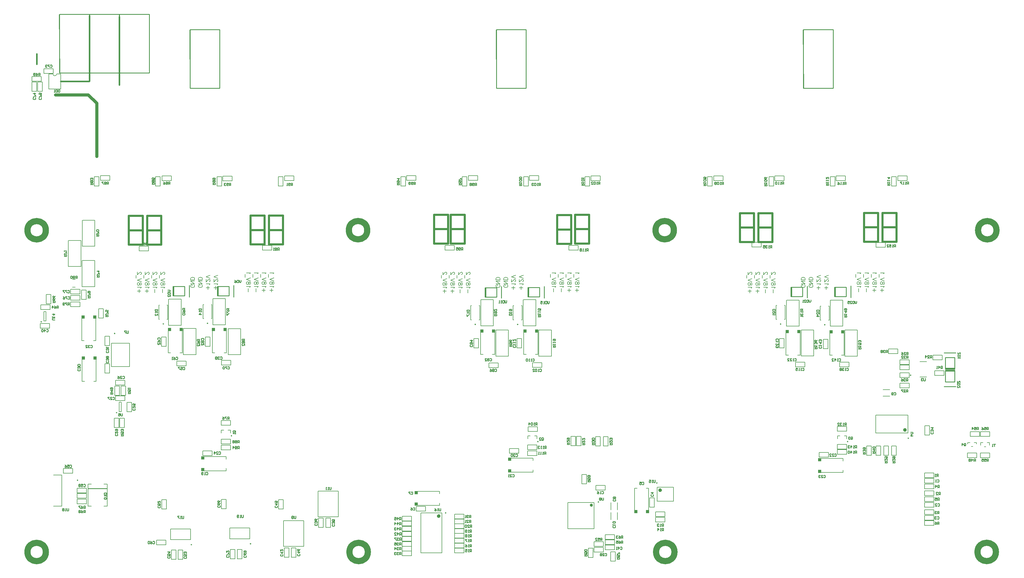
<source format=gbr>
%TF.GenerationSoftware,Altium Limited,Altium Designer,26.1.1 (7)*%
G04 Layer_Color=32896*
%FSLAX43Y43*%
%MOMM*%
%TF.SameCoordinates,F910D8A4-5627-44EB-A571-6FFAAA827985*%
%TF.FilePolarity,Positive*%
%TF.FileFunction,Legend,Bot*%
%TF.Part,Single*%
G01*
G75*
%TA.AperFunction,NonConductor*%
%ADD92C,2.000*%
%ADD93C,0.250*%
%ADD94C,0.600*%
%ADD95C,0.500*%
%ADD96C,0.200*%
%ADD97C,0.254*%
%ADD98C,1.000*%
%ADD99C,0.635*%
%ADD100R,0.381X3.048*%
%ADD101R,1.000X1.000*%
%ADD102R,1.000X1.000*%
%ADD103R,1.000X1.000*%
%ADD104R,1.000X1.000*%
%ADD105R,1.000X1.000*%
%ADD106R,3.048X0.381*%
D92*
X113111Y5002D02*
G03*
X113111Y5002I-3000J0D01*
G01*
X213111D02*
G03*
X213111Y5002I-3000J0D01*
G01*
X317918Y5021D02*
G03*
X317918Y5021I-3000J0D01*
G01*
X318111Y110005D02*
G03*
X318111Y110005I-3000J0D01*
G01*
X212918Y110024D02*
G03*
X212918Y110024I-3000J0D01*
G01*
X112918D02*
G03*
X112918Y110024I-3000J0D01*
G01*
X8111Y110005D02*
G03*
X8111Y110005I-3000J0D01*
G01*
Y5002D02*
G03*
X8111Y5002I-3000J0D01*
G01*
D93*
X30670Y76325D02*
G03*
X30670Y76325I-125J0D01*
G01*
X55685Y7405D02*
G03*
X55685Y7405I-125J0D01*
G01*
X74975Y7687D02*
G03*
X74975Y7687I-125J0D01*
G01*
X207470Y27525D02*
G03*
X207470Y27525I-125J0D01*
G01*
X188417Y21341D02*
G03*
X188417Y21341I-125J0D01*
G01*
X138596Y17767D02*
G03*
X138596Y17767I-125J0D01*
G01*
X6723Y80125D02*
G03*
X6723Y80125I-125J0D01*
G01*
X18575Y28444D02*
G03*
X18575Y28444I-125J0D01*
G01*
X68759Y42914D02*
G03*
X68759Y42914I-125J0D01*
G01*
X46531Y79461D02*
G03*
X46531Y79461I-125J0D01*
G01*
X60941Y79645D02*
G03*
X60941Y79645I-125J0D01*
G01*
X269700Y41053D02*
G03*
X269700Y41053I-125J0D01*
G01*
X247855Y79404D02*
G03*
X247855Y79404I-125J0D01*
G01*
X262232Y79165D02*
G03*
X262232Y79165I-125J0D01*
G01*
X168685Y41020D02*
G03*
X168685Y41020I-125J0D01*
G01*
X31290Y50500D02*
G03*
X31290Y50500I-125J0D01*
G01*
X289471Y42143D02*
G03*
X289471Y42143I-125J0D01*
G01*
X290221Y62707D02*
G03*
X290221Y62707I-125J0D01*
G01*
X162078Y79281D02*
G03*
X162078Y79281I-125J0D01*
G01*
X148268D02*
G03*
X148268Y79281I-125J0D01*
G01*
D94*
X208725Y25175D02*
G03*
X208725Y25175I-300J0D01*
G01*
X136521Y16727D02*
G03*
X136521Y16727I-300J0D01*
G01*
X288551Y44843D02*
G03*
X288551Y44843I-300J0D01*
G01*
D95*
X186251Y20281D02*
G03*
X186251Y20281I-250J0D01*
G01*
X5175Y164125D02*
Y167550D01*
X32112Y157400D02*
Y179659D01*
X22362Y158663D02*
Y180011D01*
X22249Y158550D02*
X22362Y158663D01*
X12984Y158550D02*
X22249D01*
D96*
X10434Y161000D02*
G03*
X11634Y161000I600J0D01*
G01*
X29475Y65550D02*
Y73150D01*
Y65550D02*
X35425D01*
Y73150D01*
X29475D02*
X35425D01*
X285928Y126242D02*
X288976D01*
X285928D02*
Y127766D01*
X288976Y126242D02*
Y127766D01*
X285928D02*
X288976D01*
X245796Y126242D02*
X248844D01*
X245796D02*
Y127766D01*
X248844Y126242D02*
Y127766D01*
X245796D02*
X248844D01*
X225882Y126242D02*
X228930D01*
X225882D02*
Y127766D01*
X228930Y126242D02*
Y127766D01*
X225882D02*
X228930D01*
X185852Y126248D02*
X188900D01*
X185852D02*
Y127772D01*
X188900Y126248D02*
Y127772D01*
X185852D02*
X188900D01*
X165837Y126299D02*
X168885D01*
X165837D02*
Y127823D01*
X168885Y126299D02*
Y127823D01*
X165837D02*
X168885D01*
X145898Y126299D02*
X148946D01*
X145898D02*
Y127823D01*
X148946Y126299D02*
Y127823D01*
X145898D02*
X148946D01*
X125755Y126274D02*
X128803D01*
X125755D02*
Y127798D01*
X128803Y126274D02*
Y127798D01*
X125755D02*
X128803D01*
X85915Y126242D02*
X88964D01*
X85915D02*
Y127766D01*
X88964Y126242D02*
Y127766D01*
X85915D02*
X88964D01*
X48808Y9047D02*
X55313D01*
X48808D02*
Y12552D01*
X55313D01*
Y9047D02*
Y12552D01*
X68098Y9330D02*
X74603D01*
X68098D02*
Y12835D01*
X74603D01*
Y9330D02*
Y12835D01*
X186862Y4938D02*
X189910D01*
X186862D02*
Y6462D01*
X189910Y4938D02*
Y6462D01*
X186862D02*
X189910D01*
X186562Y3226D02*
Y6274D01*
X185038Y3226D02*
X186562D01*
X185038Y6274D02*
X186562D01*
X185038Y3226D02*
Y6274D01*
X186861Y8362D02*
X189909D01*
Y6838D02*
Y8362D01*
X186861Y6838D02*
Y8362D01*
Y6838D02*
X189909D01*
X44176Y8867D02*
X47224D01*
Y7343D02*
Y8867D01*
X44176Y7343D02*
Y8867D01*
Y7343D02*
X47224D01*
X206951Y16337D02*
X209999D01*
Y14813D02*
Y16337D01*
X206951Y14813D02*
Y16337D01*
Y14813D02*
X209999D01*
X181109Y39669D02*
Y42717D01*
X182633D01*
X181109Y39669D02*
X182633D01*
Y42717D01*
X179319Y39669D02*
Y42717D01*
X180843D01*
X179319Y39669D02*
X180843D01*
Y42717D01*
X188923Y39603D02*
Y42651D01*
X187399Y39603D02*
X188923D01*
X187399Y42651D02*
X188923D01*
X187399Y39603D02*
Y42651D01*
X191463Y39603D02*
Y42651D01*
X189939Y39603D02*
X191463D01*
X189939Y42651D02*
X191463D01*
X189939Y39603D02*
Y42651D01*
X212825Y21575D02*
Y26175D01*
X207425Y21575D02*
Y26175D01*
Y21575D02*
X212825D01*
X207425Y26175D02*
X212825D01*
X187453Y26704D02*
X190501D01*
Y25180D02*
Y26704D01*
X187453Y25180D02*
Y26704D01*
Y25180D02*
X190501D01*
X178351Y21131D02*
X186851D01*
X178351Y12631D02*
Y21131D01*
Y12631D02*
X186851D01*
Y21131D01*
X192339Y15536D02*
Y17948D01*
X194489Y15536D02*
Y17948D01*
X194522Y18769D02*
Y21181D01*
X192372Y18769D02*
Y21181D01*
X184446Y27263D02*
Y30311D01*
X182922Y27263D02*
X184446D01*
X182922Y30311D02*
X184446D01*
X182922Y27263D02*
Y30311D01*
X27363Y72376D02*
Y75424D01*
X28887D01*
X27363Y72376D02*
X28887D01*
Y75424D01*
X19825Y74000D02*
X20625D01*
X19825Y81300D02*
X20625D01*
X23625Y74000D02*
X24425D01*
X19825D02*
Y81300D01*
X23625D02*
X24425D01*
Y74000D02*
Y81300D01*
X124296Y3760D02*
X127344D01*
X124296D02*
Y5284D01*
X127344Y3760D02*
Y5284D01*
X124296D02*
X127344D01*
X124296Y6840D02*
X127344D01*
Y5316D02*
Y6840D01*
X124296Y5316D02*
Y6840D01*
Y5316D02*
X127344D01*
X124296Y8385D02*
X127344D01*
Y6861D02*
Y8385D01*
X124296Y6861D02*
Y8385D01*
Y6861D02*
X127344D01*
X141372Y11065D02*
X144420D01*
X141372D02*
Y12589D01*
X144420Y11065D02*
Y12589D01*
X141372D02*
X144420D01*
X141372Y9555D02*
X144420D01*
X141372D02*
Y11079D01*
X144420Y9555D02*
Y11079D01*
X141372D02*
X144420D01*
X141372Y12695D02*
X144420D01*
X141372D02*
Y14219D01*
X144420Y12695D02*
Y14219D01*
X141372D02*
X144420D01*
X124296Y11694D02*
X127344D01*
Y10170D02*
Y11694D01*
X124296Y10170D02*
Y11694D01*
Y10170D02*
X127344D01*
X124296Y10054D02*
X127344D01*
Y8530D02*
Y10054D01*
X124296Y8530D02*
Y10054D01*
Y8530D02*
X127344D01*
X141372Y15840D02*
X144420D01*
X141372D02*
Y17364D01*
X144420Y15840D02*
Y17364D01*
X141372D02*
X144420D01*
X141372Y14240D02*
X144420D01*
X141372D02*
Y15764D01*
X144420Y14240D02*
Y15764D01*
X141372D02*
X144420D01*
X137221Y4727D02*
Y17727D01*
X130421Y4727D02*
Y17727D01*
X137221D01*
X130421Y4727D02*
X137221D01*
X124296Y13339D02*
X127344D01*
Y11815D02*
Y13339D01*
X124296Y11815D02*
Y13339D01*
Y11815D02*
X127344D01*
X124296Y16648D02*
X127344D01*
Y15124D02*
Y16648D01*
X124296Y15124D02*
Y16648D01*
Y15124D02*
X127344D01*
X124296Y15029D02*
X127344D01*
Y13505D02*
Y15029D01*
X124296Y13505D02*
Y15029D01*
Y13505D02*
X127344D01*
X128897Y18315D02*
X131945D01*
X128897D02*
Y19839D01*
X131945Y18315D02*
Y19839D01*
X128897D02*
X131945D01*
X141372Y6295D02*
X144420D01*
X141372D02*
Y7819D01*
X144420Y6295D02*
Y7819D01*
X141372D02*
X144420D01*
X141372Y4750D02*
X144420D01*
X141372D02*
Y6274D01*
X144420Y4750D02*
Y6274D01*
X141372D02*
X144420D01*
X141372Y7965D02*
X144420D01*
X141372D02*
Y9489D01*
X144420Y7965D02*
Y9489D01*
X141372D02*
X144420D01*
X129200Y24800D02*
X136500D01*
X129200Y24000D02*
Y24800D01*
Y20200D02*
X136500D01*
Y24000D02*
Y24800D01*
X129200Y20200D02*
Y21000D01*
X136500Y20200D02*
Y21000D01*
X315824Y39879D02*
Y40675D01*
X312924D02*
X313691D01*
X315057D02*
X315824D01*
X312924Y39879D02*
Y40675D01*
X314107Y39375D02*
X314641D01*
X309875Y39425D02*
X310423D01*
X308699Y40302D02*
Y40725D01*
X310825D02*
X311599D01*
X308699D02*
X309473D01*
X311599Y40302D02*
Y40725D01*
X308650Y35838D02*
X311698D01*
X308650D02*
Y37362D01*
X311698Y35838D02*
Y37362D01*
X308650D02*
X311698D01*
X8214Y85988D02*
Y89036D01*
X9738D01*
X8214Y85988D02*
X9738D01*
Y89036D01*
X7448Y80400D02*
X8148D01*
X7448Y83500D02*
X8148D01*
X7448Y80400D02*
Y83500D01*
X8148Y80400D02*
Y83500D01*
X24525Y60688D02*
Y67988D01*
X23725D02*
X24525D01*
X19925Y60688D02*
Y67988D01*
X23725Y60688D02*
X24525D01*
X19925Y67988D02*
X20725D01*
X19925Y60688D02*
X20725D01*
X16752Y91425D02*
X17698D01*
X16752Y93925D02*
X17698D01*
X18324Y25802D02*
X21372D01*
Y24278D02*
Y25802D01*
X18324Y24278D02*
Y25802D01*
Y24278D02*
X21372D01*
X10595Y30158D02*
X13292D01*
Y19922D02*
Y30158D01*
X10595Y19922D02*
X13292D01*
X18324Y20714D02*
X21372D01*
X18324D02*
Y22238D01*
X21372Y20714D02*
Y22238D01*
X18324D02*
X21372D01*
X18324Y24100D02*
X21372D01*
Y22576D02*
Y24100D01*
X18324Y22576D02*
Y24100D01*
Y22576D02*
X21372D01*
X27004Y19986D02*
X28154D01*
X27004Y27186D02*
X28154D01*
X21854Y19986D02*
X23004D01*
X21854Y27186D02*
X23004D01*
X28154Y19986D02*
Y27186D01*
X21854Y19986D02*
Y27186D01*
X100912Y13026D02*
Y16074D01*
X99388Y13026D02*
X100912D01*
X99388Y16074D02*
X100912D01*
X99388Y13026D02*
Y16074D01*
X69822Y2809D02*
Y5857D01*
X68298Y2809D02*
X69822D01*
X68298Y5857D02*
X69822D01*
X68298Y2809D02*
Y5857D01*
X13803Y32203D02*
X16851D01*
Y30679D02*
Y32203D01*
X13803Y30679D02*
Y32203D01*
Y30679D02*
X16851D01*
X16176Y85063D02*
X19224D01*
X16176D02*
Y86587D01*
X19224Y85063D02*
Y86587D01*
X16176D02*
X19224D01*
X16199Y87151D02*
X19247D01*
X16199D02*
Y88675D01*
X19247Y87151D02*
Y88675D01*
X16199D02*
X19247D01*
X16201Y89213D02*
X19249D01*
X16201D02*
Y90737D01*
X19249Y89213D02*
Y90737D01*
X16201D02*
X19249D01*
X25332Y81376D02*
Y84424D01*
X26856D01*
X25332Y81376D02*
X26856D01*
Y84424D01*
X19788Y87426D02*
Y90474D01*
X21312D01*
X19788Y87426D02*
X21312D01*
Y90474D01*
X66912Y19157D02*
Y22205D01*
X65388Y19157D02*
X66912D01*
X65388Y22205D02*
X66912D01*
X65388Y19157D02*
Y22205D01*
X72112Y2809D02*
Y5857D01*
X70588Y2809D02*
X72112D01*
X70588Y5857D02*
X72112D01*
X70588Y2809D02*
Y5857D01*
X28912Y63376D02*
Y66424D01*
X27388Y63376D02*
X28912D01*
X27388Y66424D02*
X28912D01*
X27388Y63376D02*
Y66424D01*
X38551Y103236D02*
X41599D01*
X38551D02*
Y104760D01*
X41599Y103236D02*
Y104760D01*
X38551D02*
X41599D01*
X50842Y67293D02*
X53890D01*
Y65769D02*
Y67293D01*
X50842Y65769D02*
Y67293D01*
Y65769D02*
X53890D01*
X47360Y72121D02*
Y75169D01*
X45836Y72121D02*
X47360D01*
X45836Y75169D02*
X47360D01*
X45836Y72121D02*
Y75169D01*
X59272Y38015D02*
X62320D01*
Y36491D02*
Y38015D01*
X59272Y36491D02*
Y38015D01*
Y36491D02*
X62320D01*
X65352Y67573D02*
X68400D01*
Y66049D02*
Y67573D01*
X65352Y66049D02*
Y67573D01*
Y66049D02*
X68400D01*
X60094Y72121D02*
Y75169D01*
X61618D01*
X60094Y72121D02*
X61618D01*
Y75169D01*
X65334Y44764D02*
X66134D01*
X65334Y43864D02*
Y44764D01*
X67534D02*
X68334D01*
Y43864D02*
Y44764D01*
X47631Y80961D02*
X47866D01*
X44946D02*
X45181D01*
X44946D02*
Y85561D01*
X47631D02*
X47866D01*
X44946D02*
X45181D01*
X47866Y80961D02*
Y85561D01*
X78775Y105038D02*
X81823D01*
Y103514D02*
Y105038D01*
X78775Y103514D02*
Y105038D01*
Y103514D02*
X81823D01*
X66676Y79170D02*
Y87695D01*
X62576Y79170D02*
X66676D01*
X62626Y87695D02*
X66676D01*
X62576Y79170D02*
Y87695D01*
X62276Y81145D02*
Y85745D01*
X59356D02*
X59591D01*
X62041D02*
X62276D01*
X59356Y81145D02*
Y85745D01*
Y81145D02*
X59591D01*
X62041D02*
X62276D01*
X62386Y69981D02*
X63186D01*
X62386Y77281D02*
X63186D01*
X66186Y69981D02*
X66986D01*
X62386D02*
Y77281D01*
X66186D02*
X66986D01*
Y69981D02*
Y77281D01*
X48146Y78986D02*
Y87511D01*
X48196D02*
X52246D01*
X48146Y78986D02*
X52246D01*
Y87511D01*
X57066Y69395D02*
Y77920D01*
X52966Y69395D02*
X57016D01*
X52966Y77920D02*
X57066D01*
X52966Y69395D02*
Y77920D01*
X52621Y69995D02*
Y77295D01*
X51821D02*
X52621D01*
X48021Y69995D02*
Y77295D01*
X51821Y69995D02*
X52621D01*
X48021Y77295D02*
X48821D01*
X48021Y69995D02*
X48821D01*
X59596Y36118D02*
X66896D01*
X59596Y35318D02*
Y36118D01*
Y31518D02*
X66896D01*
Y35318D02*
Y36118D01*
X59596Y31518D02*
Y32318D01*
X66896Y31518D02*
Y32318D01*
X65260Y41766D02*
X68308D01*
Y40242D02*
Y41766D01*
X65260Y40242D02*
Y41766D01*
Y40242D02*
X68308D01*
X65310Y46388D02*
X68358D01*
X65310D02*
Y47912D01*
X68358Y46388D02*
Y47912D01*
X65310D02*
X68358D01*
X65260Y38321D02*
X68308D01*
X65260D02*
Y39845D01*
X68308Y38321D02*
Y39845D01*
X65260D02*
X68308D01*
X67576Y69381D02*
Y77906D01*
X71676D01*
X67576Y69381D02*
X71626D01*
X71676D02*
Y77906D01*
X266933Y66966D02*
X269981D01*
Y65442D02*
Y66966D01*
X266933Y65442D02*
Y66966D01*
Y65442D02*
X269981D01*
X260288Y37496D02*
X263336D01*
Y35972D02*
Y37496D01*
X260288Y35972D02*
Y37496D01*
Y35972D02*
X263336D01*
X263180Y71370D02*
Y74418D01*
X261656Y71370D02*
X263180D01*
X261656Y74418D02*
X263180D01*
X261656Y71370D02*
Y74418D01*
X252563Y65402D02*
X255611D01*
X252563D02*
Y66926D01*
X255611Y65402D02*
Y66926D01*
X252563D02*
X255611D01*
X247364Y71611D02*
Y74659D01*
X248888D01*
X247364Y71611D02*
X248888D01*
Y74659D01*
X269275Y42003D02*
Y42903D01*
X268475D02*
X269275D01*
X266275Y42003D02*
Y42903D01*
X267075D01*
X254087Y69274D02*
Y76574D01*
X253287D02*
X254087D01*
X249487Y69274D02*
Y76574D01*
X253287Y69274D02*
X254087D01*
X249487Y76574D02*
X250287D01*
X249487Y69274D02*
X250287D01*
X249652Y78684D02*
Y87209D01*
X249702D02*
X253752D01*
X249652Y78684D02*
X253752D01*
Y87209D01*
X258507Y68964D02*
Y77489D01*
X254407Y68964D02*
X258457D01*
X254407Y77489D02*
X258507D01*
X254407Y68964D02*
Y77489D01*
X249190Y80904D02*
Y85504D01*
X246270D02*
X246505D01*
X248955D02*
X249190D01*
X246270Y80904D02*
Y85504D01*
Y80904D02*
X246505D01*
X248955D02*
X249190D01*
X238328Y104506D02*
X241376D01*
X238328D02*
Y106030D01*
X241376Y104506D02*
Y106030D01*
X238328D02*
X241376D01*
X263567Y80665D02*
Y85265D01*
X260647D02*
X260882D01*
X263332D02*
X263567D01*
X260647Y80665D02*
Y85265D01*
Y80665D02*
X260882D01*
X263332D02*
X263567D01*
X266200Y38571D02*
X269248D01*
X266200D02*
Y40095D01*
X269248Y38571D02*
Y40095D01*
X266200D02*
X269248D01*
X278816Y106004D02*
X281864D01*
Y104480D02*
Y106004D01*
X278816Y104480D02*
Y106004D01*
Y104480D02*
X281864D01*
X266200Y38393D02*
X269248D01*
Y36869D02*
Y38393D01*
X266200Y36869D02*
Y38393D01*
Y36869D02*
X269248D01*
X266235Y45937D02*
X269283D01*
Y44413D02*
Y45937D01*
X266235Y44413D02*
Y45937D01*
Y44413D02*
X269283D01*
X268007Y78690D02*
Y87215D01*
X263907Y78690D02*
X268007D01*
X263957Y87215D02*
X268007D01*
X263907Y78690D02*
Y87215D01*
X268648Y68904D02*
Y77429D01*
X272748D01*
X268648Y68904D02*
X272698D01*
X272748D02*
Y77429D01*
X263788Y69244D02*
X264588D01*
X263788Y76544D02*
X264588D01*
X267588Y69244D02*
X268388D01*
X263788D02*
Y76544D01*
X267588D02*
X268388D01*
Y69244D02*
Y76544D01*
X260789Y35533D02*
X268089D01*
X260789Y34733D02*
Y35533D01*
Y30933D02*
X268089D01*
Y34733D02*
Y35533D01*
X260789Y30933D02*
Y31733D01*
X268089Y30933D02*
Y31733D01*
X7478Y161217D02*
X10526D01*
X7478D02*
Y162741D01*
X10526Y161217D02*
Y162741D01*
X7478D02*
X10526D01*
X24100Y104775D02*
Y113300D01*
X20000Y104775D02*
X24100D01*
X20050Y113300D02*
X24100D01*
X20000Y104775D02*
Y113300D01*
X6274Y78055D02*
X9322D01*
X6274D02*
Y79579D01*
X9322Y78055D02*
Y79579D01*
X6274D02*
X9322D01*
X6452Y84160D02*
X9500D01*
X6452D02*
Y85684D01*
X9500Y84160D02*
Y85684D01*
X6452D02*
X9500D01*
X190516Y8997D02*
X193564D01*
Y7473D02*
Y8997D01*
X190516Y7473D02*
Y8997D01*
Y7473D02*
X193564D01*
X190501Y9134D02*
X193549D01*
X190501D02*
Y10658D01*
X193549Y9134D02*
Y10658D01*
X190501D02*
X193549D01*
X192278Y2026D02*
Y5074D01*
X193802D01*
X192278Y2026D02*
X193802D01*
Y5074D01*
X190540Y5703D02*
X193588D01*
X190540D02*
Y7227D01*
X193588Y5703D02*
Y7227D01*
X190540D02*
X193588D01*
X19550Y98175D02*
Y106700D01*
X15450Y98175D02*
X19550D01*
X15500Y106700D02*
X19550D01*
X15450Y98175D02*
Y106700D01*
X24050Y91600D02*
Y100125D01*
X19950Y91600D02*
X24050D01*
X20000Y100125D02*
X24050D01*
X19950Y91600D02*
Y100125D01*
X65786Y127696D02*
X68834D01*
Y126172D02*
Y127696D01*
X65786Y126172D02*
Y127696D01*
Y126172D02*
X68834D01*
X45974Y127766D02*
X49022D01*
Y126242D02*
Y127766D01*
X45974Y126242D02*
Y127766D01*
Y126242D02*
X49022D01*
X25908Y127798D02*
X28956D01*
Y126274D02*
Y127798D01*
X25908Y126274D02*
Y127798D01*
Y126274D02*
X28956D01*
X145428Y124480D02*
Y127528D01*
X143904Y124480D02*
X145428D01*
X143904Y127528D02*
X145428D01*
X143904Y124480D02*
Y127528D01*
X125400Y124480D02*
Y127528D01*
X123876Y124480D02*
X125400D01*
X123876Y127528D02*
X125400D01*
X123876Y124480D02*
Y127528D01*
X245428Y124480D02*
Y127528D01*
X243904Y124480D02*
X245428D01*
X243904Y127528D02*
X245428D01*
X243904Y124480D02*
Y127528D01*
X165428Y124480D02*
Y127528D01*
X163904Y124480D02*
X165428D01*
X163904Y127528D02*
X165428D01*
X163904Y124480D02*
Y127528D01*
X185471Y124480D02*
Y127528D01*
X183947Y124480D02*
X185471D01*
X183947Y127528D02*
X185471D01*
X183947Y124480D02*
Y127528D01*
X225425Y124480D02*
Y127528D01*
X223901Y124480D02*
X225425D01*
X223901Y127528D02*
X225425D01*
X223901Y124480D02*
Y127528D01*
X285394Y124480D02*
Y127528D01*
X283870Y124480D02*
X285394D01*
X283870Y127528D02*
X285394D01*
X283870Y124480D02*
Y127528D01*
X265428Y124480D02*
Y127528D01*
X263904Y124480D02*
X265428D01*
X263904Y127528D02*
X265428D01*
X263904Y124480D02*
Y127528D01*
X25400Y124480D02*
Y127528D01*
X23876Y124480D02*
X25400D01*
X23876Y127528D02*
X25400D01*
X23876Y124480D02*
Y127528D01*
X45428Y124480D02*
Y127528D01*
X43904Y124480D02*
X45428D01*
X43904Y127528D02*
X45428D01*
X43904Y124480D02*
Y127528D01*
X85428Y124480D02*
Y127528D01*
X83904Y124480D02*
X85428D01*
X83904Y127528D02*
X85428D01*
X83904Y124480D02*
Y127528D01*
X65428Y124480D02*
Y127528D01*
X63904Y124480D02*
X65428D01*
X63904Y127528D02*
X65428D01*
X63904Y124480D02*
Y127528D01*
X3592Y155350D02*
Y158398D01*
X5116D01*
X3592Y155350D02*
X5116D01*
Y158398D01*
X3592Y158630D02*
X6640D01*
X3592D02*
Y160154D01*
X6640Y158630D02*
Y160154D01*
X3592D02*
X6640D01*
X5420Y155350D02*
Y158398D01*
X6944D01*
X5420Y155350D02*
X6944D01*
Y158398D01*
X265811Y127766D02*
X268859D01*
Y126242D02*
Y127766D01*
X265811Y126242D02*
Y127766D01*
Y126242D02*
X268859D01*
X11639Y161000D02*
X12984D01*
X9084D02*
X10439Y161000D01*
X9084Y156100D02*
Y161000D01*
Y156100D02*
X12984D01*
Y161000D01*
X309575Y44283D02*
X312623D01*
Y42759D02*
Y44283D01*
X309575Y42759D02*
Y44283D01*
Y42759D02*
X312623D01*
X159675Y35650D02*
X166975D01*
X159675Y34850D02*
Y35650D01*
Y31050D02*
X166975D01*
Y34850D02*
Y35650D01*
X159675Y31050D02*
Y31850D01*
X166975Y31050D02*
Y31850D01*
X159287Y37268D02*
X162335D01*
X159287D02*
Y38792D01*
X162335Y37268D02*
Y38792D01*
X159287D02*
X162335D01*
X165185Y39935D02*
X168233D01*
Y38411D02*
Y39935D01*
X165185Y38411D02*
Y39935D01*
Y38411D02*
X168233D01*
X165185Y36506D02*
X168233D01*
X165185D02*
Y38030D01*
X168233Y36506D02*
Y38030D01*
X165185D02*
X168233D01*
X165338Y44380D02*
X168386D01*
X165338D02*
Y45904D01*
X168386Y44380D02*
Y45904D01*
X165338D02*
X168386D01*
X165260Y42870D02*
X166060D01*
X165260Y41970D02*
Y42870D01*
X167460D02*
X168260D01*
Y41970D02*
Y42870D01*
X200100Y18500D02*
Y25800D01*
Y18500D02*
X200900D01*
X204700D02*
Y25800D01*
X200100D02*
X200900D01*
X203900Y18500D02*
X204700D01*
X203900Y25800D02*
X204700D01*
X206487Y19651D02*
Y22699D01*
X204963Y19651D02*
X206487D01*
X204963Y22699D02*
X206487D01*
X204963Y19651D02*
Y22699D01*
X206951Y18112D02*
X209999D01*
Y16588D02*
Y18112D01*
X206951Y16588D02*
Y18112D01*
Y16588D02*
X209999D01*
X84038Y19051D02*
Y22099D01*
X85562D01*
X84038Y19051D02*
X85562D01*
Y22099D01*
X85625Y15200D02*
X92225D01*
X85625Y6800D02*
Y15200D01*
X92225Y6800D02*
Y15200D01*
X85625Y6800D02*
X92225D01*
X281103Y57997D02*
X283303D01*
X281103Y55847D02*
X283303D01*
X178655Y105019D02*
X181703D01*
Y103495D02*
Y105019D01*
X178655Y103495D02*
Y105019D01*
Y103495D02*
X181703D01*
X32715Y50775D02*
Y53875D01*
X32015Y50775D02*
Y53875D01*
X32715D01*
X32015Y50775D02*
X32715D01*
X33757Y45581D02*
Y48629D01*
X32233Y45581D02*
X33757D01*
X32233Y48629D02*
X33757D01*
X32233Y45581D02*
Y48629D01*
X34137Y56151D02*
Y59199D01*
X32613Y56151D02*
X34137D01*
X32613Y59199D02*
X34137D01*
X32613Y56151D02*
Y59199D01*
X32127Y56151D02*
Y59199D01*
X30603Y56151D02*
X32127D01*
X30603Y59199D02*
X32127D01*
X30603Y56151D02*
Y59199D01*
X30423Y45581D02*
Y48629D01*
X31947D01*
X30423Y45581D02*
X31947D01*
Y48629D01*
X30841Y55910D02*
X33889D01*
Y54386D02*
Y55910D01*
X30841Y54386D02*
Y55910D01*
Y54386D02*
X33889D01*
X30841Y61067D02*
X33889D01*
Y59543D02*
Y61067D01*
X30841Y59543D02*
Y61067D01*
Y59543D02*
X33889D01*
X36055Y50801D02*
Y53849D01*
X34531Y50801D02*
X36055D01*
X34531Y53849D02*
X36055D01*
X34531Y50801D02*
Y53849D01*
X278751Y43843D02*
X289251D01*
X278751Y49693D02*
X289251D01*
Y43843D02*
Y49693D01*
X278751Y43843D02*
Y49693D01*
X281334Y36554D02*
Y39602D01*
X282858D01*
X281334Y36554D02*
X282858D01*
Y39602D01*
X277283Y36554D02*
Y39602D01*
X275758Y36554D02*
X277283D01*
X275758Y39602D02*
X277283D01*
X275758Y36554D02*
Y39602D01*
X278794Y36554D02*
Y39602D01*
X280318D01*
X278794Y36554D02*
X280318D01*
Y39602D01*
X283874Y36554D02*
Y39602D01*
X285398D01*
X283874Y36554D02*
X285398D01*
Y39602D01*
X294626Y16955D02*
X297674D01*
Y15431D02*
Y16955D01*
X294626Y15431D02*
Y16955D01*
Y15431D02*
X297674D01*
X294626Y13663D02*
X297674D01*
X294626D02*
Y15187D01*
X297674Y13663D02*
Y15187D01*
X294626D02*
X297674D01*
X294626Y24951D02*
X297674D01*
Y23427D02*
Y24951D01*
X294626Y23427D02*
Y24951D01*
Y23427D02*
X297674D01*
X294626Y21490D02*
X297674D01*
X294626D02*
Y23014D01*
X297674Y21490D02*
Y23014D01*
X294626D02*
X297674D01*
X294626Y21109D02*
X297674D01*
Y19585D02*
Y21109D01*
X294626Y19585D02*
Y21109D01*
Y19585D02*
X297674D01*
X294626Y18787D02*
X297674D01*
Y17263D02*
Y18787D01*
X294626Y17263D02*
Y18787D01*
Y17263D02*
X297674D01*
X294637Y28986D02*
X297685D01*
Y27462D02*
Y28986D01*
X294637Y27462D02*
Y28986D01*
Y27462D02*
X297685D01*
X294637Y30816D02*
X297685D01*
Y29292D02*
Y30816D01*
X294637Y29292D02*
Y30816D01*
Y29292D02*
X297685D01*
X294637Y25663D02*
X297685D01*
X294637D02*
Y27187D01*
X297685Y25663D02*
Y27187D01*
X294637D02*
X297685D01*
X297392Y67745D02*
X300440D01*
X297392D02*
Y69269D01*
X300440Y67745D02*
Y69269D01*
X297392D02*
X300440D01*
X297992Y64199D02*
X301040D01*
Y62675D02*
Y64199D01*
X297992Y62675D02*
Y64199D01*
Y62675D02*
X301040D01*
X293146Y62117D02*
X295346D01*
X293146Y67117D02*
X295346D01*
X286652Y67744D02*
X289700D01*
Y66220D02*
Y67744D01*
X286652Y66220D02*
Y67744D01*
Y66220D02*
X289700D01*
X286652Y66014D02*
X289700D01*
Y64490D02*
Y66014D01*
X286652Y64490D02*
Y66014D01*
Y64490D02*
X289700D01*
X286652Y61950D02*
X289700D01*
X286652D02*
Y63474D01*
X289700Y61950D02*
Y63474D01*
X286652D02*
X289700D01*
X286652Y58605D02*
X289700D01*
X286652D02*
Y60129D01*
X289700Y58605D02*
Y60129D01*
X286652D02*
X289700D01*
X282872Y71249D02*
X285920D01*
Y69725D02*
Y71249D01*
X282872Y69725D02*
Y71249D01*
Y69725D02*
X285920D01*
X172953Y68891D02*
Y77416D01*
X168853Y68891D02*
X172903D01*
X168853Y77416D02*
X172953D01*
X168853Y68891D02*
Y77416D01*
X163803Y78806D02*
Y87331D01*
X163853D02*
X167903D01*
X163803Y78806D02*
X167903D01*
Y87331D01*
X154853Y68891D02*
Y77416D01*
X158953D01*
X154853Y68891D02*
X158903D01*
X158953D02*
Y77416D01*
X138251Y103495D02*
X141299D01*
X138251D02*
Y105019D01*
X141299Y103495D02*
Y105019D01*
X138251D02*
X141299D01*
X149923Y78806D02*
Y87331D01*
X149973D02*
X154023D01*
X149923Y78806D02*
X154023D01*
Y87331D01*
X163413Y80781D02*
Y85381D01*
X160493D02*
X160728D01*
X163178D02*
X163413D01*
X160493Y80781D02*
Y85381D01*
Y80781D02*
X160728D01*
X163178D02*
X163413D01*
X149603D02*
Y85381D01*
X146683D02*
X146918D01*
X149368D02*
X149603D01*
X146683Y80781D02*
Y85381D01*
Y80781D02*
X146918D01*
X149368D02*
X149603D01*
X161741Y71617D02*
Y74665D01*
X163265D01*
X161741Y71617D02*
X163265D01*
Y74665D01*
X168573Y69491D02*
Y76791D01*
X167773D02*
X168573D01*
X163973Y69491D02*
Y76791D01*
X167773Y69491D02*
X168573D01*
X163973Y76791D02*
X164773D01*
X163973Y69491D02*
X164773D01*
X166829Y66813D02*
X169877D01*
Y65289D02*
Y66813D01*
X166829Y65289D02*
Y66813D01*
Y65289D02*
X169877D01*
X149189Y71616D02*
Y74664D01*
X147665Y71616D02*
X149189D01*
X147665Y74664D02*
X149189D01*
X147665Y71616D02*
Y74664D01*
X154493Y69491D02*
Y76791D01*
X153693D02*
X154493D01*
X149893Y69491D02*
Y76791D01*
X153693Y69491D02*
X154493D01*
X149893Y76791D02*
X150693D01*
X149893Y69491D02*
X150693D01*
X152549Y66713D02*
X155597D01*
Y65189D02*
Y66713D01*
X152549Y65189D02*
Y66713D01*
Y65189D02*
X155597D01*
X294721Y43124D02*
Y46172D01*
X296245D01*
X294721Y43124D02*
X296245D01*
Y46172D01*
X85863Y3301D02*
Y6349D01*
X87387D01*
X85863Y3301D02*
X87387D01*
Y6349D01*
X49008Y2576D02*
Y5624D01*
X50532D01*
X49008Y2576D02*
X50532D01*
Y5624D01*
X96850Y24875D02*
X103450D01*
X96850Y16475D02*
Y24875D01*
X103450Y16475D02*
Y24875D01*
X96850Y16475D02*
X103450D01*
X312850Y42759D02*
X315898D01*
X312850D02*
Y44283D01*
X315898Y42759D02*
Y44283D01*
X312850D02*
X315898D01*
X89687Y3301D02*
Y6349D01*
X88163Y3301D02*
X89687D01*
X88163Y6349D02*
X89687D01*
X88163Y3301D02*
Y6349D01*
X98612Y13026D02*
Y16074D01*
X97088Y13026D02*
X98612D01*
X97088Y16074D02*
X98612D01*
X97088Y13026D02*
Y16074D01*
X47422Y19001D02*
Y22049D01*
X45898Y19001D02*
X47422D01*
X45898Y22049D02*
X47422D01*
X45898Y19001D02*
Y22049D01*
X52772Y2576D02*
Y5624D01*
X51248Y2576D02*
X52772D01*
X51248Y5624D02*
X52772D01*
X51248Y2576D02*
Y5624D01*
X312850Y35838D02*
X315898D01*
X312850D02*
Y37362D01*
X315898Y35838D02*
Y37362D01*
X312850D02*
X315898D01*
X82261Y90438D02*
X81147D01*
X81704Y89881D02*
Y90995D01*
X82199Y91378D02*
X82261Y91502D01*
X82447Y91688D01*
X81147D01*
X82447Y92641D02*
X82385Y92455D01*
X82261Y92393D01*
X82137D01*
X82014Y92455D01*
X81952Y92579D01*
X81890Y92827D01*
X81828Y93012D01*
X81704Y93136D01*
X81580Y93198D01*
X81395D01*
X81271Y93136D01*
X81209Y93074D01*
X81147Y92888D01*
Y92641D01*
X81209Y92455D01*
X81271Y92393D01*
X81395Y92331D01*
X81580D01*
X81704Y92393D01*
X81828Y92517D01*
X81890Y92703D01*
X81952Y92950D01*
X82014Y93074D01*
X82137Y93136D01*
X82261D01*
X82385Y93074D01*
X82447Y92888D01*
Y92641D01*
Y93489D02*
X81147Y93984D01*
X82447Y94479D02*
X81147Y93984D01*
X80714Y94646D02*
Y95636D01*
X82199Y95804D02*
X82261Y95927D01*
X82447Y96113D01*
X81147D01*
X79721Y90438D02*
X78607D01*
X79164Y89881D02*
Y90995D01*
X79660Y91378D02*
X79721Y91502D01*
X79907Y91688D01*
X78607D01*
X79907Y92641D02*
X79845Y92455D01*
X79721Y92393D01*
X79598D01*
X79474Y92455D01*
X79412Y92579D01*
X79350Y92827D01*
X79288Y93012D01*
X79164Y93136D01*
X79041Y93198D01*
X78855D01*
X78731Y93136D01*
X78669Y93074D01*
X78607Y92888D01*
Y92641D01*
X78669Y92455D01*
X78731Y92393D01*
X78855Y92331D01*
X79041D01*
X79164Y92393D01*
X79288Y92517D01*
X79350Y92703D01*
X79412Y92950D01*
X79474Y93074D01*
X79598Y93136D01*
X79721D01*
X79845Y93074D01*
X79907Y92888D01*
Y92641D01*
Y93489D02*
X78607Y93984D01*
X79907Y94479D02*
X78607Y93984D01*
X78174Y94646D02*
Y95636D01*
X79660Y95804D02*
X79721Y95927D01*
X79907Y96113D01*
X78607D01*
X76625Y89881D02*
Y90995D01*
X77120Y91378D02*
X77182Y91502D01*
X77367Y91688D01*
X76068D01*
X77367Y92641D02*
X77305Y92455D01*
X77182Y92393D01*
X77058D01*
X76934Y92455D01*
X76872Y92579D01*
X76810Y92827D01*
X76748Y93012D01*
X76625Y93136D01*
X76501Y93198D01*
X76315D01*
X76191Y93136D01*
X76129Y93074D01*
X76068Y92888D01*
Y92641D01*
X76129Y92455D01*
X76191Y92393D01*
X76315Y92331D01*
X76501D01*
X76625Y92393D01*
X76748Y92517D01*
X76810Y92703D01*
X76872Y92950D01*
X76934Y93074D01*
X77058Y93136D01*
X77182D01*
X77305Y93074D01*
X77367Y92888D01*
Y92641D01*
Y93489D02*
X76068Y93984D01*
X77367Y94479D02*
X76068Y93984D01*
X75634Y94646D02*
Y95636D01*
X77120Y95804D02*
X77182Y95927D01*
X77367Y96113D01*
X76068D01*
X74085Y89881D02*
Y90995D01*
X74580Y91378D02*
X74642Y91502D01*
X74827Y91688D01*
X73528D01*
X74827Y92641D02*
X74766Y92455D01*
X74642Y92393D01*
X74518D01*
X74394Y92455D01*
X74332Y92579D01*
X74270Y92827D01*
X74208Y93012D01*
X74085Y93136D01*
X73961Y93198D01*
X73775D01*
X73651Y93136D01*
X73590Y93074D01*
X73528Y92889D01*
Y92641D01*
X73590Y92455D01*
X73651Y92393D01*
X73775Y92331D01*
X73961D01*
X74085Y92393D01*
X74208Y92517D01*
X74270Y92703D01*
X74332Y92950D01*
X74394Y93074D01*
X74518Y93136D01*
X74642D01*
X74766Y93074D01*
X74827Y92889D01*
Y92641D01*
Y93489D02*
X73528Y93984D01*
X74827Y94479D02*
X73528Y93984D01*
X73094Y94646D02*
Y95636D01*
X74580Y95804D02*
X74642Y95927D01*
X74827Y96113D01*
X73528D01*
X64050Y91255D02*
X62936D01*
X63493Y90698D02*
Y91812D01*
X63988Y92195D02*
X64050Y92319D01*
X64235Y92505D01*
X62936D01*
X63926Y93210D02*
X63988D01*
X64111Y93272D01*
X64173Y93334D01*
X64235Y93458D01*
Y93706D01*
X64173Y93829D01*
X64111Y93891D01*
X63988Y93953D01*
X63864D01*
X63740Y93891D01*
X63554Y93768D01*
X62936Y93149D01*
Y94015D01*
X64235Y94306D02*
X62936Y94801D01*
X64235Y95296D02*
X62936Y94801D01*
X61510Y91255D02*
X60396D01*
X60953Y90698D02*
Y91812D01*
X61448Y92195D02*
X61510Y92319D01*
X61695Y92505D01*
X60396D01*
X61386Y93211D02*
X61448D01*
X61572Y93272D01*
X61634Y93334D01*
X61695Y93458D01*
Y93706D01*
X61634Y93829D01*
X61572Y93891D01*
X61448Y93953D01*
X61324D01*
X61200Y93891D01*
X61015Y93768D01*
X60396Y93149D01*
Y94015D01*
X61695Y94306D02*
X60396Y94801D01*
X61695Y95296D02*
X60396Y94801D01*
X58848Y92267D02*
X58972Y92205D01*
X59096Y92081D01*
X59158Y91957D01*
Y91710D01*
X59096Y91586D01*
X58972Y91462D01*
X58848Y91400D01*
X58662Y91338D01*
X58353D01*
X58167Y91400D01*
X58044Y91462D01*
X57920Y91586D01*
X57858Y91710D01*
Y91957D01*
X57920Y92081D01*
X58044Y92205D01*
X58167Y92267D01*
X58353D01*
Y91957D02*
Y92267D01*
X59158Y92564D02*
X57858D01*
X59158D02*
X57858Y93430D01*
X59158D02*
X57858D01*
X59158Y93789D02*
X57858D01*
X59158D02*
Y94222D01*
X59096Y94408D01*
X58972Y94532D01*
X58848Y94594D01*
X58662Y94656D01*
X58353D01*
X58167Y94594D01*
X58044Y94532D01*
X57920Y94408D01*
X57858Y94222D01*
Y93789D01*
X56308Y92267D02*
X56432Y92205D01*
X56556Y92081D01*
X56618Y91957D01*
Y91709D01*
X56556Y91586D01*
X56432Y91462D01*
X56308Y91400D01*
X56123Y91338D01*
X55813D01*
X55627Y91400D01*
X55504Y91462D01*
X55380Y91586D01*
X55318Y91709D01*
Y91957D01*
X55380Y92081D01*
X55504Y92205D01*
X55627Y92267D01*
X55813D01*
Y91957D02*
Y92267D01*
X56618Y92564D02*
X55318D01*
X56618D02*
X55318Y93430D01*
X56618D02*
X55318D01*
X56618Y93789D02*
X55318D01*
X56618D02*
Y94222D01*
X56556Y94408D01*
X56432Y94532D01*
X56308Y94594D01*
X56123Y94656D01*
X55813D01*
X55627Y94594D01*
X55504Y94532D01*
X55380Y94408D01*
X55318Y94222D01*
Y93789D01*
X46148Y89603D02*
Y90717D01*
X46643Y91100D02*
X46705Y91224D01*
X46891Y91410D01*
X45591D01*
X46891Y92363D02*
X46829Y92177D01*
X46705Y92115D01*
X46581D01*
X46457Y92177D01*
X46395Y92301D01*
X46333Y92549D01*
X46272Y92734D01*
X46148Y92858D01*
X46024Y92920D01*
X45838D01*
X45715Y92858D01*
X45653Y92796D01*
X45591Y92610D01*
Y92363D01*
X45653Y92177D01*
X45715Y92115D01*
X45838Y92053D01*
X46024D01*
X46148Y92115D01*
X46272Y92239D01*
X46333Y92425D01*
X46395Y92672D01*
X46457Y92796D01*
X46581Y92858D01*
X46705D01*
X46829Y92796D01*
X46891Y92610D01*
Y92363D01*
Y93211D02*
X45591Y93706D01*
X46891Y94201D02*
X45591Y93706D01*
X45158Y94368D02*
Y95358D01*
X46581Y95587D02*
X46643D01*
X46767Y95649D01*
X46829Y95711D01*
X46891Y95835D01*
Y96083D01*
X46829Y96206D01*
X46767Y96268D01*
X46643Y96330D01*
X46519D01*
X46395Y96268D01*
X46210Y96144D01*
X45591Y95526D01*
Y96392D01*
X43608Y89602D02*
Y90716D01*
X44103Y91100D02*
X44165Y91224D01*
X44351Y91409D01*
X43051D01*
X44351Y92362D02*
X44289Y92177D01*
X44165Y92115D01*
X44041D01*
X43918Y92177D01*
X43856Y92301D01*
X43794Y92548D01*
X43732Y92734D01*
X43608Y92858D01*
X43484Y92919D01*
X43299D01*
X43175Y92858D01*
X43113Y92796D01*
X43051Y92610D01*
Y92362D01*
X43113Y92177D01*
X43175Y92115D01*
X43299Y92053D01*
X43484D01*
X43608Y92115D01*
X43732Y92239D01*
X43794Y92424D01*
X43856Y92672D01*
X43918Y92796D01*
X44041Y92858D01*
X44165D01*
X44289Y92796D01*
X44351Y92610D01*
Y92362D01*
Y93210D02*
X43051Y93705D01*
X44351Y94201D02*
X43051Y93705D01*
X42618Y94368D02*
Y95358D01*
X44041Y95587D02*
X44103D01*
X44227Y95649D01*
X44289Y95711D01*
X44351Y95835D01*
Y96082D01*
X44289Y96206D01*
X44227Y96268D01*
X44103Y96330D01*
X43980D01*
X43856Y96268D01*
X43670Y96144D01*
X43051Y95525D01*
Y96392D01*
X41625Y90159D02*
X40511D01*
X41068Y89602D02*
Y90716D01*
X41563Y91100D02*
X41625Y91224D01*
X41811Y91409D01*
X40511D01*
X41811Y92362D02*
X41749Y92177D01*
X41625Y92115D01*
X41501D01*
X41378Y92177D01*
X41316Y92301D01*
X41254Y92548D01*
X41192Y92734D01*
X41068Y92858D01*
X40944Y92919D01*
X40759D01*
X40635Y92858D01*
X40573Y92796D01*
X40511Y92610D01*
Y92362D01*
X40573Y92177D01*
X40635Y92115D01*
X40759Y92053D01*
X40944D01*
X41068Y92115D01*
X41192Y92239D01*
X41254Y92424D01*
X41316Y92672D01*
X41378Y92796D01*
X41501Y92858D01*
X41625D01*
X41749Y92796D01*
X41811Y92610D01*
Y92362D01*
Y93210D02*
X40511Y93705D01*
X41811Y94201D02*
X40511Y93705D01*
X40078Y94368D02*
Y95358D01*
X41501Y95587D02*
X41563D01*
X41687Y95649D01*
X41749Y95711D01*
X41811Y95835D01*
Y96082D01*
X41749Y96206D01*
X41687Y96268D01*
X41563Y96330D01*
X41440D01*
X41316Y96268D01*
X41130Y96144D01*
X40511Y95525D01*
Y96392D01*
X39085Y90159D02*
X37971D01*
X38528Y89602D02*
Y90716D01*
X39023Y91100D02*
X39085Y91224D01*
X39271Y91409D01*
X37971D01*
X39271Y92362D02*
X39209Y92177D01*
X39085Y92115D01*
X38961D01*
X38838Y92177D01*
X38776Y92301D01*
X38714Y92548D01*
X38652Y92734D01*
X38528Y92858D01*
X38404Y92919D01*
X38219D01*
X38095Y92858D01*
X38033Y92796D01*
X37971Y92610D01*
Y92362D01*
X38033Y92177D01*
X38095Y92115D01*
X38219Y92053D01*
X38404D01*
X38528Y92115D01*
X38652Y92239D01*
X38714Y92424D01*
X38776Y92672D01*
X38838Y92796D01*
X38961Y92858D01*
X39085D01*
X39209Y92796D01*
X39271Y92610D01*
Y92362D01*
Y93210D02*
X37971Y93705D01*
X39271Y94201D02*
X37971Y93705D01*
X37538Y94368D02*
Y95358D01*
X38961Y95587D02*
X39023D01*
X39147Y95649D01*
X39209Y95711D01*
X39271Y95835D01*
Y96082D01*
X39209Y96206D01*
X39147Y96268D01*
X39023Y96330D01*
X38900D01*
X38776Y96268D01*
X38590Y96144D01*
X37971Y95525D01*
Y96392D01*
X181857Y90418D02*
X180743D01*
X181300Y89861D02*
Y90975D01*
X181795Y91359D02*
X181857Y91483D01*
X182043Y91669D01*
X180743D01*
X182043Y92622D02*
X181981Y92436D01*
X181857Y92374D01*
X181733D01*
X181609Y92436D01*
X181547Y92560D01*
X181486Y92807D01*
X181424Y92993D01*
X181300Y93117D01*
X181176Y93179D01*
X180990D01*
X180867Y93117D01*
X180805Y93055D01*
X180743Y92869D01*
Y92622D01*
X180805Y92436D01*
X180867Y92374D01*
X180990Y92312D01*
X181176D01*
X181300Y92374D01*
X181424Y92498D01*
X181486Y92684D01*
X181547Y92931D01*
X181609Y93055D01*
X181733Y93117D01*
X181857D01*
X181981Y93055D01*
X182043Y92869D01*
Y92622D01*
Y93470D02*
X180743Y93965D01*
X182043Y94460D02*
X180743Y93965D01*
X180310Y94627D02*
Y95617D01*
X181795Y95784D02*
X181857Y95908D01*
X182043Y96094D01*
X180743D01*
X179317Y90418D02*
X178203D01*
X178760Y89861D02*
Y90975D01*
X179255Y91359D02*
X179317Y91483D01*
X179503Y91669D01*
X178203D01*
X179503Y92622D02*
X179441Y92436D01*
X179317Y92374D01*
X179193D01*
X179069Y92436D01*
X179008Y92560D01*
X178946Y92807D01*
X178884Y92993D01*
X178760Y93117D01*
X178636Y93179D01*
X178451D01*
X178327Y93117D01*
X178265Y93055D01*
X178203Y92869D01*
Y92622D01*
X178265Y92436D01*
X178327Y92374D01*
X178451Y92312D01*
X178636D01*
X178760Y92374D01*
X178884Y92498D01*
X178946Y92684D01*
X179008Y92931D01*
X179069Y93055D01*
X179193Y93117D01*
X179317D01*
X179441Y93055D01*
X179503Y92869D01*
Y92622D01*
Y93470D02*
X178203Y93965D01*
X179503Y94460D02*
X178203Y93965D01*
X177770Y94627D02*
Y95617D01*
X179255Y95784D02*
X179317Y95908D01*
X179503Y96094D01*
X178203D01*
X176220Y89861D02*
Y90975D01*
X176715Y91359D02*
X176777Y91483D01*
X176963Y91669D01*
X175663D01*
X176963Y92622D02*
X176901Y92436D01*
X176777Y92374D01*
X176653D01*
X176530Y92436D01*
X176468Y92560D01*
X176406Y92807D01*
X176344Y92993D01*
X176220Y93117D01*
X176096Y93179D01*
X175911D01*
X175787Y93117D01*
X175725Y93055D01*
X175663Y92869D01*
Y92622D01*
X175725Y92436D01*
X175787Y92374D01*
X175911Y92312D01*
X176096D01*
X176220Y92374D01*
X176344Y92498D01*
X176406Y92684D01*
X176468Y92931D01*
X176530Y93055D01*
X176653Y93117D01*
X176777D01*
X176901Y93055D01*
X176963Y92869D01*
Y92622D01*
Y93470D02*
X175663Y93965D01*
X176963Y94460D02*
X175663Y93965D01*
X175230Y94627D02*
Y95617D01*
X176715Y95784D02*
X176777Y95908D01*
X176963Y96094D01*
X175663D01*
X173680Y89861D02*
Y90975D01*
X174175Y91359D02*
X174237Y91483D01*
X174423Y91669D01*
X173123D01*
X174423Y92622D02*
X174361Y92436D01*
X174237Y92374D01*
X174113D01*
X173990Y92436D01*
X173928Y92560D01*
X173866Y92807D01*
X173804Y92993D01*
X173680Y93117D01*
X173556Y93179D01*
X173371D01*
X173247Y93117D01*
X173185Y93055D01*
X173123Y92869D01*
Y92622D01*
X173185Y92436D01*
X173247Y92374D01*
X173371Y92312D01*
X173556D01*
X173680Y92374D01*
X173804Y92498D01*
X173866Y92684D01*
X173928Y92931D01*
X173990Y93055D01*
X174113Y93117D01*
X174237D01*
X174361Y93055D01*
X174423Y92869D01*
Y92622D01*
Y93470D02*
X173123Y93965D01*
X174423Y94460D02*
X173123Y93965D01*
X172690Y94627D02*
Y95617D01*
X174175Y95784D02*
X174237Y95908D01*
X174423Y96094D01*
X173123D01*
X163644Y91236D02*
X162530D01*
X163087Y90679D02*
Y91793D01*
X163582Y92176D02*
X163644Y92300D01*
X163830Y92486D01*
X162530D01*
X163520Y93191D02*
X163582D01*
X163706Y93253D01*
X163768Y93315D01*
X163830Y93439D01*
Y93686D01*
X163768Y93810D01*
X163706Y93872D01*
X163582Y93934D01*
X163458D01*
X163335Y93872D01*
X163149Y93748D01*
X162530Y93129D01*
Y93996D01*
X163830Y94287D02*
X162530Y94782D01*
X163830Y95277D02*
X162530Y94782D01*
X161104Y91236D02*
X159990D01*
X160547Y90679D02*
Y91793D01*
X161042Y92176D02*
X161104Y92300D01*
X161290Y92486D01*
X159990D01*
X160980Y93191D02*
X161042D01*
X161166Y93253D01*
X161228Y93315D01*
X161290Y93439D01*
Y93687D01*
X161228Y93810D01*
X161166Y93872D01*
X161042Y93934D01*
X160918D01*
X160795Y93872D01*
X160609Y93748D01*
X159990Y93130D01*
Y93996D01*
X161290Y94287D02*
X159990Y94782D01*
X161290Y95277D02*
X159990Y94782D01*
X158442Y92247D02*
X158565Y92186D01*
X158689Y92062D01*
X158751Y91938D01*
Y91690D01*
X158689Y91567D01*
X158565Y91443D01*
X158442Y91381D01*
X158256Y91319D01*
X157947D01*
X157761Y91381D01*
X157637Y91443D01*
X157513Y91567D01*
X157451Y91690D01*
Y91938D01*
X157513Y92062D01*
X157637Y92186D01*
X157761Y92247D01*
X157947D01*
Y91938D02*
Y92247D01*
X158751Y92545D02*
X157451D01*
X158751D02*
X157451Y93411D01*
X158751D02*
X157451D01*
X158751Y93770D02*
X157451D01*
X158751D02*
Y94203D01*
X158689Y94389D01*
X158565Y94513D01*
X158442Y94575D01*
X158256Y94637D01*
X157947D01*
X157761Y94575D01*
X157637Y94513D01*
X157513Y94389D01*
X157451Y94203D01*
Y93770D01*
X155902Y92247D02*
X156025Y92186D01*
X156149Y92062D01*
X156211Y91938D01*
Y91690D01*
X156149Y91567D01*
X156025Y91443D01*
X155902Y91381D01*
X155716Y91319D01*
X155407D01*
X155221Y91381D01*
X155097Y91443D01*
X154973Y91567D01*
X154911Y91690D01*
Y91938D01*
X154973Y92062D01*
X155097Y92186D01*
X155221Y92247D01*
X155407D01*
Y91938D02*
Y92247D01*
X156211Y92545D02*
X154911D01*
X156211D02*
X154911Y93411D01*
X156211D02*
X154911D01*
X156211Y93770D02*
X154911D01*
X156211D02*
Y94203D01*
X156149Y94389D01*
X156025Y94513D01*
X155902Y94575D01*
X155716Y94636D01*
X155407D01*
X155221Y94575D01*
X155097Y94513D01*
X154973Y94389D01*
X154911Y94203D01*
Y93770D01*
X145741Y89584D02*
Y90698D01*
X146236Y91081D02*
X146298Y91205D01*
X146484Y91391D01*
X145184D01*
X146484Y92344D02*
X146422Y92158D01*
X146298Y92096D01*
X146174D01*
X146051Y92158D01*
X145989Y92282D01*
X145927Y92530D01*
X145865Y92715D01*
X145741Y92839D01*
X145617Y92901D01*
X145432D01*
X145308Y92839D01*
X145246Y92777D01*
X145184Y92592D01*
Y92344D01*
X145246Y92158D01*
X145308Y92096D01*
X145432Y92035D01*
X145617D01*
X145741Y92096D01*
X145865Y92220D01*
X145927Y92406D01*
X145989Y92653D01*
X146051Y92777D01*
X146174Y92839D01*
X146298D01*
X146422Y92777D01*
X146484Y92592D01*
Y92344D01*
Y93192D02*
X145184Y93687D01*
X146484Y94182D02*
X145184Y93687D01*
X144751Y94349D02*
Y95340D01*
X146174Y95569D02*
X146236D01*
X146360Y95630D01*
X146422Y95692D01*
X146484Y95816D01*
Y96064D01*
X146422Y96187D01*
X146360Y96249D01*
X146236Y96311D01*
X146112D01*
X145989Y96249D01*
X145803Y96126D01*
X145184Y95507D01*
Y96373D01*
X143202Y89583D02*
Y90697D01*
X143697Y91081D02*
X143759Y91205D01*
X143944Y91390D01*
X142645D01*
X143944Y92343D02*
X143882Y92158D01*
X143759Y92096D01*
X143635D01*
X143511Y92158D01*
X143449Y92282D01*
X143387Y92529D01*
X143325Y92715D01*
X143202Y92839D01*
X143078Y92900D01*
X142892D01*
X142768Y92839D01*
X142707Y92777D01*
X142645Y92591D01*
Y92343D01*
X142707Y92158D01*
X142768Y92096D01*
X142892Y92034D01*
X143078D01*
X143202Y92096D01*
X143325Y92220D01*
X143387Y92405D01*
X143449Y92653D01*
X143511Y92777D01*
X143635Y92839D01*
X143759D01*
X143882Y92777D01*
X143944Y92591D01*
Y92343D01*
Y93191D02*
X142645Y93686D01*
X143944Y94182D02*
X142645Y93686D01*
X142211Y94349D02*
Y95339D01*
X143635Y95568D02*
X143697D01*
X143821Y95630D01*
X143882Y95692D01*
X143944Y95816D01*
Y96063D01*
X143882Y96187D01*
X143821Y96249D01*
X143697Y96311D01*
X143573D01*
X143449Y96249D01*
X143264Y96125D01*
X142645Y95506D01*
Y96373D01*
X141219Y90140D02*
X140105D01*
X140662Y89583D02*
Y90697D01*
X141157Y91081D02*
X141219Y91205D01*
X141404Y91390D01*
X140105D01*
X141404Y92343D02*
X141342Y92158D01*
X141219Y92096D01*
X141095D01*
X140971Y92158D01*
X140909Y92282D01*
X140847Y92529D01*
X140785Y92715D01*
X140662Y92839D01*
X140538Y92900D01*
X140352D01*
X140228Y92839D01*
X140167Y92777D01*
X140105Y92591D01*
Y92343D01*
X140167Y92158D01*
X140228Y92096D01*
X140352Y92034D01*
X140538D01*
X140662Y92096D01*
X140785Y92220D01*
X140847Y92405D01*
X140909Y92653D01*
X140971Y92777D01*
X141095Y92839D01*
X141219D01*
X141342Y92777D01*
X141404Y92591D01*
Y92343D01*
Y93191D02*
X140105Y93686D01*
X141404Y94182D02*
X140105Y93686D01*
X139671Y94349D02*
Y95339D01*
X141095Y95568D02*
X141157D01*
X141281Y95630D01*
X141342Y95692D01*
X141404Y95816D01*
Y96063D01*
X141342Y96187D01*
X141281Y96249D01*
X141157Y96311D01*
X141033D01*
X140909Y96249D01*
X140724Y96125D01*
X140105Y95506D01*
Y96373D01*
X138679Y90140D02*
X137565D01*
X138122Y89583D02*
Y90697D01*
X138617Y91081D02*
X138679Y91205D01*
X138864Y91390D01*
X137565D01*
X138864Y92343D02*
X138802Y92158D01*
X138679Y92096D01*
X138555D01*
X138431Y92158D01*
X138369Y92282D01*
X138307Y92529D01*
X138245Y92715D01*
X138122Y92839D01*
X137998Y92900D01*
X137812D01*
X137688Y92839D01*
X137627Y92777D01*
X137565Y92591D01*
Y92343D01*
X137627Y92158D01*
X137688Y92096D01*
X137812Y92034D01*
X137998D01*
X138122Y92096D01*
X138245Y92220D01*
X138307Y92405D01*
X138369Y92653D01*
X138431Y92777D01*
X138555Y92839D01*
X138679D01*
X138802Y92777D01*
X138864Y92591D01*
Y92343D01*
Y93191D02*
X137565Y93686D01*
X138864Y94182D02*
X137565Y93686D01*
X137131Y94349D02*
Y95339D01*
X138555Y95568D02*
X138617D01*
X138741Y95630D01*
X138802Y95692D01*
X138864Y95816D01*
Y96063D01*
X138802Y96187D01*
X138741Y96249D01*
X138617Y96311D01*
X138493D01*
X138369Y96249D01*
X138184Y96125D01*
X137565Y95506D01*
Y96373D01*
X238195Y90140D02*
X237081D01*
X237638Y89583D02*
Y90697D01*
X238133Y91081D02*
X238195Y91205D01*
X238381Y91390D01*
X237081D01*
X238381Y92344D02*
X238319Y92158D01*
X238195Y92096D01*
X238072D01*
X237948Y92158D01*
X237886Y92282D01*
X237824Y92529D01*
X237762Y92715D01*
X237638Y92839D01*
X237514Y92901D01*
X237329D01*
X237205Y92839D01*
X237143Y92777D01*
X237081Y92591D01*
Y92344D01*
X237143Y92158D01*
X237205Y92096D01*
X237329Y92034D01*
X237514D01*
X237638Y92096D01*
X237762Y92220D01*
X237824Y92405D01*
X237886Y92653D01*
X237948Y92777D01*
X238072Y92839D01*
X238195D01*
X238319Y92777D01*
X238381Y92591D01*
Y92344D01*
Y93191D02*
X237081Y93687D01*
X238381Y94182D02*
X237081Y93687D01*
X236648Y94349D02*
Y95339D01*
X238072Y95568D02*
X238133D01*
X238257Y95630D01*
X238319Y95692D01*
X238381Y95816D01*
Y96063D01*
X238319Y96187D01*
X238257Y96249D01*
X238133Y96311D01*
X238010D01*
X237886Y96249D01*
X237700Y96125D01*
X237081Y95506D01*
Y96373D01*
X240735Y90140D02*
X239621D01*
X240178Y89583D02*
Y90697D01*
X240673Y91081D02*
X240735Y91205D01*
X240921Y91390D01*
X239621D01*
X240921Y92344D02*
X240859Y92158D01*
X240735Y92096D01*
X240611D01*
X240488Y92158D01*
X240426Y92282D01*
X240364Y92529D01*
X240302Y92715D01*
X240178Y92839D01*
X240054Y92901D01*
X239869D01*
X239745Y92839D01*
X239683Y92777D01*
X239621Y92591D01*
Y92344D01*
X239683Y92158D01*
X239745Y92096D01*
X239869Y92034D01*
X240054D01*
X240178Y92096D01*
X240302Y92220D01*
X240364Y92405D01*
X240426Y92653D01*
X240488Y92777D01*
X240611Y92839D01*
X240735D01*
X240859Y92777D01*
X240921Y92591D01*
Y92344D01*
Y93191D02*
X239621Y93687D01*
X240921Y94182D02*
X239621Y93687D01*
X239188Y94349D02*
Y95339D01*
X240611Y95568D02*
X240673D01*
X240797Y95630D01*
X240859Y95692D01*
X240921Y95816D01*
Y96063D01*
X240859Y96187D01*
X240797Y96249D01*
X240673Y96311D01*
X240549D01*
X240426Y96249D01*
X240240Y96125D01*
X239621Y95506D01*
Y96373D01*
X242718Y89583D02*
Y90697D01*
X243213Y91081D02*
X243275Y91205D01*
X243461Y91391D01*
X242161D01*
X243461Y92344D02*
X243399Y92158D01*
X243275Y92096D01*
X243151D01*
X243027Y92158D01*
X242965Y92282D01*
X242903Y92529D01*
X242842Y92715D01*
X242718Y92839D01*
X242594Y92901D01*
X242408D01*
X242285Y92839D01*
X242223Y92777D01*
X242161Y92591D01*
Y92344D01*
X242223Y92158D01*
X242285Y92096D01*
X242408Y92034D01*
X242594D01*
X242718Y92096D01*
X242842Y92220D01*
X242903Y92406D01*
X242965Y92653D01*
X243027Y92777D01*
X243151Y92839D01*
X243275D01*
X243399Y92777D01*
X243461Y92591D01*
Y92344D01*
Y93192D02*
X242161Y93687D01*
X243461Y94182D02*
X242161Y93687D01*
X241728Y94349D02*
Y95339D01*
X243151Y95568D02*
X243213D01*
X243337Y95630D01*
X243399Y95692D01*
X243461Y95816D01*
Y96063D01*
X243399Y96187D01*
X243337Y96249D01*
X243213Y96311D01*
X243089D01*
X242965Y96249D01*
X242780Y96125D01*
X242161Y95506D01*
Y96373D01*
X245257Y89583D02*
Y90697D01*
X245752Y91081D02*
X245814Y91205D01*
X246000Y91391D01*
X244700D01*
X246000Y92344D02*
X245938Y92158D01*
X245814Y92096D01*
X245690D01*
X245567Y92158D01*
X245505Y92282D01*
X245443Y92529D01*
X245381Y92715D01*
X245257Y92839D01*
X245133Y92901D01*
X244948D01*
X244824Y92839D01*
X244762Y92777D01*
X244700Y92591D01*
Y92344D01*
X244762Y92158D01*
X244824Y92096D01*
X244948Y92034D01*
X245133D01*
X245257Y92096D01*
X245381Y92220D01*
X245443Y92406D01*
X245505Y92653D01*
X245567Y92777D01*
X245690Y92839D01*
X245814D01*
X245938Y92777D01*
X246000Y92591D01*
Y92344D01*
Y93192D02*
X244700Y93687D01*
X246000Y94182D02*
X244700Y93687D01*
X244267Y94349D02*
Y95339D01*
X245690Y95568D02*
X245752D01*
X245876Y95630D01*
X245938Y95692D01*
X246000Y95816D01*
Y96063D01*
X245938Y96187D01*
X245876Y96249D01*
X245752Y96311D01*
X245629D01*
X245505Y96249D01*
X245319Y96125D01*
X244700Y95506D01*
Y96373D01*
X255419Y92247D02*
X255543Y92186D01*
X255666Y92062D01*
X255728Y91938D01*
Y91690D01*
X255666Y91567D01*
X255543Y91443D01*
X255419Y91381D01*
X255233Y91319D01*
X254924D01*
X254738Y91381D01*
X254614Y91443D01*
X254490Y91567D01*
X254429Y91690D01*
Y91938D01*
X254490Y92062D01*
X254614Y92186D01*
X254738Y92247D01*
X254924D01*
Y91938D02*
Y92247D01*
X255728Y92545D02*
X254429D01*
X255728D02*
X254429Y93411D01*
X255728D02*
X254429D01*
X255728Y93770D02*
X254429D01*
X255728D02*
Y94203D01*
X255666Y94389D01*
X255543Y94513D01*
X255419Y94575D01*
X255233Y94636D01*
X254924D01*
X254738Y94575D01*
X254614Y94513D01*
X254490Y94389D01*
X254429Y94203D01*
Y93770D01*
X257959Y92247D02*
X258083Y92186D01*
X258206Y92062D01*
X258268Y91938D01*
Y91690D01*
X258206Y91567D01*
X258083Y91443D01*
X257959Y91381D01*
X257773Y91319D01*
X257464D01*
X257278Y91381D01*
X257154Y91443D01*
X257030Y91567D01*
X256969Y91690D01*
Y91938D01*
X257030Y92062D01*
X257154Y92186D01*
X257278Y92247D01*
X257464D01*
Y91938D02*
Y92247D01*
X258268Y92545D02*
X256969D01*
X258268D02*
X256969Y93411D01*
X258268D02*
X256969D01*
X258268Y93770D02*
X256969D01*
X258268D02*
Y94203D01*
X258206Y94389D01*
X258083Y94513D01*
X257959Y94575D01*
X257773Y94636D01*
X257464D01*
X257278Y94575D01*
X257154Y94513D01*
X257030Y94389D01*
X256969Y94203D01*
Y93770D01*
X260619Y91236D02*
X259505D01*
X260062Y90679D02*
Y91793D01*
X260557Y92176D02*
X260619Y92300D01*
X260805Y92486D01*
X259505D01*
X260495Y93192D02*
X260557D01*
X260681Y93253D01*
X260743Y93315D01*
X260805Y93439D01*
Y93687D01*
X260743Y93810D01*
X260681Y93872D01*
X260557Y93934D01*
X260434D01*
X260310Y93872D01*
X260124Y93749D01*
X259505Y93130D01*
Y93996D01*
X260805Y94287D02*
X259505Y94782D01*
X260805Y95277D02*
X259505Y94782D01*
X263159Y91236D02*
X262045D01*
X262602Y90679D02*
Y91793D01*
X263097Y92176D02*
X263159Y92300D01*
X263345Y92486D01*
X262045D01*
X263035Y93191D02*
X263097D01*
X263221Y93253D01*
X263283Y93315D01*
X263345Y93439D01*
Y93687D01*
X263283Y93810D01*
X263221Y93872D01*
X263097Y93934D01*
X262973D01*
X262850Y93872D01*
X262664Y93748D01*
X262045Y93130D01*
Y93996D01*
X263345Y94287D02*
X262045Y94782D01*
X263345Y95277D02*
X262045Y94782D01*
X273195Y89862D02*
Y90976D01*
X273690Y91360D02*
X273752Y91483D01*
X273937Y91669D01*
X272638D01*
X273937Y92622D02*
X273876Y92436D01*
X273752Y92375D01*
X273628D01*
X273504Y92436D01*
X273442Y92560D01*
X273380Y92808D01*
X273318Y92993D01*
X273195Y93117D01*
X273071Y93179D01*
X272885D01*
X272761Y93117D01*
X272700Y93055D01*
X272638Y92870D01*
Y92622D01*
X272700Y92436D01*
X272761Y92375D01*
X272885Y92313D01*
X273071D01*
X273195Y92375D01*
X273318Y92498D01*
X273380Y92684D01*
X273442Y92932D01*
X273504Y93055D01*
X273628Y93117D01*
X273752D01*
X273876Y93055D01*
X273937Y92870D01*
Y92622D01*
Y93470D02*
X272638Y93965D01*
X273937Y94460D02*
X272638Y93965D01*
X272204Y94627D02*
Y95618D01*
X273690Y95785D02*
X273752Y95909D01*
X273937Y96094D01*
X272638D01*
X275735Y89862D02*
Y90976D01*
X276230Y91359D02*
X276292Y91483D01*
X276477Y91669D01*
X275178D01*
X276477Y92622D02*
X276415Y92436D01*
X276292Y92374D01*
X276168D01*
X276044Y92436D01*
X275982Y92560D01*
X275920Y92808D01*
X275858Y92993D01*
X275735Y93117D01*
X275611Y93179D01*
X275425D01*
X275301Y93117D01*
X275239Y93055D01*
X275178Y92870D01*
Y92622D01*
X275239Y92436D01*
X275301Y92374D01*
X275425Y92312D01*
X275611D01*
X275735Y92374D01*
X275858Y92498D01*
X275920Y92684D01*
X275982Y92931D01*
X276044Y93055D01*
X276168Y93117D01*
X276292D01*
X276415Y93055D01*
X276477Y92870D01*
Y92622D01*
Y93470D02*
X275178Y93965D01*
X276477Y94460D02*
X275178Y93965D01*
X274744Y94627D02*
Y95618D01*
X276230Y95785D02*
X276292Y95908D01*
X276477Y96094D01*
X275178D01*
X278831Y90419D02*
X277717D01*
X278274Y89862D02*
Y90976D01*
X278770Y91359D02*
X278831Y91483D01*
X279017Y91669D01*
X277717D01*
X279017Y92622D02*
X278955Y92436D01*
X278831Y92374D01*
X278708D01*
X278584Y92436D01*
X278522Y92560D01*
X278460Y92808D01*
X278398Y92993D01*
X278274Y93117D01*
X278151Y93179D01*
X277965D01*
X277841Y93117D01*
X277779Y93055D01*
X277717Y92870D01*
Y92622D01*
X277779Y92436D01*
X277841Y92374D01*
X277965Y92312D01*
X278151D01*
X278274Y92374D01*
X278398Y92498D01*
X278460Y92684D01*
X278522Y92931D01*
X278584Y93055D01*
X278708Y93117D01*
X278831D01*
X278955Y93055D01*
X279017Y92870D01*
Y92622D01*
Y93470D02*
X277717Y93965D01*
X279017Y94460D02*
X277717Y93965D01*
X277284Y94627D02*
Y95618D01*
X278770Y95785D02*
X278831Y95908D01*
X279017Y96094D01*
X277717D01*
X281371Y90419D02*
X280257D01*
X280814Y89862D02*
Y90976D01*
X281309Y91359D02*
X281371Y91483D01*
X281557Y91669D01*
X280257D01*
X281557Y92622D02*
X281495Y92436D01*
X281371Y92374D01*
X281247D01*
X281124Y92436D01*
X281062Y92560D01*
X281000Y92808D01*
X280938Y92993D01*
X280814Y93117D01*
X280690Y93179D01*
X280505D01*
X280381Y93117D01*
X280319Y93055D01*
X280257Y92869D01*
Y92622D01*
X280319Y92436D01*
X280381Y92374D01*
X280505Y92312D01*
X280690D01*
X280814Y92374D01*
X280938Y92498D01*
X281000Y92684D01*
X281062Y92931D01*
X281124Y93055D01*
X281247Y93117D01*
X281371D01*
X281495Y93055D01*
X281557Y92869D01*
Y92622D01*
Y93470D02*
X280257Y93965D01*
X281557Y94460D02*
X280257Y93965D01*
X279824Y94627D02*
Y95617D01*
X281309Y95785D02*
X281371Y95908D01*
X281557Y96094D01*
X280257D01*
D97*
X165303Y88247D02*
X169113D01*
X165303Y91295D02*
X169113D01*
X165303Y88247D02*
Y91295D01*
X169113Y88247D02*
Y91295D01*
X165557Y88247D02*
Y91295D01*
X170637Y87866D02*
Y91676D01*
X270651Y87999D02*
Y91809D01*
X265571Y88380D02*
Y91428D01*
X269127Y88380D02*
Y91428D01*
X265317Y88380D02*
Y91428D01*
X269127D01*
X265317Y88380D02*
X269127D01*
X256411Y87959D02*
Y91769D01*
X251331Y88340D02*
Y91388D01*
X254887Y88340D02*
Y91388D01*
X251077Y88340D02*
Y91388D01*
X254887D01*
X251077Y88340D02*
X254887D01*
X22299Y180382D02*
X22424Y161332D01*
X32076D02*
Y180509D01*
X22362Y161332D02*
Y180509D01*
Y161332D02*
X32076D01*
X22362Y180509D02*
X32076D01*
X21956Y25745D02*
X28052D01*
X64066Y88607D02*
X67876D01*
X64066Y91655D02*
X67876D01*
X64066Y88607D02*
Y91655D01*
X67876Y88607D02*
Y91655D01*
X64320Y88607D02*
Y91655D01*
X69400Y88226D02*
Y92036D01*
X49586Y88607D02*
X53396D01*
X49586Y91655D02*
X53396D01*
X49586Y88607D02*
Y91655D01*
X53396Y88607D02*
Y91655D01*
X49840Y88607D02*
Y91655D01*
X54920Y88226D02*
Y92036D01*
X43562Y110004D02*
X45721D01*
X37562D02*
X39721D01*
X77277Y110052D02*
X79436D01*
X83277D02*
X85436D01*
X283380Y110966D02*
X285539D01*
X277380D02*
X279539D01*
X236888Y110890D02*
X239047D01*
X242888D02*
X245047D01*
X12474Y180382D02*
X12599Y161332D01*
X22251D02*
Y180509D01*
X12537Y161332D02*
Y180509D01*
Y161332D02*
X22251D01*
X12537Y180509D02*
X22251D01*
X55112Y175513D02*
X64826D01*
X55112Y156336D02*
X64826D01*
X55112D02*
Y175513D01*
X64826Y156336D02*
Y175513D01*
X55049Y175386D02*
X55174Y156336D01*
X32112Y180509D02*
X41826D01*
X32112Y161332D02*
X41826D01*
X32112D02*
Y180509D01*
X41826Y161332D02*
Y180509D01*
X32049Y180382D02*
X32174Y161332D01*
X155005Y175513D02*
X164719D01*
X155005Y156336D02*
X164719D01*
X155005D02*
Y175513D01*
X164719Y156336D02*
Y175513D01*
X154942Y175386D02*
X155067Y156336D01*
X255106Y175513D02*
X264820D01*
X255106Y156336D02*
X264820D01*
X255106D02*
Y175513D01*
X264820Y156336D02*
Y175513D01*
X255044Y175386D02*
X255168Y156336D01*
X304470Y64697D02*
Y68507D01*
X301422Y64697D02*
Y68507D01*
Y64697D02*
X304470D01*
X301422Y68507D02*
X304470D01*
X301422Y64951D02*
X304470D01*
X301041Y70031D02*
X304851D01*
X301422Y60502D02*
Y64312D01*
X304470Y60502D02*
Y64312D01*
X301422D02*
X304470D01*
X301422Y60502D02*
X304470D01*
X301422Y64058D02*
X304470D01*
X301041Y58978D02*
X304851D01*
X156677Y87856D02*
Y91666D01*
X151597Y88237D02*
Y91285D01*
X155153Y88237D02*
Y91285D01*
X151343Y88237D02*
Y91285D01*
X155153D01*
X151343Y88237D02*
X155153D01*
X183094Y110348D02*
X185253D01*
X177278Y110221D02*
X179437D01*
X142545Y110348D02*
X144704D01*
X137109D02*
X139268D01*
X189452Y8771D02*
Y9571D01*
X189052D01*
X188919Y9438D01*
Y9171D01*
X189052Y9038D01*
X189452D01*
X189185D02*
X188919Y8771D01*
X188119Y9571D02*
X188652D01*
Y9171D01*
X188386Y9304D01*
X188252D01*
X188119Y9171D01*
Y8905D01*
X188252Y8771D01*
X188519D01*
X188652Y8905D01*
X187319Y8771D02*
X187852D01*
X187319Y9304D01*
Y9438D01*
X187453Y9571D01*
X187719D01*
X187852Y9438D01*
X183765Y3710D02*
X184564D01*
Y4110D01*
X184431Y4244D01*
X184165D01*
X184031Y4110D01*
Y3710D01*
Y3977D02*
X183765Y4244D01*
X184564Y5043D02*
Y4510D01*
X184165D01*
X184298Y4777D01*
Y4910D01*
X184165Y5043D01*
X183898D01*
X183765Y4910D01*
Y4643D01*
X183898Y4510D01*
X184431Y5310D02*
X184564Y5443D01*
Y5710D01*
X184431Y5843D01*
X183898D01*
X183765Y5710D01*
Y5443D01*
X183898Y5310D01*
X184431D01*
X190443Y4417D02*
X190576Y4550D01*
X190843D01*
X190976Y4417D01*
Y3883D01*
X190843Y3750D01*
X190576D01*
X190443Y3883D01*
X189643Y3750D02*
X190176D01*
X189643Y4283D01*
Y4417D01*
X189776Y4550D01*
X190043D01*
X190176Y4417D01*
X189376D02*
X189243Y4550D01*
X188977D01*
X188843Y4417D01*
Y4283D01*
X188977Y4150D01*
X188843Y4017D01*
Y3883D01*
X188977Y3750D01*
X189243D01*
X189376Y3883D01*
Y4017D01*
X189243Y4150D01*
X189376Y4283D01*
Y4417D01*
X189243Y4150D02*
X188977D01*
X28417Y67304D02*
X28550Y67171D01*
Y66904D01*
X28417Y66771D01*
X27884D01*
X27750Y66904D01*
Y67171D01*
X27884Y67304D01*
X28417Y67570D02*
X28550Y67704D01*
Y67970D01*
X28417Y68104D01*
X28283D01*
X28150Y67970D01*
Y67837D01*
Y67970D01*
X28017Y68104D01*
X27884D01*
X27750Y67970D01*
Y67704D01*
X27884Y67570D01*
X28417Y68370D02*
X28550Y68503D01*
Y68770D01*
X28417Y68903D01*
X28283D01*
X28150Y68770D01*
X28017Y68903D01*
X27884D01*
X27750Y68770D01*
Y68503D01*
X27884Y68370D01*
X28017D01*
X28150Y68503D01*
X28283Y68370D01*
X28417D01*
X28150Y68503D02*
Y68770D01*
X41204Y105208D02*
Y106008D01*
X40804D01*
X40670Y105875D01*
Y105608D01*
X40804Y105475D01*
X41204D01*
X40937D02*
X40670Y105208D01*
X39871Y106008D02*
X40137Y105875D01*
X40404Y105608D01*
Y105341D01*
X40271Y105208D01*
X40004D01*
X39871Y105341D01*
Y105475D01*
X40004Y105608D01*
X40404D01*
X39604Y105208D02*
X39338D01*
X39471D01*
Y106008D01*
X39604Y105875D01*
X282531Y124661D02*
X283331D01*
Y125061D01*
X283197Y125195D01*
X282931D01*
X282797Y125061D01*
Y124661D01*
Y124928D02*
X282531Y125195D01*
Y125461D02*
Y125728D01*
Y125595D01*
X283331D01*
X283197Y125461D01*
X282531Y126128D02*
Y126394D01*
Y126261D01*
X283331D01*
X283197Y126128D01*
X282531Y127194D02*
X283331D01*
X282931Y126794D01*
Y127327D01*
X262534Y124671D02*
X263334D01*
Y125071D01*
X263200Y125204D01*
X262934D01*
X262801Y125071D01*
Y124671D01*
Y124938D02*
X262534Y125204D01*
Y125471D02*
Y125737D01*
Y125604D01*
X263334D01*
X263200Y125471D01*
X262534Y126137D02*
Y126404D01*
Y126270D01*
X263334D01*
X263200Y126137D01*
X262534Y127337D02*
Y126804D01*
X263067Y127337D01*
X263200D01*
X263334Y127203D01*
Y126937D01*
X263200Y126804D01*
X242437Y124503D02*
X243237D01*
Y124903D01*
X243104Y125036D01*
X242837D01*
X242704Y124903D01*
Y124503D01*
Y124769D02*
X242437Y125036D01*
Y125302D02*
Y125569D01*
Y125436D01*
X243237D01*
X243104Y125302D01*
Y125969D02*
X243237Y126102D01*
Y126369D01*
X243104Y126502D01*
X242571D01*
X242437Y126369D01*
Y126102D01*
X242571Y125969D01*
X243104D01*
X243237Y127302D02*
X243104Y127035D01*
X242837Y126769D01*
X242571D01*
X242437Y126902D01*
Y127168D01*
X242571Y127302D01*
X242704D01*
X242837Y127168D01*
Y126769D01*
X222579Y124604D02*
X223379D01*
Y125004D01*
X223246Y125137D01*
X222979D01*
X222846Y125004D01*
Y124604D01*
Y124871D02*
X222579Y125137D01*
Y125404D02*
Y125671D01*
Y125537D01*
X223379D01*
X223246Y125404D01*
Y126070D02*
X223379Y126204D01*
Y126470D01*
X223246Y126604D01*
X222712D01*
X222579Y126470D01*
Y126204D01*
X222712Y126070D01*
X223246D01*
X223379Y127403D02*
Y126870D01*
X222979D01*
X223112Y127137D01*
Y127270D01*
X222979Y127403D01*
X222712D01*
X222579Y127270D01*
Y127003D01*
X222712Y126870D01*
X182775Y124659D02*
X183575D01*
Y125059D01*
X183442Y125192D01*
X183175D01*
X183042Y125059D01*
Y124659D01*
Y124925D02*
X182775Y125192D01*
Y125458D02*
Y125725D01*
Y125592D01*
X183575D01*
X183442Y125458D01*
Y126125D02*
X183575Y126258D01*
Y126525D01*
X183442Y126658D01*
X182908D01*
X182775Y126525D01*
Y126258D01*
X182908Y126125D01*
X183442D01*
X182775Y126925D02*
Y127191D01*
Y127058D01*
X183575D01*
X183442Y126925D01*
X162491Y124604D02*
X163291D01*
Y125004D01*
X163158Y125137D01*
X162891D01*
X162758Y125004D01*
Y124604D01*
Y124871D02*
X162491Y125137D01*
Y125404D02*
Y125671D01*
Y125537D01*
X163291D01*
X163158Y125404D01*
Y126070D02*
X163291Y126204D01*
Y126470D01*
X163158Y126604D01*
X162624D01*
X162491Y126470D01*
Y126204D01*
X162624Y126070D01*
X163158D01*
Y126870D02*
X163291Y127003D01*
Y127270D01*
X163158Y127403D01*
X162624D01*
X162491Y127270D01*
Y127003D01*
X162624Y126870D01*
X163158D01*
X142742Y124887D02*
X143542D01*
Y125287D01*
X143409Y125420D01*
X143142D01*
X143009Y125287D01*
Y124887D01*
Y125153D02*
X142742Y125420D01*
X142875Y125686D02*
X142742Y125820D01*
Y126086D01*
X142875Y126220D01*
X143409D01*
X143542Y126086D01*
Y125820D01*
X143409Y125686D01*
X143275D01*
X143142Y125820D01*
Y126220D01*
X143542Y126486D02*
Y127019D01*
X143409D01*
X142875Y126486D01*
X142742D01*
X122612Y124861D02*
X123412D01*
Y125261D01*
X123279Y125394D01*
X123012D01*
X122879Y125261D01*
Y124861D01*
Y125128D02*
X122612Y125394D01*
X122746Y125661D02*
X122612Y125794D01*
Y126061D01*
X122746Y126194D01*
X123279D01*
X123412Y126061D01*
Y125794D01*
X123279Y125661D01*
X123145D01*
X123012Y125794D01*
Y126194D01*
X122612Y126861D02*
X123412D01*
X123012Y126461D01*
Y126994D01*
X62514Y124963D02*
X63313D01*
Y125363D01*
X63180Y125496D01*
X62913D01*
X62780Y125363D01*
Y124963D01*
Y125229D02*
X62514Y125496D01*
X63180Y125763D02*
X63313Y125896D01*
Y126162D01*
X63180Y126296D01*
X63047D01*
X62913Y126162D01*
X62780Y126296D01*
X62647D01*
X62514Y126162D01*
Y125896D01*
X62647Y125763D01*
X62780D01*
X62913Y125896D01*
X63047Y125763D01*
X63180D01*
X62913Y125896D02*
Y126162D01*
X62647Y126562D02*
X62514Y126696D01*
Y126962D01*
X62647Y127096D01*
X63180D01*
X63313Y126962D01*
Y126696D01*
X63180Y126562D01*
X63047D01*
X62913Y126696D01*
Y127096D01*
X42717Y125023D02*
X43517D01*
Y125423D01*
X43383Y125556D01*
X43117D01*
X42983Y125423D01*
Y125023D01*
Y125290D02*
X42717Y125556D01*
X43383Y125823D02*
X43517Y125956D01*
Y126223D01*
X43383Y126356D01*
X43250D01*
X43117Y126223D01*
X42983Y126356D01*
X42850D01*
X42717Y126223D01*
Y125956D01*
X42850Y125823D01*
X42983D01*
X43117Y125956D01*
X43250Y125823D01*
X43383D01*
X43117Y125956D02*
Y126223D01*
X43517Y127156D02*
Y126623D01*
X43117D01*
X43250Y126889D01*
Y127022D01*
X43117Y127156D01*
X42850D01*
X42717Y127022D01*
Y126756D01*
X42850Y126623D01*
X22663Y124937D02*
X23463D01*
Y125337D01*
X23330Y125471D01*
X23063D01*
X22930Y125337D01*
Y124937D01*
Y125204D02*
X22663Y125471D01*
X23330Y125737D02*
X23463Y125871D01*
Y126137D01*
X23330Y126270D01*
X23196D01*
X23063Y126137D01*
X22930Y126270D01*
X22797D01*
X22663Y126137D01*
Y125871D01*
X22797Y125737D01*
X22930D01*
X23063Y125871D01*
X23196Y125737D01*
X23330D01*
X23063Y125871D02*
Y126137D01*
X23330Y126537D02*
X23463Y126670D01*
Y126937D01*
X23330Y127070D01*
X23196D01*
X23063Y126937D01*
Y126804D01*
Y126937D01*
X22930Y127070D01*
X22797D01*
X22663Y126937D01*
Y126670D01*
X22797Y126537D01*
X24725Y94709D02*
X25525D01*
Y95109D01*
X25392Y95242D01*
X25125D01*
X24992Y95109D01*
Y94709D01*
Y94975D02*
X24725Y95242D01*
X25525Y95508D02*
Y96042D01*
X25392D01*
X24858Y95508D01*
X24725D01*
Y96708D02*
X25525D01*
X25125Y96308D01*
Y96841D01*
X14050Y101517D02*
X14850D01*
Y101917D01*
X14717Y102050D01*
X14450D01*
X14317Y101917D01*
Y101517D01*
Y101784D02*
X14050Y102050D01*
X14850Y102317D02*
Y102850D01*
X14717D01*
X14183Y102317D01*
X14050D01*
Y103116D02*
Y103383D01*
Y103250D01*
X14850D01*
X14717Y103116D01*
X24575Y108059D02*
X25375D01*
Y108459D01*
X25242Y108592D01*
X24975D01*
X24842Y108459D01*
Y108059D01*
Y108325D02*
X24575Y108592D01*
X25375Y108858D02*
Y109392D01*
X25242D01*
X24708Y108858D01*
X24575D01*
X25242Y109658D02*
X25375Y109791D01*
Y110058D01*
X25242Y110191D01*
X24708D01*
X24575Y110058D01*
Y109791D01*
X24708Y109658D01*
X25242D01*
X12671Y155874D02*
Y155074D01*
X12271D01*
X12137Y155207D01*
Y155740D01*
X12271Y155874D01*
X12671D01*
X11871D02*
Y155074D01*
X11471D01*
X11338Y155207D01*
Y155740D01*
X11471Y155874D01*
X11871D01*
X11071Y155074D02*
X10804D01*
X10938D01*
Y155874D01*
X11071Y155740D01*
X11000Y80775D02*
X10333D01*
X10200Y80909D01*
Y81175D01*
X10333Y81308D01*
X11000D01*
X10200Y81575D02*
Y81842D01*
Y81708D01*
X11000D01*
X10867Y81575D01*
X10200Y82641D02*
X11000D01*
X10600Y82242D01*
Y82775D01*
X72475Y17050D02*
Y16383D01*
X72341Y16250D01*
X72075D01*
X71942Y16383D01*
Y17050D01*
X71675Y16250D02*
X71408D01*
X71542D01*
Y17050D01*
X71675Y16917D01*
X71008Y16383D02*
X70875Y16250D01*
X70609D01*
X70475Y16383D01*
Y16917D01*
X70609Y17050D01*
X70875D01*
X71008Y16917D01*
Y16783D01*
X70875Y16650D01*
X70475D01*
X15500Y19225D02*
Y18558D01*
X15366Y18425D01*
X15100D01*
X14967Y18558D01*
Y19225D01*
X14700Y18425D02*
X14433D01*
X14567D01*
Y19225D01*
X14700Y19092D01*
X14033D02*
X13900Y19225D01*
X13634D01*
X13500Y19092D01*
Y18958D01*
X13634Y18825D01*
X13500Y18692D01*
Y18558D01*
X13634Y18425D01*
X13900D01*
X14033Y18558D01*
Y18692D01*
X13900Y18825D01*
X14033Y18958D01*
Y19092D01*
X13900Y18825D02*
X13634D01*
X53060Y16709D02*
Y16042D01*
X52927Y15909D01*
X52660D01*
X52527Y16042D01*
Y16709D01*
X52260Y15909D02*
X51994D01*
X52127D01*
Y16709D01*
X52260Y16576D01*
X51594Y16709D02*
X51061D01*
Y16576D01*
X51594Y16042D01*
Y15909D01*
X317732Y40225D02*
X317199D01*
X317465D01*
Y39425D01*
X316932D02*
X316666D01*
X316799D01*
Y40225D01*
X316932Y40092D01*
X289385Y125004D02*
Y125804D01*
X288985D01*
X288852Y125670D01*
Y125404D01*
X288985Y125271D01*
X289385D01*
X289118D02*
X288852Y125004D01*
X288585D02*
X288318D01*
X288452D01*
Y125804D01*
X288585Y125670D01*
X287919Y125004D02*
X287652D01*
X287785D01*
Y125804D01*
X287919Y125670D01*
X287252Y125804D02*
X286719D01*
Y125670D01*
X287252Y125137D01*
Y125004D01*
X268983Y124925D02*
Y125725D01*
X268583D01*
X268450Y125592D01*
Y125325D01*
X268583Y125192D01*
X268983D01*
X268716D02*
X268450Y124925D01*
X268183D02*
X267917D01*
X268050D01*
Y125725D01*
X268183Y125592D01*
X267517Y124925D02*
X267250D01*
X267383D01*
Y125725D01*
X267517Y125592D01*
X266317Y125725D02*
X266584Y125592D01*
X266850Y125325D01*
Y125058D01*
X266717Y124925D01*
X266450D01*
X266317Y125058D01*
Y125192D01*
X266450Y125325D01*
X266850D01*
X248653Y125004D02*
Y125804D01*
X248253D01*
X248120Y125670D01*
Y125404D01*
X248253Y125271D01*
X248653D01*
X248386D02*
X248120Y125004D01*
X247853D02*
X247586D01*
X247720D01*
Y125804D01*
X247853Y125670D01*
X247187Y125004D02*
X246920D01*
X247053D01*
Y125804D01*
X247187Y125670D01*
X246520D02*
X246387Y125804D01*
X246120D01*
X245987Y125670D01*
Y125137D01*
X246120Y125004D01*
X246387D01*
X246520Y125137D01*
Y125670D01*
X229000Y124950D02*
Y125750D01*
X228600D01*
X228466Y125617D01*
Y125350D01*
X228600Y125217D01*
X229000D01*
X228733D02*
X228466Y124950D01*
X228200D02*
X227933D01*
X228067D01*
Y125750D01*
X228200Y125617D01*
X227533D02*
X227400Y125750D01*
X227133D01*
X227000Y125617D01*
Y125083D01*
X227133Y124950D01*
X227400D01*
X227533Y125083D01*
Y125617D01*
X226734Y125083D02*
X226600Y124950D01*
X226334D01*
X226200Y125083D01*
Y125617D01*
X226334Y125750D01*
X226600D01*
X226734Y125617D01*
Y125483D01*
X226600Y125350D01*
X226200D01*
X169360Y124604D02*
Y125404D01*
X168960D01*
X168827Y125270D01*
Y125004D01*
X168960Y124871D01*
X169360D01*
X169094D02*
X168827Y124604D01*
X168560D02*
X168294D01*
X168427D01*
Y125404D01*
X168560Y125270D01*
X167894D02*
X167761Y125404D01*
X167494D01*
X167361Y125270D01*
Y124737D01*
X167494Y124604D01*
X167761D01*
X167894Y124737D01*
Y125270D01*
X167094D02*
X166961Y125404D01*
X166694D01*
X166561Y125270D01*
Y125137D01*
X166694Y125004D01*
X166828D01*
X166694D01*
X166561Y124871D01*
Y124737D01*
X166694Y124604D01*
X166961D01*
X167094Y124737D01*
X188775Y125004D02*
Y125804D01*
X188375D01*
X188242Y125670D01*
Y125404D01*
X188375Y125271D01*
X188775D01*
X188509D02*
X188242Y125004D01*
X187976D02*
X187709D01*
X187842D01*
Y125804D01*
X187976Y125670D01*
X187309D02*
X187176Y125804D01*
X186909D01*
X186776Y125670D01*
Y125137D01*
X186909Y125004D01*
X187176D01*
X187309Y125137D01*
Y125670D01*
X185976Y125004D02*
X186509D01*
X185976Y125537D01*
Y125670D01*
X186110Y125804D01*
X186376D01*
X186509Y125670D01*
X128566Y124950D02*
Y125750D01*
X128166D01*
X128033Y125617D01*
Y125350D01*
X128166Y125217D01*
X128566D01*
X128300D02*
X128033Y124950D01*
X127767Y125083D02*
X127633Y124950D01*
X127367D01*
X127233Y125083D01*
Y125617D01*
X127367Y125750D01*
X127633D01*
X127767Y125617D01*
Y125483D01*
X127633Y125350D01*
X127233D01*
X126967Y125083D02*
X126834Y124950D01*
X126567D01*
X126434Y125083D01*
Y125617D01*
X126567Y125750D01*
X126834D01*
X126967Y125617D01*
Y125483D01*
X126834Y125350D01*
X126434D01*
X148488Y124604D02*
Y125404D01*
X148088D01*
X147955Y125270D01*
Y125004D01*
X148088Y124871D01*
X148488D01*
X148221D02*
X147955Y124604D01*
X147688Y124737D02*
X147555Y124604D01*
X147288D01*
X147155Y124737D01*
Y125270D01*
X147288Y125404D01*
X147555D01*
X147688Y125270D01*
Y125137D01*
X147555Y125004D01*
X147155D01*
X146888Y125270D02*
X146755Y125404D01*
X146489D01*
X146355Y125270D01*
Y125137D01*
X146489Y125004D01*
X146355Y124871D01*
Y124737D01*
X146489Y124604D01*
X146755D01*
X146888Y124737D01*
Y124871D01*
X146755Y125004D01*
X146888Y125137D01*
Y125270D01*
X146755Y125004D02*
X146489D01*
X68376Y124604D02*
Y125404D01*
X67976D01*
X67843Y125270D01*
Y125004D01*
X67976Y124871D01*
X68376D01*
X68110D02*
X67843Y124604D01*
X67577Y124737D02*
X67443Y124604D01*
X67177D01*
X67043Y124737D01*
Y125270D01*
X67177Y125404D01*
X67443D01*
X67577Y125270D01*
Y125137D01*
X67443Y125004D01*
X67043D01*
X66777Y125270D02*
X66644Y125404D01*
X66377D01*
X66244Y125270D01*
Y125137D01*
X66377Y125004D01*
X66510D01*
X66377D01*
X66244Y124871D01*
Y124737D01*
X66377Y124604D01*
X66644D01*
X66777Y124737D01*
X88517Y124604D02*
Y125404D01*
X88117D01*
X87984Y125270D01*
Y125004D01*
X88117Y124871D01*
X88517D01*
X88251D02*
X87984Y124604D01*
X87718Y124737D02*
X87584Y124604D01*
X87318D01*
X87184Y124737D01*
Y125270D01*
X87318Y125404D01*
X87584D01*
X87718Y125270D01*
Y125137D01*
X87584Y125004D01*
X87184D01*
X86918Y124604D02*
X86651D01*
X86784D01*
Y125404D01*
X86918Y125270D01*
X28498Y125004D02*
Y125804D01*
X28098D01*
X27965Y125670D01*
Y125404D01*
X28098Y125271D01*
X28498D01*
X28232D02*
X27965Y125004D01*
X27699Y125670D02*
X27565Y125804D01*
X27299D01*
X27165Y125670D01*
Y125537D01*
X27299Y125404D01*
X27165Y125271D01*
Y125137D01*
X27299Y125004D01*
X27565D01*
X27699Y125137D01*
Y125271D01*
X27565Y125404D01*
X27699Y125537D01*
Y125670D01*
X27565Y125404D02*
X27299D01*
X26899Y125804D02*
X26366D01*
Y125670D01*
X26899Y125137D01*
Y125004D01*
X48564D02*
Y125804D01*
X48164D01*
X48031Y125670D01*
Y125404D01*
X48164Y125271D01*
X48564D01*
X48298D02*
X48031Y125004D01*
X47765Y125670D02*
X47631Y125804D01*
X47365D01*
X47231Y125670D01*
Y125537D01*
X47365Y125404D01*
X47231Y125271D01*
Y125137D01*
X47365Y125004D01*
X47631D01*
X47765Y125137D01*
Y125271D01*
X47631Y125404D01*
X47765Y125537D01*
Y125670D01*
X47631Y125404D02*
X47365D01*
X46432Y125804D02*
X46698Y125670D01*
X46965Y125404D01*
Y125137D01*
X46832Y125004D01*
X46565D01*
X46432Y125137D01*
Y125271D01*
X46565Y125404D01*
X46965D01*
X18291Y94275D02*
Y95074D01*
X17891D01*
X17758Y94941D01*
Y94674D01*
X17891Y94541D01*
X18291D01*
X18025D02*
X17758Y94275D01*
X17492Y94941D02*
X17358Y95074D01*
X17092D01*
X16958Y94941D01*
Y94808D01*
X17092Y94674D01*
X16958Y94541D01*
Y94408D01*
X17092Y94275D01*
X17358D01*
X17492Y94408D01*
Y94541D01*
X17358Y94674D01*
X17492Y94808D01*
Y94941D01*
X17358Y94674D02*
X17092D01*
X16692Y94941D02*
X16559Y95074D01*
X16292D01*
X16159Y94941D01*
Y94408D01*
X16292Y94275D01*
X16559D01*
X16692Y94408D01*
Y94941D01*
X15763Y85559D02*
Y86359D01*
X15363D01*
X15229Y86225D01*
Y85959D01*
X15363Y85826D01*
X15763D01*
X15496D02*
X15229Y85559D01*
X14963Y86359D02*
X14430D01*
Y86225D01*
X14963Y85692D01*
Y85559D01*
X14163Y85692D02*
X14030Y85559D01*
X13763D01*
X13630Y85692D01*
Y86225D01*
X13763Y86359D01*
X14030D01*
X14163Y86225D01*
Y86092D01*
X14030Y85959D01*
X13630D01*
X21750Y87984D02*
X22550D01*
Y88384D01*
X22417Y88517D01*
X22150D01*
X22017Y88384D01*
Y87984D01*
Y88250D02*
X21750Y88517D01*
X22550Y88783D02*
Y89317D01*
X22417D01*
X21883Y88783D01*
X21750D01*
X22417Y89583D02*
X22550Y89716D01*
Y89983D01*
X22417Y90116D01*
X22283D01*
X22150Y89983D01*
X22017Y90116D01*
X21883D01*
X21750Y89983D01*
Y89716D01*
X21883Y89583D01*
X22017D01*
X22150Y89716D01*
X22283Y89583D01*
X22417D01*
X22150Y89716D02*
Y89983D01*
X27548Y81834D02*
X28348D01*
Y82234D01*
X28215Y82367D01*
X27948D01*
X27815Y82234D01*
Y81834D01*
Y82100D02*
X27548Y82367D01*
X28348Y82633D02*
Y83167D01*
X28215D01*
X27682Y82633D01*
X27548D01*
X28348Y83966D02*
Y83433D01*
X27948D01*
X28082Y83700D01*
Y83833D01*
X27948Y83966D01*
X27682D01*
X27548Y83833D01*
Y83566D01*
X27682Y83433D01*
X6182Y160513D02*
Y161312D01*
X5782D01*
X5649Y161179D01*
Y160912D01*
X5782Y160779D01*
X6182D01*
X5915D02*
X5649Y160513D01*
X4849Y161312D02*
X5116Y161179D01*
X5382Y160912D01*
Y160646D01*
X5249Y160513D01*
X4982D01*
X4849Y160646D01*
Y160779D01*
X4982Y160912D01*
X5382D01*
X4582Y160646D02*
X4449Y160513D01*
X4182D01*
X4049Y160646D01*
Y161179D01*
X4182Y161312D01*
X4449D01*
X4582Y161179D01*
Y161046D01*
X4449Y160912D01*
X4049D01*
X20914Y17813D02*
Y18612D01*
X20514D01*
X20381Y18479D01*
Y18213D01*
X20514Y18079D01*
X20914D01*
X20648D02*
X20381Y17813D01*
X19581Y18612D02*
X19848Y18479D01*
X20115Y18213D01*
Y17946D01*
X19981Y17813D01*
X19715D01*
X19581Y17946D01*
Y18079D01*
X19715Y18213D01*
X20115D01*
X19315Y18479D02*
X19182Y18612D01*
X18915D01*
X18782Y18479D01*
Y18346D01*
X18915Y18213D01*
X18782Y18079D01*
Y17946D01*
X18915Y17813D01*
X19182D01*
X19315Y17946D01*
Y18079D01*
X19182Y18213D01*
X19315Y18346D01*
Y18479D01*
X19182Y18213D02*
X18915D01*
X20914Y19210D02*
Y20010D01*
X20515D01*
X20381Y19876D01*
Y19610D01*
X20515Y19477D01*
X20914D01*
X20648D02*
X20381Y19210D01*
X19582Y20010D02*
X19848Y19876D01*
X20115Y19610D01*
Y19343D01*
X19981Y19210D01*
X19715D01*
X19582Y19343D01*
Y19477D01*
X19715Y19610D01*
X20115D01*
X19315Y20010D02*
X18782D01*
Y19876D01*
X19315Y19343D01*
Y19210D01*
X10344Y86446D02*
X11144D01*
Y86846D01*
X11011Y86979D01*
X10744D01*
X10611Y86846D01*
Y86446D01*
Y86713D02*
X10344Y86979D01*
X11144Y87779D02*
X11011Y87512D01*
X10744Y87246D01*
X10478D01*
X10344Y87379D01*
Y87646D01*
X10478Y87779D01*
X10611D01*
X10744Y87646D01*
Y87246D01*
X11144Y88579D02*
X11011Y88312D01*
X10744Y88046D01*
X10478D01*
X10344Y88179D01*
Y88445D01*
X10478Y88579D01*
X10611D01*
X10744Y88445D01*
Y88046D01*
X196230Y7835D02*
Y8635D01*
X195831D01*
X195697Y8501D01*
Y8235D01*
X195831Y8101D01*
X196230D01*
X195964D02*
X195697Y7835D01*
X194897Y8635D02*
X195164Y8501D01*
X195431Y8235D01*
Y7968D01*
X195297Y7835D01*
X195031D01*
X194897Y7968D01*
Y8101D01*
X195031Y8235D01*
X195431D01*
X194098Y8635D02*
X194631D01*
Y8235D01*
X194364Y8368D01*
X194231D01*
X194098Y8235D01*
Y7968D01*
X194231Y7835D01*
X194498D01*
X194631Y7968D01*
X12166Y84522D02*
Y85322D01*
X11766D01*
X11633Y85188D01*
Y84922D01*
X11766Y84788D01*
X12166D01*
X11900D02*
X11633Y84522D01*
X10833Y85322D02*
X11100Y85188D01*
X11366Y84922D01*
Y84655D01*
X11233Y84522D01*
X10967D01*
X10833Y84655D01*
Y84788D01*
X10967Y84922D01*
X11366D01*
X10167Y84522D02*
Y85322D01*
X10567Y84922D01*
X10033D01*
X196215Y9496D02*
Y10296D01*
X195815D01*
X195682Y10163D01*
Y9896D01*
X195815Y9763D01*
X196215D01*
X195949D02*
X195682Y9496D01*
X194882Y10296D02*
X195149Y10163D01*
X195415Y9896D01*
Y9629D01*
X195282Y9496D01*
X195016D01*
X194882Y9629D01*
Y9763D01*
X195016Y9896D01*
X195415D01*
X194616Y10163D02*
X194482Y10296D01*
X194216D01*
X194083Y10163D01*
Y10029D01*
X194216Y9896D01*
X194349D01*
X194216D01*
X194083Y9763D01*
Y9629D01*
X194216Y9496D01*
X194482D01*
X194616Y9629D01*
X311215Y34600D02*
Y35400D01*
X310815D01*
X310682Y35267D01*
Y35000D01*
X310815Y34867D01*
X311215D01*
X310948D02*
X310682Y34600D01*
X310015D02*
Y35400D01*
X310415Y35000D01*
X309882D01*
X309616Y35267D02*
X309482Y35400D01*
X309216D01*
X309082Y35267D01*
Y35133D01*
X309216Y35000D01*
X309082Y34867D01*
Y34733D01*
X309216Y34600D01*
X309482D01*
X309616Y34733D01*
Y34867D01*
X309482Y35000D01*
X309616Y35133D01*
Y35267D01*
X309482Y35000D02*
X309216D01*
X307533Y39808D02*
Y40342D01*
X307666Y40475D01*
X307932D01*
X308066Y40342D01*
Y39808D01*
X307932Y39675D01*
X307666D01*
X307799Y39942D02*
X307533Y39675D01*
X307666D02*
X307533Y39808D01*
X306866Y39675D02*
Y40475D01*
X307266Y40075D01*
X306733D01*
X15253Y90242D02*
X15386Y90375D01*
X15653D01*
X15786Y90242D01*
Y89708D01*
X15653Y89575D01*
X15386D01*
X15253Y89708D01*
X14986Y90375D02*
X14453D01*
Y90242D01*
X14986Y89708D01*
Y89575D01*
X14186Y90375D02*
X13653D01*
Y90242D01*
X14186Y89708D01*
Y89575D01*
X15303Y88217D02*
X15437Y88350D01*
X15703D01*
X15837Y88217D01*
Y87683D01*
X15703Y87550D01*
X15437D01*
X15303Y87683D01*
X15037Y88350D02*
X14504D01*
Y88217D01*
X15037Y87683D01*
Y87550D01*
X13704Y88350D02*
X13970Y88217D01*
X14237Y87950D01*
Y87683D01*
X14104Y87550D01*
X13837D01*
X13704Y87683D01*
Y87817D01*
X13837Y87950D01*
X14237D01*
X6500Y153242D02*
X6633Y153109D01*
Y152842D01*
X6500Y152709D01*
X5967D01*
X5833Y152842D01*
Y153109D01*
X5967Y153242D01*
X6633Y153508D02*
Y154042D01*
X6500D01*
X5967Y153508D01*
X5833D01*
X6633Y154841D02*
Y154308D01*
X6233D01*
X6366Y154575D01*
Y154708D01*
X6233Y154841D01*
X5967D01*
X5833Y154708D01*
Y154441D01*
X5967Y154308D01*
X4620Y153242D02*
X4753Y153109D01*
Y152842D01*
X4620Y152709D01*
X4087D01*
X3954Y152842D01*
Y153109D01*
X4087Y153242D01*
X4753Y153508D02*
Y154042D01*
X4620D01*
X4087Y153508D01*
X3954D01*
Y154708D02*
X4753D01*
X4354Y154308D01*
Y154841D01*
X9535Y163846D02*
X9668Y163979D01*
X9935D01*
X10068Y163846D01*
Y163313D01*
X9935Y163180D01*
X9668D01*
X9535Y163313D01*
X9268Y163979D02*
X8735D01*
Y163846D01*
X9268Y163313D01*
Y163180D01*
X8469Y163846D02*
X8335Y163979D01*
X8069D01*
X7935Y163846D01*
Y163713D01*
X8069Y163579D01*
X8202D01*
X8069D01*
X7935Y163446D01*
Y163313D01*
X8069Y163180D01*
X8335D01*
X8469Y163313D01*
X67667Y3799D02*
X67800Y3666D01*
Y3400D01*
X67667Y3266D01*
X67133D01*
X67000Y3400D01*
Y3666D01*
X67133Y3799D01*
X67800Y4066D02*
Y4599D01*
X67667D01*
X67133Y4066D01*
X67000D01*
Y5399D02*
Y4866D01*
X67533Y5399D01*
X67667D01*
X67800Y5266D01*
Y4999D01*
X67667Y4866D01*
X73307Y3799D02*
X73440Y3666D01*
Y3400D01*
X73307Y3266D01*
X72773D01*
X72640Y3400D01*
Y3666D01*
X72773Y3799D01*
X73440Y4599D02*
X73307Y4333D01*
X73040Y4066D01*
X72773D01*
X72640Y4199D01*
Y4466D01*
X72773Y4599D01*
X72907D01*
X73040Y4466D01*
Y4066D01*
X72773Y4866D02*
X72640Y4999D01*
Y5266D01*
X72773Y5399D01*
X73307D01*
X73440Y5266D01*
Y4999D01*
X73307Y4866D01*
X73173D01*
X73040Y4999D01*
Y5399D01*
X64817Y20147D02*
X64950Y20014D01*
Y19747D01*
X64817Y19614D01*
X64283D01*
X64150Y19747D01*
Y20014D01*
X64283Y20147D01*
X64950Y20947D02*
X64817Y20681D01*
X64550Y20414D01*
X64283D01*
X64150Y20547D01*
Y20814D01*
X64283Y20947D01*
X64417D01*
X64550Y20814D01*
Y20414D01*
X64950Y21747D02*
X64817Y21480D01*
X64550Y21214D01*
X64283D01*
X64150Y21347D01*
Y21614D01*
X64283Y21747D01*
X64417D01*
X64550Y21614D01*
Y21214D01*
X42983Y8372D02*
X43116Y8505D01*
X43383D01*
X43516Y8372D01*
Y7838D01*
X43383Y7705D01*
X43116D01*
X42983Y7838D01*
X42183Y8505D02*
X42450Y8372D01*
X42717Y8105D01*
Y7838D01*
X42583Y7705D01*
X42317D01*
X42183Y7838D01*
Y7972D01*
X42317Y8105D01*
X42717D01*
X41917Y8372D02*
X41784Y8505D01*
X41517D01*
X41384Y8372D01*
Y7838D01*
X41517Y7705D01*
X41784D01*
X41917Y7838D01*
Y8372D01*
X20381Y27008D02*
X20514Y27142D01*
X20781D01*
X20914Y27008D01*
Y26475D01*
X20781Y26342D01*
X20514D01*
X20381Y26475D01*
X19581Y27142D02*
X20115D01*
Y26742D01*
X19848Y26875D01*
X19715D01*
X19581Y26742D01*
Y26475D01*
X19715Y26342D01*
X19981D01*
X20115Y26475D01*
X19315D02*
X19182Y26342D01*
X18915D01*
X18782Y26475D01*
Y27008D01*
X18915Y27142D01*
X19182D01*
X19315Y27008D01*
Y26875D01*
X19182Y26742D01*
X18782D01*
X15911Y33282D02*
X16044Y33415D01*
X16311D01*
X16444Y33282D01*
Y32749D01*
X16311Y32616D01*
X16044D01*
X15911Y32749D01*
X15111Y33415D02*
X15644D01*
Y33015D01*
X15378Y33149D01*
X15244D01*
X15111Y33015D01*
Y32749D01*
X15244Y32616D01*
X15511D01*
X15644Y32749D01*
X14311Y33415D02*
X14578Y33282D01*
X14844Y33015D01*
Y32749D01*
X14711Y32616D01*
X14445D01*
X14311Y32749D01*
Y32882D01*
X14445Y33015D01*
X14844D01*
X102117Y14017D02*
X102250Y13884D01*
Y13617D01*
X102117Y13484D01*
X101583D01*
X101450Y13617D01*
Y13884D01*
X101583Y14017D01*
X102117Y14283D02*
X102250Y14417D01*
Y14683D01*
X102117Y14817D01*
X101983D01*
X101850Y14683D01*
Y14550D01*
Y14683D01*
X101717Y14817D01*
X101583D01*
X101450Y14683D01*
Y14417D01*
X101583Y14283D01*
X102250Y15616D02*
Y15083D01*
X101850D01*
X101983Y15350D01*
Y15483D01*
X101850Y15616D01*
X101583D01*
X101450Y15483D01*
Y15217D01*
X101583Y15083D01*
X22658Y72342D02*
X22791Y72475D01*
X23058D01*
X23191Y72342D01*
Y71808D01*
X23058Y71675D01*
X22791D01*
X22658Y71808D01*
X22392Y72342D02*
X22258Y72475D01*
X21992D01*
X21858Y72342D01*
Y72208D01*
X21992Y72075D01*
X22125D01*
X21992D01*
X21858Y71942D01*
Y71808D01*
X21992Y71675D01*
X22258D01*
X22392Y71808D01*
X21059Y71675D02*
X21592D01*
X21059Y72208D01*
Y72342D01*
X21192Y72475D01*
X21459D01*
X21592Y72342D01*
X28416Y70608D02*
X28549Y70474D01*
Y70208D01*
X28416Y70074D01*
X27883D01*
X27749Y70208D01*
Y70474D01*
X27883Y70608D01*
X28416Y70874D02*
X28549Y71007D01*
Y71274D01*
X28416Y71407D01*
X28283D01*
X28149Y71274D01*
Y71141D01*
Y71274D01*
X28016Y71407D01*
X27883D01*
X27749Y71274D01*
Y71007D01*
X27883Y70874D01*
X27749Y71674D02*
Y71940D01*
Y71807D01*
X28549D01*
X28416Y71674D01*
X19167Y64655D02*
X19300Y64522D01*
Y64255D01*
X19167Y64122D01*
X18633D01*
X18500Y64255D01*
Y64522D01*
X18633Y64655D01*
X19167Y64922D02*
X19300Y65055D01*
Y65322D01*
X19167Y65455D01*
X19033D01*
X18900Y65322D01*
Y65188D01*
Y65322D01*
X18767Y65455D01*
X18633D01*
X18500Y65322D01*
Y65055D01*
X18633Y64922D01*
X19167Y65722D02*
X19300Y65855D01*
Y66121D01*
X19167Y66255D01*
X18633D01*
X18500Y66121D01*
Y65855D01*
X18633Y65722D01*
X19167D01*
X270623Y41937D02*
Y42470D01*
X270756Y42603D01*
X271022D01*
X271156Y42470D01*
Y41937D01*
X271022Y41804D01*
X270756D01*
X270889Y42070D02*
X270623Y41804D01*
X270756D02*
X270623Y41937D01*
X270356Y42470D02*
X270223Y42603D01*
X269956D01*
X269823Y42470D01*
Y42337D01*
X269956Y42203D01*
X270089D01*
X269956D01*
X269823Y42070D01*
Y41937D01*
X269956Y41804D01*
X270223D01*
X270356Y41937D01*
X169808Y41608D02*
Y42142D01*
X169942Y42275D01*
X170208D01*
X170341Y42142D01*
Y41608D01*
X170208Y41475D01*
X169942D01*
X170075Y41742D02*
X169808Y41475D01*
X169942D02*
X169808Y41608D01*
X169009Y41475D02*
X169542D01*
X169009Y42008D01*
Y42142D01*
X169142Y42275D01*
X169408D01*
X169542Y42142D01*
X272447Y38933D02*
Y39733D01*
X272047D01*
X271913Y39600D01*
Y39333D01*
X272047Y39200D01*
X272447D01*
X272180D02*
X271913Y38933D01*
X271647D02*
X271380D01*
X271514D01*
Y39733D01*
X271647Y39600D01*
X270581Y38933D02*
Y39733D01*
X270980Y39333D01*
X270447D01*
X270181Y39600D02*
X270047Y39733D01*
X269781D01*
X269647Y39600D01*
Y39466D01*
X269781Y39333D01*
X269914D01*
X269781D01*
X269647Y39200D01*
Y39067D01*
X269781Y38933D01*
X270047D01*
X270181Y39067D01*
X272447Y37196D02*
Y37996D01*
X272047D01*
X271913Y37863D01*
Y37596D01*
X272047Y37463D01*
X272447D01*
X272180D02*
X271913Y37196D01*
X271647D02*
X271380D01*
X271514D01*
Y37996D01*
X271647Y37863D01*
X270581Y37196D02*
Y37996D01*
X270980Y37596D01*
X270447D01*
X270181Y37863D02*
X270047Y37996D01*
X269781D01*
X269647Y37863D01*
Y37329D01*
X269781Y37196D01*
X270047D01*
X270181Y37329D01*
Y37863D01*
X269073Y46325D02*
Y47124D01*
X268673D01*
X268540Y46991D01*
Y46725D01*
X268673Y46591D01*
X269073D01*
X268807D02*
X268540Y46325D01*
X268273D02*
X268007D01*
X268140D01*
Y47124D01*
X268273Y46991D01*
X267607D02*
X267474Y47124D01*
X267207D01*
X267074Y46991D01*
Y46858D01*
X267207Y46725D01*
X267340D01*
X267207D01*
X267074Y46591D01*
Y46458D01*
X267207Y46325D01*
X267474D01*
X267607Y46458D01*
X266274Y46325D02*
X266807D01*
X266274Y46858D01*
Y46991D01*
X266407Y47124D01*
X266674D01*
X266807Y46991D01*
X171242Y38774D02*
Y39573D01*
X170843D01*
X170709Y39440D01*
Y39173D01*
X170843Y39040D01*
X171242D01*
X170976D02*
X170709Y38774D01*
X170443D02*
X170176D01*
X170309D01*
Y39573D01*
X170443Y39440D01*
X169776Y38774D02*
X169510D01*
X169643D01*
Y39573D01*
X169776Y39440D01*
X169110D02*
X168976Y39573D01*
X168710D01*
X168577Y39440D01*
Y39307D01*
X168710Y39173D01*
X168843D01*
X168710D01*
X168577Y39040D01*
Y38907D01*
X168710Y38774D01*
X168976D01*
X169110Y38907D01*
X171109Y36869D02*
Y37669D01*
X170709D01*
X170576Y37535D01*
Y37269D01*
X170709Y37136D01*
X171109D01*
X170843D02*
X170576Y36869D01*
X170309D02*
X170043D01*
X170176D01*
Y37669D01*
X170309Y37535D01*
X169643Y36869D02*
X169376D01*
X169510D01*
Y37669D01*
X169643Y37535D01*
X168976Y36869D02*
X168710D01*
X168843D01*
Y37669D01*
X168976Y37535D01*
X168261Y46419D02*
Y47219D01*
X167861D01*
X167728Y47085D01*
Y46819D01*
X167861Y46685D01*
X168261D01*
X167994D02*
X167728Y46419D01*
X167461D02*
X167195D01*
X167328D01*
Y47219D01*
X167461Y47085D01*
X166795D02*
X166662Y47219D01*
X166395D01*
X166262Y47085D01*
Y46552D01*
X166395Y46419D01*
X166662D01*
X166795Y46552D01*
Y47085D01*
X165595Y46419D02*
Y47219D01*
X165995Y46819D01*
X165462D01*
X60334Y30909D02*
X60468Y31042D01*
X60734D01*
X60867Y30909D01*
Y30376D01*
X60734Y30243D01*
X60468D01*
X60334Y30376D01*
X60068Y30243D02*
X59801D01*
X59934D01*
Y31042D01*
X60068Y30909D01*
X59401Y30376D02*
X59268Y30243D01*
X59001D01*
X58868Y30376D01*
Y30909D01*
X59001Y31042D01*
X59268D01*
X59401Y30909D01*
Y30776D01*
X59268Y30643D01*
X58868D01*
X189358Y24685D02*
X189491Y24818D01*
X189757D01*
X189891Y24685D01*
Y24152D01*
X189757Y24019D01*
X189491D01*
X189358Y24152D01*
X189091Y24019D02*
X188824D01*
X188958D01*
Y24818D01*
X189091Y24685D01*
X187891Y24818D02*
X188158Y24685D01*
X188425Y24418D01*
Y24152D01*
X188291Y24019D01*
X188025D01*
X187891Y24152D01*
Y24285D01*
X188025Y24418D01*
X188425D01*
X123862Y15486D02*
Y16286D01*
X123462D01*
X123329Y16153D01*
Y15886D01*
X123462Y15753D01*
X123862D01*
X123595D02*
X123329Y15486D01*
X122662D02*
Y16286D01*
X123062Y15886D01*
X122529D01*
X121729Y16286D02*
X122262D01*
Y15886D01*
X121996Y16020D01*
X121862D01*
X121729Y15886D01*
Y15620D01*
X121862Y15486D01*
X122129D01*
X122262Y15620D01*
X123862Y13867D02*
Y14667D01*
X123462D01*
X123329Y14533D01*
Y14267D01*
X123462Y14133D01*
X123862D01*
X123595D02*
X123329Y13867D01*
X122662D02*
Y14667D01*
X123062Y14267D01*
X122529D01*
X121862Y13867D02*
Y14667D01*
X122262Y14267D01*
X121729D01*
X123862Y12177D02*
Y12977D01*
X123462D01*
X123329Y12843D01*
Y12577D01*
X123462Y12443D01*
X123862D01*
X123595D02*
X123329Y12177D01*
X122662D02*
Y12977D01*
X123062Y12577D01*
X122529D01*
X122262Y12843D02*
X122129Y12977D01*
X121862D01*
X121729Y12843D01*
Y12710D01*
X121862Y12577D01*
X121996D01*
X121862D01*
X121729Y12443D01*
Y12310D01*
X121862Y12177D01*
X122129D01*
X122262Y12310D01*
X123939Y10488D02*
Y11288D01*
X123539D01*
X123406Y11155D01*
Y10888D01*
X123539Y10755D01*
X123939D01*
X123672D02*
X123406Y10488D01*
X122739D02*
Y11288D01*
X123139Y10888D01*
X122606D01*
X121806Y10488D02*
X122340D01*
X121806Y11021D01*
Y11155D01*
X121940Y11288D01*
X122206D01*
X122340Y11155D01*
X123939Y8798D02*
Y9598D01*
X123539D01*
X123406Y9465D01*
Y9198D01*
X123539Y9065D01*
X123939D01*
X123672D02*
X123406Y8798D01*
X123139Y9465D02*
X123006Y9598D01*
X122739D01*
X122606Y9465D01*
Y9331D01*
X122739Y9198D01*
X122873D01*
X122739D01*
X122606Y9065D01*
Y8932D01*
X122739Y8798D01*
X123006D01*
X123139Y8932D01*
X122340Y9598D02*
X121806D01*
Y9465D01*
X122340Y8932D01*
Y8798D01*
X123862Y7223D02*
Y8022D01*
X123462D01*
X123329Y7889D01*
Y7622D01*
X123462Y7489D01*
X123862D01*
X123595D02*
X123329Y7223D01*
X123062Y7889D02*
X122929Y8022D01*
X122662D01*
X122529Y7889D01*
Y7756D01*
X122662Y7622D01*
X122795D01*
X122662D01*
X122529Y7489D01*
Y7356D01*
X122662Y7223D01*
X122929D01*
X123062Y7356D01*
X121729Y8022D02*
X122262D01*
Y7622D01*
X121996Y7756D01*
X121862D01*
X121729Y7622D01*
Y7356D01*
X121862Y7223D01*
X122129D01*
X122262Y7356D01*
X123862Y5708D02*
Y6508D01*
X123462D01*
X123329Y6375D01*
Y6108D01*
X123462Y5975D01*
X123862D01*
X123595D02*
X123329Y5708D01*
X123062Y6375D02*
X122929Y6508D01*
X122662D01*
X122529Y6375D01*
Y6241D01*
X122662Y6108D01*
X122795D01*
X122662D01*
X122529Y5975D01*
Y5842D01*
X122662Y5708D01*
X122929D01*
X123062Y5842D01*
X121862Y5708D02*
Y6508D01*
X122262Y6108D01*
X121729D01*
X123862Y4122D02*
Y4921D01*
X123462D01*
X123329Y4788D01*
Y4522D01*
X123462Y4388D01*
X123862D01*
X123595D02*
X123329Y4122D01*
X123062Y4788D02*
X122929Y4921D01*
X122662D01*
X122529Y4788D01*
Y4655D01*
X122662Y4522D01*
X122795D01*
X122662D01*
X122529Y4388D01*
Y4255D01*
X122662Y4122D01*
X122929D01*
X123062Y4255D01*
X122262Y4788D02*
X122129Y4921D01*
X121862D01*
X121729Y4788D01*
Y4655D01*
X121862Y4522D01*
X121996D01*
X121862D01*
X121729Y4388D01*
Y4255D01*
X121862Y4122D01*
X122129D01*
X122262Y4255D01*
X146679Y16202D02*
Y17002D01*
X146280D01*
X146146Y16869D01*
Y16602D01*
X146280Y16469D01*
X146679D01*
X146413D02*
X146146Y16202D01*
X145880Y16869D02*
X145746Y17002D01*
X145480D01*
X145347Y16869D01*
Y16735D01*
X145480Y16602D01*
X145613D01*
X145480D01*
X145347Y16469D01*
Y16335D01*
X145480Y16202D01*
X145746D01*
X145880Y16335D01*
X145080Y16202D02*
X144813D01*
X144947D01*
Y17002D01*
X145080Y16869D01*
X146679Y14602D02*
Y15402D01*
X146280D01*
X146146Y15269D01*
Y15002D01*
X146280Y14869D01*
X146679D01*
X146413D02*
X146146Y14602D01*
X145347D02*
X145880D01*
X145347Y15135D01*
Y15269D01*
X145480Y15402D01*
X145746D01*
X145880Y15269D01*
X145080Y14602D02*
X144813D01*
X144947D01*
Y15402D01*
X145080Y15269D01*
X146938Y13057D02*
Y13857D01*
X146538D01*
X146405Y13724D01*
Y13457D01*
X146538Y13324D01*
X146938D01*
X146671D02*
X146405Y13057D01*
X145605D02*
X146138D01*
X145605Y13590D01*
Y13724D01*
X145738Y13857D01*
X146005D01*
X146138Y13724D01*
X145338D02*
X145205Y13857D01*
X144938D01*
X144805Y13724D01*
Y13191D01*
X144938Y13057D01*
X145205D01*
X145338Y13191D01*
Y13724D01*
X146871Y11427D02*
Y12227D01*
X146471D01*
X146338Y12094D01*
Y11827D01*
X146471Y11694D01*
X146871D01*
X146604D02*
X146338Y11427D01*
X146071D02*
X145805D01*
X145938D01*
Y12227D01*
X146071Y12094D01*
X145405Y11560D02*
X145272Y11427D01*
X145005D01*
X144872Y11560D01*
Y12094D01*
X145005Y12227D01*
X145272D01*
X145405Y12094D01*
Y11960D01*
X145272Y11827D01*
X144872D01*
X146871Y9917D02*
Y10717D01*
X146471D01*
X146338Y10584D01*
Y10317D01*
X146471Y10184D01*
X146871D01*
X146604D02*
X146338Y9917D01*
X146071D02*
X145805D01*
X145938D01*
Y10717D01*
X146071Y10584D01*
X145405D02*
X145272Y10717D01*
X145005D01*
X144872Y10584D01*
Y10450D01*
X145005Y10317D01*
X144872Y10184D01*
Y10050D01*
X145005Y9917D01*
X145272D01*
X145405Y10050D01*
Y10184D01*
X145272Y10317D01*
X145405Y10450D01*
Y10584D01*
X145272Y10317D02*
X145005D01*
X146871Y8327D02*
Y9127D01*
X146471D01*
X146338Y8994D01*
Y8727D01*
X146471Y8594D01*
X146871D01*
X146604D02*
X146338Y8327D01*
X146071D02*
X145805D01*
X145938D01*
Y9127D01*
X146071Y8994D01*
X145405Y9127D02*
X144872D01*
Y8994D01*
X145405Y8460D01*
Y8327D01*
X146871Y6657D02*
Y7457D01*
X146471D01*
X146338Y7324D01*
Y7057D01*
X146471Y6924D01*
X146871D01*
X146604D02*
X146338Y6657D01*
X146071D02*
X145805D01*
X145938D01*
Y7457D01*
X146071Y7324D01*
X144872Y7457D02*
X145138Y7324D01*
X145405Y7057D01*
Y6791D01*
X145272Y6657D01*
X145005D01*
X144872Y6791D01*
Y6924D01*
X145005Y7057D01*
X145405D01*
X146871Y5077D02*
Y5877D01*
X146471D01*
X146338Y5744D01*
Y5477D01*
X146471Y5344D01*
X146871D01*
X146604D02*
X146338Y5077D01*
X146071D02*
X145805D01*
X145938D01*
Y5877D01*
X146071Y5744D01*
X144872Y5877D02*
X145405D01*
Y5477D01*
X145138Y5610D01*
X145005D01*
X144872Y5477D01*
Y5210D01*
X145005Y5077D01*
X145272D01*
X145405Y5210D01*
X209525Y11925D02*
Y12725D01*
X209125D01*
X208992Y12592D01*
Y12325D01*
X209125Y12192D01*
X209525D01*
X209258D02*
X208992Y11925D01*
X208725D02*
X208458D01*
X208592D01*
Y12725D01*
X208725Y12592D01*
X207659Y11925D02*
Y12725D01*
X208058Y12325D01*
X207525D01*
X64481Y37596D02*
X64614Y37729D01*
X64881D01*
X65014Y37596D01*
Y37063D01*
X64881Y36930D01*
X64614D01*
X64481Y37063D01*
X63681Y36930D02*
X64214D01*
X63681Y37463D01*
Y37596D01*
X63814Y37729D01*
X64081D01*
X64214Y37596D01*
X63014Y36930D02*
Y37729D01*
X63414Y37329D01*
X62881D01*
X261721Y29944D02*
X261855Y30077D01*
X262121D01*
X262255Y29944D01*
Y29411D01*
X262121Y29278D01*
X261855D01*
X261721Y29411D01*
X260922Y29278D02*
X261455D01*
X260922Y29811D01*
Y29944D01*
X261055Y30077D01*
X261322D01*
X261455Y29944D01*
X260655D02*
X260522Y30077D01*
X260255D01*
X260122Y29944D01*
Y29811D01*
X260255Y29677D01*
X260388D01*
X260255D01*
X260122Y29544D01*
Y29411D01*
X260255Y29278D01*
X260522D01*
X260655Y29411D01*
X265283Y36917D02*
X265416Y37050D01*
X265683D01*
X265816Y36917D01*
Y36383D01*
X265683Y36250D01*
X265416D01*
X265283Y36383D01*
X264483Y36250D02*
X265017D01*
X264483Y36783D01*
Y36917D01*
X264617Y37050D01*
X264883D01*
X265017Y36917D01*
X263684Y36250D02*
X264217D01*
X263684Y36783D01*
Y36917D01*
X263817Y37050D01*
X264084D01*
X264217Y36917D01*
X160245Y30188D02*
X160378Y30321D01*
X160645D01*
X160778Y30188D01*
Y29654D01*
X160645Y29521D01*
X160378D01*
X160245Y29654D01*
X159445Y29521D02*
X159978D01*
X159445Y30054D01*
Y30188D01*
X159579Y30321D01*
X159845D01*
X159978Y30188D01*
X159179Y29521D02*
X158912D01*
X159045D01*
Y30321D01*
X159179Y30188D01*
X161344Y36814D02*
X161478Y36947D01*
X161744D01*
X161878Y36814D01*
Y36281D01*
X161744Y36147D01*
X161478D01*
X161344Y36281D01*
X160545Y36147D02*
X161078D01*
X160545Y36680D01*
Y36814D01*
X160678Y36947D01*
X160945D01*
X161078Y36814D01*
X160278D02*
X160145Y36947D01*
X159878D01*
X159745Y36814D01*
Y36281D01*
X159878Y36147D01*
X160145D01*
X160278Y36281D01*
Y36814D01*
X289152Y60787D02*
Y61587D01*
X288752D01*
X288619Y61454D01*
Y61187D01*
X288752Y61054D01*
X289152D01*
X288885D02*
X288619Y60787D01*
X288352Y61454D02*
X288219Y61587D01*
X287952D01*
X287819Y61454D01*
Y61320D01*
X287952Y61187D01*
X288086D01*
X287952D01*
X287819Y61054D01*
Y60920D01*
X287952Y60787D01*
X288219D01*
X288352Y60920D01*
X287019Y61587D02*
X287286Y61454D01*
X287552Y61187D01*
Y60920D01*
X287419Y60787D01*
X287153D01*
X287019Y60920D01*
Y61054D01*
X287153Y61187D01*
X287552D01*
X136874Y19201D02*
Y18535D01*
X136741Y18402D01*
X136474D01*
X136341Y18535D01*
Y19201D01*
X136074Y18402D02*
X135808D01*
X135941D01*
Y19201D01*
X136074Y19068D01*
X134875Y19201D02*
X135141Y19068D01*
X135408Y18802D01*
Y18535D01*
X135275Y18402D01*
X135008D01*
X134875Y18535D01*
Y18668D01*
X135008Y18802D01*
X135408D01*
X206793Y28475D02*
Y27808D01*
X206660Y27675D01*
X206393D01*
X206260Y27808D01*
Y28475D01*
X205994Y27675D02*
X205727D01*
X205860D01*
Y28475D01*
X205994Y28342D01*
X204794Y28475D02*
X205327D01*
Y28075D01*
X205061Y28208D01*
X204927D01*
X204794Y28075D01*
Y27808D01*
X204927Y27675D01*
X205194D01*
X205327Y27808D01*
X35021Y77164D02*
Y76497D01*
X34888Y76364D01*
X34622D01*
X34488Y76497D01*
Y77164D01*
X34222D02*
X33689D01*
Y77031D01*
X34222Y76497D01*
Y76364D01*
X189939Y22710D02*
Y22044D01*
X189806Y21910D01*
X189539D01*
X189406Y22044D01*
Y22710D01*
X189139Y22577D02*
X189006Y22710D01*
X188739D01*
X188606Y22577D01*
Y22443D01*
X188739Y22310D01*
X188606Y22177D01*
Y22044D01*
X188739Y21910D01*
X189006D01*
X189139Y22044D01*
Y22177D01*
X189006Y22310D01*
X189139Y22443D01*
Y22577D01*
X189006Y22310D02*
X188739D01*
X194350Y2709D02*
X195150D01*
Y3109D01*
X195017Y3242D01*
X194750D01*
X194617Y3109D01*
Y2709D01*
Y2975D02*
X194350Y3242D01*
X195150Y4042D02*
Y3508D01*
X194750D01*
X194883Y3775D01*
Y3908D01*
X194750Y4042D01*
X194483D01*
X194350Y3908D01*
Y3642D01*
X194483Y3508D01*
X195150Y4308D02*
Y4841D01*
X195017D01*
X194483Y4308D01*
X194350D01*
X315440Y44900D02*
Y45700D01*
X315040D01*
X314907Y45567D01*
Y45300D01*
X315040Y45167D01*
X315440D01*
X315173D02*
X314907Y44900D01*
X314107Y45700D02*
X314640D01*
Y45300D01*
X314374Y45433D01*
X314240D01*
X314107Y45300D01*
Y45034D01*
X314240Y44900D01*
X314507D01*
X314640Y45034D01*
X313307Y45700D02*
X313574Y45567D01*
X313841Y45300D01*
Y45034D01*
X313707Y44900D01*
X313441D01*
X313307Y45034D01*
Y45167D01*
X313441Y45300D01*
X313841D01*
X312165Y44900D02*
Y45700D01*
X311765D01*
X311632Y45567D01*
Y45300D01*
X311765Y45167D01*
X312165D01*
X311898D02*
X311632Y44900D01*
X310832Y45700D02*
X311365D01*
Y45300D01*
X311098Y45433D01*
X310965D01*
X310832Y45300D01*
Y45033D01*
X310965Y44900D01*
X311232D01*
X311365Y45033D01*
X310165Y44900D02*
Y45700D01*
X310565Y45300D01*
X310032D01*
X27094Y24255D02*
X27894D01*
Y23856D01*
X27761Y23722D01*
X27228D01*
X27094Y23856D01*
Y24255D01*
X27894Y23456D02*
Y23189D01*
Y23322D01*
X27094D01*
X27228Y23456D01*
Y22789D02*
X27094Y22656D01*
Y22389D01*
X27228Y22256D01*
X27761D01*
X27894Y22389D01*
Y22656D01*
X27761Y22789D01*
X27228D01*
X127183Y24492D02*
X127317Y24625D01*
X127583D01*
X127716Y24492D01*
Y23958D01*
X127583Y23825D01*
X127317D01*
X127183Y23958D01*
X126917Y24625D02*
X126384D01*
Y24492D01*
X126917Y23958D01*
Y23825D01*
X193755Y22177D02*
X193888Y22044D01*
Y21777D01*
X193755Y21644D01*
X193222D01*
X193089Y21777D01*
Y22044D01*
X193222Y22177D01*
X193755Y22443D02*
X193888Y22577D01*
Y22843D01*
X193755Y22977D01*
X193622D01*
X193488Y22843D01*
X193355Y22977D01*
X193222D01*
X193089Y22843D01*
Y22577D01*
X193222Y22443D01*
X193355D01*
X193488Y22577D01*
X193622Y22443D01*
X193755D01*
X193488Y22577D02*
Y22843D01*
X206060Y23742D02*
X206194Y23609D01*
Y23342D01*
X206060Y23209D01*
X205527D01*
X205394Y23342D01*
Y23609D01*
X205527Y23742D01*
X205394Y24408D02*
X206194D01*
X205794Y24009D01*
Y24542D01*
X202533Y27685D02*
X202667Y27818D01*
X202933D01*
X203066Y27685D01*
Y27152D01*
X202933Y27019D01*
X202667D01*
X202533Y27152D01*
X201734Y27818D02*
X202267D01*
Y27419D01*
X202000Y27552D01*
X201867D01*
X201734Y27419D01*
Y27152D01*
X201867Y27019D01*
X202133D01*
X202267Y27152D01*
X127882Y19344D02*
X128015Y19477D01*
X128282D01*
X128415Y19344D01*
Y18811D01*
X128282Y18677D01*
X128015D01*
X127882Y18811D01*
X127082Y19477D02*
X127349Y19344D01*
X127615Y19077D01*
Y18811D01*
X127482Y18677D01*
X127215D01*
X127082Y18811D01*
Y18944D01*
X127215Y19077D01*
X127615D01*
X193681Y13502D02*
X193814Y13369D01*
Y13103D01*
X193681Y12969D01*
X193148D01*
X193014Y13103D01*
Y13369D01*
X193148Y13502D01*
X193014Y13769D02*
Y14036D01*
Y13902D01*
X193814D01*
X193681Y13769D01*
Y14435D02*
X193814Y14569D01*
Y14835D01*
X193681Y14969D01*
X193148D01*
X193014Y14835D01*
Y14569D01*
X193148Y14435D01*
X193681D01*
X305336Y60803D02*
Y60270D01*
X305469D01*
X306002Y60803D01*
X306135D01*
Y60270D01*
X305336Y60004D02*
X306135D01*
Y59604D01*
X306002Y59470D01*
X305469D01*
X305336Y59604D01*
Y60004D01*
X306135Y58671D02*
Y59204D01*
X305602Y58671D01*
X305469D01*
X305336Y58804D01*
Y59071D01*
X305469Y59204D01*
X305476Y70070D02*
Y69537D01*
X305609D01*
X306142Y70070D01*
X306276D01*
Y69537D01*
X305476Y69270D02*
X306276D01*
Y68870D01*
X306142Y68737D01*
X305609D01*
X305476Y68870D01*
Y69270D01*
X306276Y68471D02*
Y68204D01*
Y68337D01*
X305476D01*
X305609Y68471D01*
X272516Y86875D02*
Y86342D01*
X272250Y86075D01*
X271983Y86342D01*
Y86875D01*
X271716D02*
Y86075D01*
X271317D01*
X271183Y86208D01*
Y86742D01*
X271317Y86875D01*
X271716D01*
X270384Y86075D02*
X270917D01*
X270384Y86608D01*
Y86742D01*
X270517Y86875D01*
X270783D01*
X270917Y86742D01*
X269584Y86875D02*
X270117D01*
Y86475D01*
X269850Y86608D01*
X269717D01*
X269584Y86475D01*
Y86208D01*
X269717Y86075D01*
X269984D01*
X270117Y86208D01*
X257533Y87275D02*
Y86742D01*
X257266Y86475D01*
X257000Y86742D01*
Y87275D01*
X256733D02*
Y86475D01*
X256333D01*
X256200Y86608D01*
Y87142D01*
X256333Y87275D01*
X256733D01*
X255400Y86475D02*
X255933D01*
X255400Y87008D01*
Y87142D01*
X255534Y87275D01*
X255800D01*
X255933Y87142D01*
X255134Y86475D02*
X254867D01*
X255000D01*
Y87275D01*
X255134Y87142D01*
X172234Y86830D02*
Y86297D01*
X171967Y86031D01*
X171700Y86297D01*
Y86830D01*
X171434D02*
Y86031D01*
X171034D01*
X170901Y86164D01*
Y86697D01*
X171034Y86830D01*
X171434D01*
X170634Y86031D02*
X170367D01*
X170501D01*
Y86830D01*
X170634Y86697D01*
X169434Y86830D02*
X169968D01*
Y86431D01*
X169701Y86564D01*
X169568D01*
X169434Y86431D01*
Y86164D01*
X169568Y86031D01*
X169834D01*
X169968Y86164D01*
X158341Y87075D02*
Y86542D01*
X158075Y86275D01*
X157808Y86542D01*
Y87075D01*
X157542D02*
Y86275D01*
X157142D01*
X157008Y86408D01*
Y86942D01*
X157142Y87075D01*
X157542D01*
X156742Y86275D02*
X156475D01*
X156608D01*
Y87075D01*
X156742Y86942D01*
X156075Y86275D02*
X155809D01*
X155942D01*
Y87075D01*
X156075Y86942D01*
X71741Y93725D02*
Y93192D01*
X71475Y92926D01*
X71208Y93192D01*
Y93725D01*
X70941D02*
Y92926D01*
X70542D01*
X70408Y93059D01*
Y93592D01*
X70542Y93725D01*
X70941D01*
X69609D02*
X69875Y93592D01*
X70142Y93325D01*
Y93059D01*
X70008Y92926D01*
X69742D01*
X69609Y93059D01*
Y93192D01*
X69742Y93325D01*
X70142D01*
X47893Y90486D02*
X48426D01*
X48693Y90219D01*
X48426Y89952D01*
X47893D01*
Y89686D02*
X48693D01*
Y89286D01*
X48559Y89153D01*
X48026D01*
X47893Y89286D01*
Y89686D01*
X48693Y88353D02*
Y88886D01*
X48159Y88353D01*
X48026D01*
X47893Y88486D01*
Y88753D01*
X48026Y88886D01*
X101111Y26169D02*
Y25502D01*
X100978Y25369D01*
X100712D01*
X100578Y25502D01*
Y26169D01*
X100312Y25369D02*
X100045D01*
X100178D01*
Y26169D01*
X100312Y26036D01*
X99645Y25369D02*
X99379D01*
X99512D01*
Y26169D01*
X99645Y26036D01*
X89592Y16709D02*
Y16042D01*
X89458Y15909D01*
X89192D01*
X89058Y16042D01*
Y16709D01*
X88792Y16042D02*
X88659Y15909D01*
X88392D01*
X88259Y16042D01*
Y16576D01*
X88392Y16709D01*
X88659D01*
X88792Y16576D01*
Y16442D01*
X88659Y16309D01*
X88259D01*
X33072Y50205D02*
Y49538D01*
X32938Y49405D01*
X32672D01*
X32539Y49538D01*
Y50205D01*
X31739D02*
X32272D01*
Y49805D01*
X32005Y49938D01*
X31872D01*
X31739Y49805D01*
Y49538D01*
X31872Y49405D01*
X32139D01*
X32272Y49538D01*
X290058Y44091D02*
X290724D01*
X290858Y43958D01*
Y43692D01*
X290724Y43558D01*
X290058D01*
X290858Y42892D02*
X290058D01*
X290458Y43292D01*
Y42759D01*
X294892Y61687D02*
Y61020D01*
X294759Y60887D01*
X294492D01*
X294359Y61020D01*
Y61687D01*
X294092Y61554D02*
X293959Y61687D01*
X293692D01*
X293559Y61554D01*
Y61420D01*
X293692Y61287D01*
X293826D01*
X293692D01*
X293559Y61154D01*
Y61020D01*
X293692Y60887D01*
X293959D01*
X294092Y61020D01*
X273096Y71255D02*
X273896D01*
Y71655D01*
X273762Y71788D01*
X273496D01*
X273362Y71655D01*
Y71255D01*
Y71521D02*
X273096Y71788D01*
Y72055D02*
Y72321D01*
Y72188D01*
X273896D01*
X273762Y72055D01*
X273896Y73254D02*
Y72721D01*
X273496D01*
X273629Y72988D01*
Y73121D01*
X273496Y73254D01*
X273229D01*
X273096Y73121D01*
Y72854D01*
X273229Y72721D01*
X273762Y73521D02*
X273896Y73654D01*
Y73921D01*
X273762Y74054D01*
X273629D01*
X273496Y73921D01*
Y73787D01*
Y73921D01*
X273362Y74054D01*
X273229D01*
X273096Y73921D01*
Y73654D01*
X273229Y73521D01*
X285148Y104517D02*
Y105317D01*
X284748D01*
X284615Y105184D01*
Y104917D01*
X284748Y104784D01*
X285148D01*
X284881D02*
X284615Y104517D01*
X284348D02*
X284082D01*
X284215D01*
Y105317D01*
X284348Y105184D01*
X283149Y105317D02*
X283682D01*
Y104917D01*
X283415Y105051D01*
X283282D01*
X283149Y104917D01*
Y104651D01*
X283282Y104517D01*
X283548D01*
X283682Y104651D01*
X282349Y104517D02*
X282882D01*
X282349Y105051D01*
Y105184D01*
X282482Y105317D01*
X282749D01*
X282882Y105184D01*
X268457Y81652D02*
X269257D01*
Y82052D01*
X269124Y82185D01*
X268857D01*
X268724Y82052D01*
Y81652D01*
Y81918D02*
X268457Y82185D01*
Y82451D02*
Y82718D01*
Y82585D01*
X269257D01*
X269124Y82451D01*
X268457Y83518D02*
X269257D01*
X268857Y83118D01*
Y83651D01*
X268591Y83918D02*
X268457Y84051D01*
Y84318D01*
X268591Y84451D01*
X269124D01*
X269257Y84318D01*
Y84051D01*
X269124Y83918D01*
X268990D01*
X268857Y84051D01*
Y84451D01*
X258796Y71380D02*
X259596D01*
Y71780D01*
X259462Y71913D01*
X259196D01*
X259062Y71780D01*
Y71380D01*
Y71646D02*
X258796Y71913D01*
Y72180D02*
Y72446D01*
Y72313D01*
X259596D01*
X259462Y72180D01*
Y72846D02*
X259596Y72979D01*
Y73246D01*
X259462Y73379D01*
X259329D01*
X259196Y73246D01*
Y73113D01*
Y73246D01*
X259062Y73379D01*
X258929D01*
X258796Y73246D01*
Y72979D01*
X258929Y72846D01*
X259596Y74179D02*
X259462Y73912D01*
X259196Y73646D01*
X258929D01*
X258796Y73779D01*
Y74046D01*
X258929Y74179D01*
X259062D01*
X259196Y74046D01*
Y73646D01*
X244822Y104243D02*
Y105043D01*
X244422D01*
X244288Y104910D01*
Y104643D01*
X244422Y104510D01*
X244822D01*
X244555D02*
X244288Y104243D01*
X244022D02*
X243755D01*
X243889D01*
Y105043D01*
X244022Y104910D01*
X243355D02*
X243222Y105043D01*
X242956D01*
X242822Y104910D01*
Y104776D01*
X242956Y104643D01*
X243089D01*
X242956D01*
X242822Y104510D01*
Y104376D01*
X242956Y104243D01*
X243222D01*
X243355Y104376D01*
X242023Y105043D02*
X242556D01*
Y104643D01*
X242289Y104776D01*
X242156D01*
X242023Y104643D01*
Y104376D01*
X242156Y104243D01*
X242422D01*
X242556Y104376D01*
X254952Y84316D02*
X254152D01*
Y83916D01*
X254286Y83783D01*
X254552D01*
X254685Y83916D01*
Y84316D01*
Y84049D02*
X254952Y83783D01*
Y83516D02*
Y83249D01*
Y83383D01*
X254152D01*
X254286Y83516D01*
Y82850D02*
X254152Y82716D01*
Y82450D01*
X254286Y82316D01*
X254419D01*
X254552Y82450D01*
Y82583D01*
Y82450D01*
X254685Y82316D01*
X254819D01*
X254952Y82450D01*
Y82716D01*
X254819Y82850D01*
X254952Y82050D02*
Y81783D01*
Y81916D01*
X254152D01*
X254286Y82050D01*
X173475Y71842D02*
X174275D01*
Y72242D01*
X174142Y72375D01*
X173875D01*
X173742Y72242D01*
Y71842D01*
Y72109D02*
X173475Y72375D01*
Y72642D02*
Y72908D01*
Y72775D01*
X174275D01*
X174142Y72642D01*
X173475Y73308D02*
Y73575D01*
Y73442D01*
X174275D01*
X174142Y73308D01*
X173608Y73975D02*
X173475Y74108D01*
Y74375D01*
X173608Y74508D01*
X174142D01*
X174275Y74375D01*
Y74108D01*
X174142Y73975D01*
X174008D01*
X173875Y74108D01*
Y74508D01*
X184911Y103232D02*
Y104032D01*
X184512D01*
X184378Y103899D01*
Y103632D01*
X184512Y103499D01*
X184911D01*
X184645D02*
X184378Y103232D01*
X184112D02*
X183845D01*
X183978D01*
Y104032D01*
X184112Y103899D01*
X183445Y103232D02*
X183179D01*
X183312D01*
Y104032D01*
X183445Y103899D01*
X182779D02*
X182646Y104032D01*
X182379D01*
X182246Y103899D01*
Y103765D01*
X182379Y103632D01*
X182246Y103499D01*
Y103365D01*
X182379Y103232D01*
X182646D01*
X182779Y103365D01*
Y103499D01*
X182646Y103632D01*
X182779Y103765D01*
Y103899D01*
X182646Y103632D02*
X182379D01*
X168625Y81792D02*
X169425D01*
Y82192D01*
X169292Y82325D01*
X169025D01*
X168892Y82192D01*
Y81792D01*
Y82059D02*
X168625Y82325D01*
Y82592D02*
Y82858D01*
Y82725D01*
X169425D01*
X169292Y82592D01*
X168625Y83258D02*
Y83525D01*
Y83392D01*
X169425D01*
X169292Y83258D01*
X169425Y84458D02*
Y83925D01*
X169025D01*
X169158Y84191D01*
Y84325D01*
X169025Y84458D01*
X168758D01*
X168625Y84325D01*
Y84058D01*
X168758Y83925D01*
X159275Y72109D02*
X160075D01*
Y72509D01*
X159942Y72642D01*
X159675D01*
X159542Y72509D01*
Y72109D01*
Y72375D02*
X159275Y72642D01*
X159408Y72908D02*
X159275Y73042D01*
Y73308D01*
X159408Y73442D01*
X159942D01*
X160075Y73308D01*
Y73042D01*
X159942Y72908D01*
X159808D01*
X159675Y73042D01*
Y73442D01*
X160075Y74241D02*
X159942Y73975D01*
X159675Y73708D01*
X159408D01*
X159275Y73841D01*
Y74108D01*
X159408Y74241D01*
X159542D01*
X159675Y74108D01*
Y73708D01*
X144039Y103557D02*
Y104357D01*
X143639D01*
X143506Y104223D01*
Y103957D01*
X143639Y103823D01*
X144039D01*
X143772D02*
X143506Y103557D01*
X143239Y103690D02*
X143106Y103557D01*
X142839D01*
X142706Y103690D01*
Y104223D01*
X142839Y104357D01*
X143106D01*
X143239Y104223D01*
Y104090D01*
X143106Y103957D01*
X142706D01*
X141906Y104357D02*
X142440D01*
Y103957D01*
X142173Y104090D01*
X142040D01*
X141906Y103957D01*
Y103690D01*
X142040Y103557D01*
X142306D01*
X142440Y103690D01*
X154303Y82114D02*
X155103D01*
Y82514D01*
X154970Y82647D01*
X154703D01*
X154570Y82514D01*
Y82114D01*
Y82381D02*
X154303Y82647D01*
X154436Y82914D02*
X154303Y83047D01*
Y83314D01*
X154436Y83447D01*
X154970D01*
X155103Y83314D01*
Y83047D01*
X154970Y82914D01*
X154836D01*
X154703Y83047D01*
Y83447D01*
X154303Y84247D02*
Y83714D01*
X154836Y84247D01*
X154970D01*
X155103Y84114D01*
Y83847D01*
X154970Y83714D01*
X71121Y40604D02*
Y41404D01*
X70721D01*
X70587Y41270D01*
Y41004D01*
X70721Y40870D01*
X71121D01*
X70854D02*
X70587Y40604D01*
X70321Y41270D02*
X70188Y41404D01*
X69921D01*
X69788Y41270D01*
Y41137D01*
X69921Y41004D01*
X69788Y40870D01*
Y40737D01*
X69921Y40604D01*
X70188D01*
X70321Y40737D01*
Y40870D01*
X70188Y41004D01*
X70321Y41137D01*
Y41270D01*
X70188Y41004D02*
X69921D01*
X69521Y41270D02*
X69388Y41404D01*
X69121D01*
X68988Y41270D01*
Y41137D01*
X69121Y41004D01*
X68988Y40870D01*
Y40737D01*
X69121Y40604D01*
X69388D01*
X69521Y40737D01*
Y40870D01*
X69388Y41004D01*
X69521Y41137D01*
Y41270D01*
X69388Y41004D02*
X69121D01*
X71121Y38683D02*
Y39483D01*
X70721D01*
X70587Y39349D01*
Y39083D01*
X70721Y38949D01*
X71121D01*
X70854D02*
X70587Y38683D01*
X70321Y39349D02*
X70188Y39483D01*
X69921D01*
X69788Y39349D01*
Y39216D01*
X69921Y39083D01*
X69788Y38949D01*
Y38816D01*
X69921Y38683D01*
X70188D01*
X70321Y38816D01*
Y38949D01*
X70188Y39083D01*
X70321Y39216D01*
Y39349D01*
X70188Y39083D02*
X69921D01*
X69121Y38683D02*
Y39483D01*
X69521Y39083D01*
X68988D01*
X72904Y74530D02*
X72104D01*
Y74130D01*
X72237Y73997D01*
X72504D01*
X72637Y74130D01*
Y74530D01*
Y74263D02*
X72904Y73997D01*
X72237Y73730D02*
X72104Y73597D01*
Y73330D01*
X72237Y73197D01*
X72371D01*
X72504Y73330D01*
X72637Y73197D01*
X72771D01*
X72904Y73330D01*
Y73597D01*
X72771Y73730D01*
X72637D01*
X72504Y73597D01*
X72371Y73730D01*
X72237D01*
X72504Y73597D02*
Y73330D01*
X72904Y72397D02*
Y72930D01*
X72371Y72397D01*
X72237D01*
X72104Y72531D01*
Y72797D01*
X72237Y72930D01*
X84155Y103454D02*
Y104253D01*
X83755D01*
X83621Y104120D01*
Y103854D01*
X83755Y103720D01*
X84155D01*
X83888D02*
X83621Y103454D01*
X83355Y104120D02*
X83222Y104253D01*
X82955D01*
X82822Y104120D01*
Y103987D01*
X82955Y103854D01*
X82822Y103720D01*
Y103587D01*
X82955Y103454D01*
X83222D01*
X83355Y103587D01*
Y103720D01*
X83222Y103854D01*
X83355Y103987D01*
Y104120D01*
X83222Y103854D02*
X82955D01*
X82555Y103454D02*
X82289D01*
X82422D01*
Y104253D01*
X82555Y104120D01*
X67846Y84451D02*
X67047D01*
Y84051D01*
X67180Y83918D01*
X67446D01*
X67580Y84051D01*
Y84451D01*
Y84184D02*
X67846Y83918D01*
X67047Y83651D02*
Y83118D01*
X67180D01*
X67713Y83651D01*
X67846D01*
X67047Y82851D02*
Y82318D01*
X67180D01*
X67713Y82851D01*
X67846D01*
X67830Y48309D02*
Y49109D01*
X67430D01*
X67297Y48976D01*
Y48709D01*
X67430Y48576D01*
X67830D01*
X67563D02*
X67297Y48309D01*
X67030Y49109D02*
X66497D01*
Y48976D01*
X67030Y48443D01*
Y48309D01*
X65697Y49109D02*
X65964Y48976D01*
X66230Y48709D01*
Y48443D01*
X66097Y48309D01*
X65831D01*
X65697Y48443D01*
Y48576D01*
X65831Y48709D01*
X66230D01*
X58254Y74380D02*
X57454D01*
Y73980D01*
X57587Y73847D01*
X57854D01*
X57987Y73980D01*
Y74380D01*
Y74113D02*
X58254Y73847D01*
X57454Y73047D02*
X57587Y73314D01*
X57854Y73580D01*
X58120D01*
X58254Y73447D01*
Y73180D01*
X58120Y73047D01*
X57987D01*
X57854Y73180D01*
Y73580D01*
X58254Y72247D02*
Y72780D01*
X57721Y72247D01*
X57587D01*
X57454Y72381D01*
Y72647D01*
X57587Y72780D01*
X53466Y84537D02*
X52667D01*
Y84137D01*
X52800Y84004D01*
X53066D01*
X53200Y84137D01*
Y84537D01*
Y84271D02*
X53466Y84004D01*
X52667Y83204D02*
X52800Y83471D01*
X53066Y83737D01*
X53333D01*
X53466Y83604D01*
Y83338D01*
X53333Y83204D01*
X53200D01*
X53066Y83338D01*
Y83737D01*
X52800Y82938D02*
X52667Y82804D01*
Y82538D01*
X52800Y82404D01*
X53333D01*
X53466Y82538D01*
Y82804D01*
X53333Y82938D01*
X52800D01*
X184774Y27881D02*
X185574D01*
Y28281D01*
X185441Y28414D01*
X185174D01*
X185041Y28281D01*
Y27881D01*
Y28147D02*
X184774Y28414D01*
X185574Y29214D02*
Y28681D01*
X185174D01*
X185307Y28947D01*
Y29080D01*
X185174Y29214D01*
X184908D01*
X184774Y29080D01*
Y28814D01*
X184908Y28681D01*
Y29480D02*
X184774Y29614D01*
Y29880D01*
X184908Y30014D01*
X185441D01*
X185574Y29880D01*
Y29614D01*
X185441Y29480D01*
X185307D01*
X185174Y29614D01*
Y30014D01*
X315440Y34600D02*
Y35400D01*
X315040D01*
X314907Y35267D01*
Y35000D01*
X315040Y34867D01*
X315440D01*
X315173D02*
X314907Y34600D01*
X314107Y35400D02*
X314640D01*
Y35000D01*
X314374Y35133D01*
X314240D01*
X314107Y35000D01*
Y34733D01*
X314240Y34600D01*
X314507D01*
X314640Y34733D01*
X313307Y35400D02*
X313841D01*
Y35000D01*
X313574Y35133D01*
X313441D01*
X313307Y35000D01*
Y34733D01*
X313441Y34600D01*
X313707D01*
X313841Y34733D01*
X32602Y42937D02*
X33402D01*
Y43336D01*
X33268Y43470D01*
X33002D01*
X32869Y43336D01*
Y42937D01*
Y43203D02*
X32602Y43470D01*
X33402Y44270D02*
Y43736D01*
X33002D01*
X33135Y44003D01*
Y44136D01*
X33002Y44270D01*
X32735D01*
X32602Y44136D01*
Y43870D01*
X32735Y43736D01*
X33268Y44536D02*
X33402Y44669D01*
Y44936D01*
X33268Y45069D01*
X33135D01*
X33002Y44936D01*
Y44803D01*
Y44936D01*
X32869Y45069D01*
X32735D01*
X32602Y44936D01*
Y44669D01*
X32735Y44536D01*
X34893Y56742D02*
X35692D01*
Y57142D01*
X35559Y57275D01*
X35293D01*
X35159Y57142D01*
Y56742D01*
Y57008D02*
X34893Y57275D01*
X35692Y58075D02*
Y57541D01*
X35293D01*
X35426Y57808D01*
Y57941D01*
X35293Y58075D01*
X35026D01*
X34893Y57941D01*
Y57675D01*
X35026Y57541D01*
X34893Y58341D02*
Y58608D01*
Y58474D01*
X35692D01*
X35559Y58341D01*
X29121Y56502D02*
X29921D01*
Y56902D01*
X29787Y57035D01*
X29521D01*
X29387Y56902D01*
Y56502D01*
Y56769D02*
X29121Y57035D01*
Y57702D02*
X29921D01*
X29521Y57302D01*
Y57835D01*
X29254Y58102D02*
X29121Y58235D01*
Y58502D01*
X29254Y58635D01*
X29787D01*
X29921Y58502D01*
Y58235D01*
X29787Y58102D01*
X29654D01*
X29521Y58235D01*
Y58635D01*
X186211Y40061D02*
X187011D01*
Y40461D01*
X186878Y40594D01*
X186611D01*
X186478Y40461D01*
Y40061D01*
Y40327D02*
X186211Y40594D01*
X186878Y40861D02*
X187011Y40994D01*
Y41260D01*
X186878Y41394D01*
X186744D01*
X186611Y41260D01*
Y41127D01*
Y41260D01*
X186478Y41394D01*
X186344D01*
X186211Y41260D01*
Y40994D01*
X186344Y40861D01*
X186878Y41660D02*
X187011Y41794D01*
Y42060D01*
X186878Y42193D01*
X186344D01*
X186211Y42060D01*
Y41794D01*
X186344Y41660D01*
X186878D01*
X178046Y40127D02*
X178846D01*
Y40527D01*
X178713Y40660D01*
X178446D01*
X178313Y40527D01*
Y40127D01*
Y40394D02*
X178046Y40660D01*
Y41460D02*
Y40927D01*
X178580Y41460D01*
X178713D01*
X178846Y41327D01*
Y41060D01*
X178713Y40927D01*
X178180Y41727D02*
X178046Y41860D01*
Y42126D01*
X178180Y42260D01*
X178713D01*
X178846Y42126D01*
Y41860D01*
X178713Y41727D01*
X178580D01*
X178446Y41860D01*
Y42260D01*
X191975Y40061D02*
X192774D01*
Y40461D01*
X192641Y40594D01*
X192374D01*
X192241Y40461D01*
Y40061D01*
Y40327D02*
X191975Y40594D01*
Y41394D02*
Y40861D01*
X192508Y41394D01*
X192641D01*
X192774Y41260D01*
Y40994D01*
X192641Y40861D01*
Y41660D02*
X192774Y41794D01*
Y42060D01*
X192641Y42193D01*
X192508D01*
X192374Y42060D01*
Y41927D01*
Y42060D01*
X192241Y42193D01*
X192108D01*
X191975Y42060D01*
Y41794D01*
X192108Y41660D01*
X183046Y40007D02*
X183846D01*
Y40407D01*
X183713Y40540D01*
X183446D01*
X183313Y40407D01*
Y40007D01*
Y40274D02*
X183046Y40540D01*
Y41340D02*
Y40807D01*
X183580Y41340D01*
X183713D01*
X183846Y41207D01*
Y40940D01*
X183713Y40807D01*
X183046Y42140D02*
Y41607D01*
X183580Y42140D01*
X183713D01*
X183846Y42006D01*
Y41740D01*
X183713Y41607D01*
X300449Y64852D02*
Y65652D01*
X300049D01*
X299915Y65519D01*
Y65252D01*
X300049Y65119D01*
X300449D01*
X300182D02*
X299915Y64852D01*
X299249D02*
Y65652D01*
X299649Y65252D01*
X299116D01*
X298849Y64852D02*
X298583D01*
X298716D01*
Y65652D01*
X298849Y65519D01*
X277726Y37256D02*
X278525D01*
Y37655D01*
X278392Y37789D01*
X278125D01*
X277992Y37655D01*
Y37256D01*
Y37522D02*
X277726Y37789D01*
Y38455D02*
X278525D01*
X278125Y38055D01*
Y38588D01*
X278392Y38855D02*
X278525Y38988D01*
Y39255D01*
X278392Y39388D01*
X277859D01*
X277726Y39255D01*
Y38988D01*
X277859Y38855D01*
X278392D01*
X274581Y36992D02*
X275380D01*
Y37392D01*
X275247Y37525D01*
X274980D01*
X274847Y37392D01*
Y36992D01*
Y37258D02*
X274581Y37525D01*
X275247Y37791D02*
X275380Y37925D01*
Y38191D01*
X275247Y38325D01*
X275114D01*
X274980Y38191D01*
Y38058D01*
Y38191D01*
X274847Y38325D01*
X274714D01*
X274581Y38191D01*
Y37925D01*
X274714Y37791D01*
Y38591D02*
X274581Y38724D01*
Y38991D01*
X274714Y39124D01*
X275247D01*
X275380Y38991D01*
Y38724D01*
X275247Y38591D01*
X275114D01*
X274980Y38724D01*
Y39124D01*
X282519Y70087D02*
Y70887D01*
X282120D01*
X281986Y70754D01*
Y70487D01*
X282120Y70354D01*
X282519D01*
X282253D02*
X281986Y70087D01*
X281720Y70754D02*
X281586Y70887D01*
X281320D01*
X281187Y70754D01*
Y70620D01*
X281320Y70487D01*
X281453D01*
X281320D01*
X281187Y70354D01*
Y70220D01*
X281320Y70087D01*
X281586D01*
X281720Y70220D01*
X280920Y70754D02*
X280787Y70887D01*
X280520D01*
X280387Y70754D01*
Y70620D01*
X280520Y70487D01*
X280387Y70354D01*
Y70220D01*
X280520Y70087D01*
X280787D01*
X280920Y70220D01*
Y70354D01*
X280787Y70487D01*
X280920Y70620D01*
Y70754D01*
X280787Y70487D02*
X280520D01*
X289242Y68202D02*
Y69002D01*
X288842D01*
X288709Y68869D01*
Y68602D01*
X288842Y68469D01*
X289242D01*
X288975D02*
X288709Y68202D01*
X288442Y68869D02*
X288309Y69002D01*
X288042D01*
X287909Y68869D01*
Y68735D01*
X288042Y68602D01*
X288176D01*
X288042D01*
X287909Y68469D01*
Y68335D01*
X288042Y68202D01*
X288309D01*
X288442Y68335D01*
X287109Y68202D02*
X287642D01*
X287109Y68735D01*
Y68869D01*
X287243Y69002D01*
X287509D01*
X287642Y68869D01*
X284236Y34106D02*
X285035D01*
Y34505D01*
X284902Y34639D01*
X284635D01*
X284502Y34505D01*
Y34106D01*
Y34372D02*
X284236Y34639D01*
Y35438D02*
Y34905D01*
X284769Y35438D01*
X284902D01*
X285035Y35305D01*
Y35039D01*
X284902Y34905D01*
Y35705D02*
X285035Y35838D01*
Y36105D01*
X284902Y36238D01*
X284769D01*
X284635Y36105D01*
X284502Y36238D01*
X284369D01*
X284236Y36105D01*
Y35838D01*
X284369Y35705D01*
X284502D01*
X284635Y35838D01*
X284769Y35705D01*
X284902D01*
X284635Y35838D02*
Y36105D01*
X289192Y57197D02*
Y57997D01*
X288792D01*
X288659Y57864D01*
Y57597D01*
X288792Y57464D01*
X289192D01*
X288925D02*
X288659Y57197D01*
X287859D02*
X288392D01*
X287859Y57730D01*
Y57864D01*
X287992Y57997D01*
X288259D01*
X288392Y57864D01*
X287592Y57997D02*
X287059D01*
Y57864D01*
X287592Y57330D01*
Y57197D01*
X289272Y69397D02*
Y70197D01*
X288872D01*
X288739Y70064D01*
Y69797D01*
X288872Y69664D01*
X289272D01*
X289005D02*
X288739Y69397D01*
X287939D02*
X288472D01*
X287939Y69930D01*
Y70064D01*
X288072Y70197D01*
X288339D01*
X288472Y70064D01*
X287139Y70197D02*
X287406Y70064D01*
X287672Y69797D01*
Y69530D01*
X287539Y69397D01*
X287273D01*
X287139Y69530D01*
Y69664D01*
X287273Y69797D01*
X287672D01*
X281696Y34106D02*
X282496D01*
Y34505D01*
X282362Y34639D01*
X282096D01*
X281962Y34505D01*
Y34106D01*
Y34372D02*
X281696Y34639D01*
Y35438D02*
Y34905D01*
X282229Y35438D01*
X282362D01*
X282496Y35305D01*
Y35039D01*
X282362Y34905D01*
X282496Y36238D02*
Y35705D01*
X282096D01*
X282229Y35972D01*
Y36105D01*
X282096Y36238D01*
X281829D01*
X281696Y36105D01*
Y35838D01*
X281829Y35705D01*
X296943Y68332D02*
Y69132D01*
X296543D01*
X296410Y68998D01*
Y68732D01*
X296543Y68599D01*
X296943D01*
X296677D02*
X296410Y68332D01*
X295610D02*
X296143D01*
X295610Y68865D01*
Y68998D01*
X295744Y69132D01*
X296010D01*
X296143Y68998D01*
X294944Y68332D02*
Y69132D01*
X295344Y68732D01*
X294811D01*
X209475Y13375D02*
Y14175D01*
X209075D01*
X208942Y14042D01*
Y13775D01*
X209075Y13642D01*
X209475D01*
X209208D02*
X208942Y13375D01*
X208675D02*
X208408D01*
X208542D01*
Y14175D01*
X208675Y14042D01*
X208008D02*
X207875Y14175D01*
X207609D01*
X207475Y14042D01*
Y13908D01*
X207609Y13775D01*
X207742D01*
X207609D01*
X207475Y13642D01*
Y13508D01*
X207609Y13375D01*
X207875D01*
X208008Y13508D01*
X299346Y14025D02*
Y14825D01*
X298947D01*
X298813Y14692D01*
Y14425D01*
X298947Y14292D01*
X299346D01*
X299080D02*
X298813Y14025D01*
X298014Y14825D02*
X298280Y14692D01*
X298547Y14425D01*
Y14158D01*
X298413Y14025D01*
X298147D01*
X298014Y14158D01*
Y14292D01*
X298147Y14425D01*
X298547D01*
X299376Y21852D02*
Y22652D01*
X298976D01*
X298843Y22519D01*
Y22252D01*
X298976Y22119D01*
X299376D01*
X299110D02*
X298843Y21852D01*
X298043Y22652D02*
X298576D01*
Y22252D01*
X298310Y22386D01*
X298177D01*
X298043Y22252D01*
Y21986D01*
X298177Y21852D01*
X298443D01*
X298576Y21986D01*
X299406Y25996D02*
Y26795D01*
X299007D01*
X298873Y26662D01*
Y26395D01*
X299007Y26262D01*
X299406D01*
X299140D02*
X298873Y25996D01*
X298207D02*
Y26795D01*
X298607Y26395D01*
X298074D01*
X299346Y17505D02*
Y18305D01*
X298947D01*
X298813Y18172D01*
Y17905D01*
X298947Y17772D01*
X299346D01*
X299080D02*
X298813Y17505D01*
X298547Y18172D02*
X298413Y18305D01*
X298147D01*
X298014Y18172D01*
Y18038D01*
X298147Y17905D01*
X298280D01*
X298147D01*
X298014Y17772D01*
Y17638D01*
X298147Y17505D01*
X298413D01*
X298547Y17638D01*
X299750Y23703D02*
Y24503D01*
X299351D01*
X299217Y24370D01*
Y24103D01*
X299351Y23970D01*
X299750D01*
X299484D02*
X299217Y23703D01*
X298418D02*
X298951D01*
X298418Y24236D01*
Y24370D01*
X298551Y24503D01*
X298817D01*
X298951Y24370D01*
X299095Y29654D02*
Y30454D01*
X298695D01*
X298562Y30320D01*
Y30054D01*
X298695Y29920D01*
X299095D01*
X298828D02*
X298562Y29654D01*
X298295D02*
X298028D01*
X298162D01*
Y30454D01*
X298295Y30320D01*
X69814Y44064D02*
X69281D01*
X69148Y44197D01*
Y44463D01*
X69281Y44597D01*
X69814D01*
X69947Y44463D01*
Y44197D01*
X69681Y44330D02*
X69947Y44064D01*
Y44197D02*
X69814Y44064D01*
X69947Y43797D02*
Y43530D01*
Y43664D01*
X69148D01*
X69281Y43797D01*
X259457Y83941D02*
X260257D01*
Y83541D01*
X260124Y83408D01*
X259591D01*
X259457Y83541D01*
Y83941D01*
X260257Y82608D02*
Y83141D01*
X259724Y82608D01*
X259591D01*
X259457Y82742D01*
Y83008D01*
X259591Y83141D01*
X260257Y81942D02*
X259457D01*
X259857Y82342D01*
Y81809D01*
X245100Y84207D02*
X245900D01*
Y83807D01*
X245767Y83674D01*
X245234D01*
X245100Y83807D01*
Y84207D01*
X245900Y82874D02*
Y83407D01*
X245367Y82874D01*
X245234D01*
X245100Y83007D01*
Y83274D01*
X245234Y83407D01*
X245900Y82607D02*
Y82341D01*
Y82474D01*
X245100D01*
X245234Y82607D01*
X160025Y82250D02*
X159225D01*
Y82650D01*
X159358Y82783D01*
X159892D01*
X160025Y82650D01*
Y82250D01*
X159225Y83050D02*
Y83317D01*
Y83183D01*
X160025D01*
X159892Y83050D01*
X159358Y83717D02*
X159225Y83850D01*
Y84116D01*
X159358Y84250D01*
X159892D01*
X160025Y84116D01*
Y83850D01*
X159892Y83717D01*
X159758D01*
X159625Y83850D01*
Y84250D01*
X145423Y83960D02*
X146223D01*
Y83560D01*
X146090Y83427D01*
X145556D01*
X145423Y83560D01*
Y83960D01*
X146223Y83160D02*
Y82894D01*
Y83027D01*
X145423D01*
X145556Y83160D01*
X145423Y82494D02*
Y81961D01*
X145556D01*
X146090Y82494D01*
X146223D01*
X58027Y84434D02*
X58826D01*
Y84034D01*
X58693Y83901D01*
X58160D01*
X58027Y84034D01*
Y84434D01*
X58826Y83634D02*
Y83368D01*
Y83501D01*
X58027D01*
X58160Y83634D01*
X58826Y82568D02*
X58027D01*
X58426Y82968D01*
Y82435D01*
X43717Y84160D02*
X44516D01*
Y83761D01*
X44383Y83627D01*
X43850D01*
X43717Y83761D01*
Y84160D01*
X44516Y83361D02*
Y83094D01*
Y83227D01*
X43717D01*
X43850Y83361D01*
X44516Y82161D02*
Y82694D01*
X43983Y82161D01*
X43850D01*
X43717Y82294D01*
Y82561D01*
X43850Y82694D01*
X260905Y72028D02*
X261038Y71895D01*
Y71628D01*
X260905Y71495D01*
X260371D01*
X260238Y71628D01*
Y71895D01*
X260371Y72028D01*
X260238Y72295D02*
Y72561D01*
Y72428D01*
X261038D01*
X260905Y72295D01*
X260238Y73361D02*
X261038D01*
X260638Y72961D01*
Y73494D01*
X260905Y73761D02*
X261038Y73894D01*
Y74161D01*
X260905Y74294D01*
X260771D01*
X260638Y74161D01*
Y74027D01*
Y74161D01*
X260505Y74294D01*
X260371D01*
X260238Y74161D01*
Y73894D01*
X260371Y73761D01*
X266712Y67971D02*
X266845Y68104D01*
X267112D01*
X267245Y67971D01*
Y67438D01*
X267112Y67305D01*
X266845D01*
X266712Y67438D01*
X266445Y67305D02*
X266179D01*
X266312D01*
Y68104D01*
X266445Y67971D01*
X265379Y67305D02*
Y68104D01*
X265779Y67704D01*
X265246D01*
X264446Y67305D02*
X264979D01*
X264446Y67838D01*
Y67971D01*
X264579Y68104D01*
X264846D01*
X264979Y67971D01*
X269262Y64871D02*
X269395Y65004D01*
X269662D01*
X269795Y64871D01*
Y64338D01*
X269662Y64205D01*
X269395D01*
X269262Y64338D01*
X268995Y64205D02*
X268729D01*
X268862D01*
Y65004D01*
X268995Y64871D01*
X268329D02*
X268196Y65004D01*
X267929D01*
X267796Y64871D01*
Y64738D01*
X267929Y64604D01*
X268062D01*
X267929D01*
X267796Y64471D01*
Y64338D01*
X267929Y64205D01*
X268196D01*
X268329Y64338D01*
X267529Y64871D02*
X267396Y65004D01*
X267129D01*
X266996Y64871D01*
Y64738D01*
X267129Y64604D01*
X266996Y64471D01*
Y64338D01*
X267129Y64205D01*
X267396D01*
X267529Y64338D01*
Y64471D01*
X267396Y64604D01*
X267529Y64738D01*
Y64871D01*
X267396Y64604D02*
X267129D01*
X246310Y74001D02*
X246177Y74135D01*
Y74401D01*
X246310Y74535D01*
X246843D01*
X246976Y74401D01*
Y74135D01*
X246843Y74001D01*
X246976Y73735D02*
Y73468D01*
Y73602D01*
X246177D01*
X246310Y73735D01*
X246976Y72535D02*
Y73068D01*
X246443Y72535D01*
X246310D01*
X246177Y72669D01*
Y72935D01*
X246310Y73068D01*
Y72269D02*
X246177Y72135D01*
Y71869D01*
X246310Y71736D01*
X246443D01*
X246576Y71869D01*
Y72002D01*
Y71869D01*
X246710Y71736D01*
X246843D01*
X246976Y71869D01*
Y72135D01*
X246843Y72269D01*
X252237Y68021D02*
X252370Y68154D01*
X252637D01*
X252770Y68021D01*
Y67488D01*
X252637Y67355D01*
X252370D01*
X252237Y67488D01*
X251970Y67355D02*
X251704D01*
X251837D01*
Y68154D01*
X251970Y68021D01*
X250771Y67355D02*
X251304D01*
X250771Y67888D01*
Y68021D01*
X250904Y68154D01*
X251171D01*
X251304Y68021D01*
X249971Y67355D02*
X250504D01*
X249971Y67888D01*
Y68021D01*
X250104Y68154D01*
X250371D01*
X250504Y68021D01*
X254795Y64896D02*
X254929Y65029D01*
X255195D01*
X255329Y64896D01*
Y64363D01*
X255195Y64230D01*
X254929D01*
X254795Y64363D01*
X254529Y64230D02*
X254262D01*
X254395D01*
Y65029D01*
X254529Y64896D01*
X253862Y64230D02*
X253596D01*
X253729D01*
Y65029D01*
X253862Y64896D01*
X252663Y65029D02*
X253196D01*
Y64629D01*
X252929Y64763D01*
X252796D01*
X252663Y64629D01*
Y64363D01*
X252796Y64230D01*
X253063D01*
X253196Y64363D01*
X161159Y72296D02*
X161293Y72162D01*
Y71896D01*
X161159Y71763D01*
X160626D01*
X160493Y71896D01*
Y72162D01*
X160626Y72296D01*
X160493Y72562D02*
Y72829D01*
Y72696D01*
X161293D01*
X161159Y72562D01*
X160493Y73229D02*
Y73495D01*
Y73362D01*
X161293D01*
X161159Y73229D01*
X160493Y74428D02*
Y73895D01*
X161026Y74428D01*
X161159D01*
X161293Y74295D01*
Y74029D01*
X161159Y73895D01*
X166815Y67962D02*
X166949Y68095D01*
X167215D01*
X167348Y67962D01*
Y67429D01*
X167215Y67296D01*
X166949D01*
X166815Y67429D01*
X166549Y67296D02*
X166282D01*
X166415D01*
Y68095D01*
X166549Y67962D01*
X165882Y67296D02*
X165616D01*
X165749D01*
Y68095D01*
X165882Y67962D01*
X165216D02*
X165082Y68095D01*
X164816D01*
X164683Y67962D01*
Y67429D01*
X164816Y67296D01*
X165082D01*
X165216Y67429D01*
Y67962D01*
X169129Y64597D02*
X169263Y64730D01*
X169529D01*
X169663Y64597D01*
Y64064D01*
X169529Y63931D01*
X169263D01*
X169129Y64064D01*
X168863Y63931D02*
X168596D01*
X168730D01*
Y64730D01*
X168863Y64597D01*
X168196D02*
X168063Y64730D01*
X167797D01*
X167663Y64597D01*
Y64064D01*
X167797Y63931D01*
X168063D01*
X168196Y64064D01*
Y64597D01*
X166863Y63931D02*
X167397D01*
X166863Y64464D01*
Y64597D01*
X166997Y64730D01*
X167263D01*
X167397Y64597D01*
X147084Y72607D02*
X147217Y72474D01*
Y72207D01*
X147084Y72074D01*
X146550D01*
X146417Y72207D01*
Y72474D01*
X146550Y72607D01*
Y72874D02*
X146417Y73007D01*
Y73274D01*
X146550Y73407D01*
X147084D01*
X147217Y73274D01*
Y73007D01*
X147084Y72874D01*
X146950D01*
X146817Y73007D01*
Y73407D01*
X146417Y74074D02*
X147217D01*
X146817Y73674D01*
Y74207D01*
X152876Y68046D02*
X153009Y68179D01*
X153276D01*
X153409Y68046D01*
Y67513D01*
X153276Y67380D01*
X153009D01*
X152876Y67513D01*
X152610D02*
X152476Y67380D01*
X152210D01*
X152076Y67513D01*
Y68046D01*
X152210Y68179D01*
X152476D01*
X152610Y68046D01*
Y67913D01*
X152476Y67780D01*
X152076D01*
X151277Y67380D02*
X151810D01*
X151277Y67913D01*
Y68046D01*
X151410Y68179D01*
X151677D01*
X151810Y68046D01*
X154514Y64587D02*
X154647Y64720D01*
X154914D01*
X155047Y64587D01*
Y64054D01*
X154914Y63921D01*
X154647D01*
X154514Y64054D01*
X154248Y64587D02*
X154114Y64720D01*
X153848D01*
X153714Y64587D01*
Y64454D01*
X153848Y64321D01*
X153714Y64187D01*
Y64054D01*
X153848Y63921D01*
X154114D01*
X154248Y64054D01*
Y64187D01*
X154114Y64321D01*
X154248Y64454D01*
Y64587D01*
X154114Y64321D02*
X153848D01*
X152915Y64720D02*
X153181Y64587D01*
X153448Y64321D01*
Y64054D01*
X153315Y63921D01*
X153048D01*
X152915Y64054D01*
Y64187D01*
X153048Y64321D01*
X153448D01*
X58920Y74178D02*
X58786Y74311D01*
Y74578D01*
X58920Y74711D01*
X59453D01*
X59586Y74578D01*
Y74311D01*
X59453Y74178D01*
X58920Y73911D02*
X58786Y73778D01*
Y73512D01*
X58920Y73378D01*
X59053D01*
X59186Y73512D01*
X59320Y73378D01*
X59453D01*
X59586Y73512D01*
Y73778D01*
X59453Y73911D01*
X59320D01*
X59186Y73778D01*
X59053Y73911D01*
X58920D01*
X59186Y73778D02*
Y73512D01*
X59586Y72578D02*
Y73112D01*
X59053Y72578D01*
X58920D01*
X58786Y72712D01*
Y72978D01*
X58920Y73112D01*
X64980Y68567D02*
X65113Y68701D01*
X65379D01*
X65513Y68567D01*
Y68034D01*
X65379Y67901D01*
X65113D01*
X64980Y68034D01*
X64713Y68567D02*
X64580Y68701D01*
X64313D01*
X64180Y68567D01*
Y68434D01*
X64313Y68301D01*
X64446D01*
X64313D01*
X64180Y68168D01*
Y68034D01*
X64313Y67901D01*
X64580D01*
X64713Y68034D01*
X63913D02*
X63780Y67901D01*
X63513D01*
X63380Y68034D01*
Y68567D01*
X63513Y68701D01*
X63780D01*
X63913Y68567D01*
Y68434D01*
X63780Y68301D01*
X63380D01*
X67410Y65380D02*
X67543Y65513D01*
X67809D01*
X67943Y65380D01*
Y64847D01*
X67809Y64714D01*
X67543D01*
X67410Y64847D01*
X67143Y65513D02*
X66610D01*
Y65380D01*
X67143Y64847D01*
Y64714D01*
X66343Y65380D02*
X66210Y65513D01*
X65943D01*
X65810Y65380D01*
Y64847D01*
X65943Y64714D01*
X66210D01*
X66343Y64847D01*
Y65380D01*
X44712Y74348D02*
X44579Y74481D01*
Y74748D01*
X44712Y74881D01*
X45245D01*
X45378Y74748D01*
Y74481D01*
X45245Y74348D01*
X44579Y73548D02*
X44712Y73815D01*
X44979Y74081D01*
X45245D01*
X45378Y73948D01*
Y73682D01*
X45245Y73548D01*
X45112D01*
X44979Y73682D01*
Y74081D01*
X45378Y72748D02*
Y73282D01*
X44845Y72748D01*
X44712D01*
X44579Y72882D01*
Y73148D01*
X44712Y73282D01*
X50504Y68505D02*
X50637Y68638D01*
X50904D01*
X51037Y68505D01*
Y67972D01*
X50904Y67839D01*
X50637D01*
X50504Y67972D01*
X49704Y68638D02*
X49971Y68505D01*
X50237Y68239D01*
Y67972D01*
X50104Y67839D01*
X49837D01*
X49704Y67972D01*
Y68105D01*
X49837Y68239D01*
X50237D01*
X49437Y67839D02*
X49171D01*
X49304D01*
Y68638D01*
X49437Y68505D01*
X52860Y65177D02*
X52993Y65311D01*
X53259D01*
X53393Y65177D01*
Y64644D01*
X53259Y64511D01*
X52993D01*
X52860Y64644D01*
X52060Y65311D02*
X52593D01*
Y64911D01*
X52326Y65044D01*
X52193D01*
X52060Y64911D01*
Y64644D01*
X52193Y64511D01*
X52460D01*
X52593Y64644D01*
X51793Y65311D02*
X51260D01*
Y65177D01*
X51793Y64644D01*
Y64511D01*
X48467Y3567D02*
X48600Y3434D01*
Y3167D01*
X48467Y3034D01*
X47933D01*
X47800Y3167D01*
Y3434D01*
X47933Y3567D01*
X48600Y4367D02*
Y3833D01*
X48200D01*
X48333Y4100D01*
Y4233D01*
X48200Y4367D01*
X47933D01*
X47800Y4233D01*
Y3967D01*
X47933Y3833D01*
X47800Y5033D02*
X48600D01*
X48200Y4633D01*
Y5166D01*
X53777Y3467D02*
X53910Y3334D01*
Y3067D01*
X53777Y2934D01*
X53244D01*
X53111Y3067D01*
Y3334D01*
X53244Y3467D01*
X53910Y4267D02*
Y3733D01*
X53510D01*
X53644Y4000D01*
Y4133D01*
X53510Y4267D01*
X53244D01*
X53111Y4133D01*
Y3867D01*
X53244Y3733D01*
X53777Y4533D02*
X53910Y4666D01*
Y4933D01*
X53777Y5066D01*
X53644D01*
X53510Y4933D01*
Y4800D01*
Y4933D01*
X53377Y5066D01*
X53244D01*
X53111Y4933D01*
Y4666D01*
X53244Y4533D01*
X45284Y19992D02*
X45417Y19859D01*
Y19592D01*
X45284Y19459D01*
X44751D01*
X44618Y19592D01*
Y19859D01*
X44751Y19992D01*
X45417Y20792D02*
Y20258D01*
X45017D01*
X45151Y20525D01*
Y20658D01*
X45017Y20792D01*
X44751D01*
X44618Y20658D01*
Y20392D01*
X44751Y20258D01*
X44618Y21591D02*
Y21058D01*
X45151Y21591D01*
X45284D01*
X45417Y21458D01*
Y21191D01*
X45284Y21058D01*
X90792Y4342D02*
X90925Y4209D01*
Y3942D01*
X90792Y3809D01*
X90258D01*
X90125Y3942D01*
Y4209D01*
X90258Y4342D01*
X90125Y5008D02*
X90925D01*
X90525Y4608D01*
Y5142D01*
X90925Y5941D02*
X90792Y5675D01*
X90525Y5408D01*
X90258D01*
X90125Y5541D01*
Y5808D01*
X90258Y5941D01*
X90392D01*
X90525Y5808D01*
Y5408D01*
X83467Y20042D02*
X83600Y19909D01*
Y19642D01*
X83467Y19509D01*
X82933D01*
X82800Y19642D01*
Y19909D01*
X82933Y20042D01*
X82800Y20708D02*
X83600D01*
X83200Y20308D01*
Y20842D01*
X83600Y21641D02*
Y21108D01*
X83200D01*
X83333Y21375D01*
Y21508D01*
X83200Y21641D01*
X82933D01*
X82800Y21508D01*
Y21241D01*
X82933Y21108D01*
X85267Y4217D02*
X85400Y4084D01*
Y3817D01*
X85267Y3684D01*
X84734D01*
X84600Y3817D01*
Y4084D01*
X84734Y4217D01*
X84600Y4883D02*
X85400D01*
X85000Y4484D01*
Y5017D01*
X84600Y5816D02*
Y5283D01*
X85133Y5816D01*
X85267D01*
X85400Y5683D01*
Y5417D01*
X85267Y5283D01*
X195439Y6532D02*
X195572Y6665D01*
X195839D01*
X195972Y6532D01*
Y5999D01*
X195839Y5865D01*
X195572D01*
X195439Y5999D01*
X194773Y5865D02*
Y6665D01*
X195173Y6265D01*
X194639D01*
X194373Y5865D02*
X194106D01*
X194240D01*
Y6665D01*
X194373Y6532D01*
X8281Y77559D02*
X8414Y77692D01*
X8681D01*
X8814Y77559D01*
Y77026D01*
X8681Y76892D01*
X8414D01*
X8281Y77026D01*
X7615Y76892D02*
Y77692D01*
X8014Y77292D01*
X7481D01*
X7215Y77559D02*
X7081Y77692D01*
X6815D01*
X6681Y77559D01*
Y77026D01*
X6815Y76892D01*
X7081D01*
X7215Y77026D01*
Y77559D01*
X96466Y14192D02*
X96600Y14059D01*
Y13792D01*
X96466Y13659D01*
X95933D01*
X95800Y13792D01*
Y14059D01*
X95933Y14192D01*
X96466Y14458D02*
X96600Y14592D01*
Y14858D01*
X96466Y14992D01*
X96333D01*
X96200Y14858D01*
Y14725D01*
Y14858D01*
X96067Y14992D01*
X95933D01*
X95800Y14858D01*
Y14592D01*
X95933Y14458D01*
X96600Y15791D02*
X96466Y15525D01*
X96200Y15258D01*
X95933D01*
X95800Y15391D01*
Y15658D01*
X95933Y15791D01*
X96067D01*
X96200Y15658D01*
Y15258D01*
X297339Y44115D02*
X297472Y43982D01*
Y43715D01*
X297339Y43582D01*
X296806D01*
X296673Y43715D01*
Y43982D01*
X296806Y44115D01*
X297339Y44381D02*
X297472Y44515D01*
Y44781D01*
X297339Y44915D01*
X297206D01*
X297073Y44781D01*
Y44648D01*
Y44781D01*
X296939Y44915D01*
X296806D01*
X296673Y44781D01*
Y44515D01*
X296806Y44381D01*
X296673Y45581D02*
X297472D01*
X297073Y45181D01*
Y45714D01*
X31387Y43497D02*
X31520Y43363D01*
Y43097D01*
X31387Y42964D01*
X30854D01*
X30720Y43097D01*
Y43363D01*
X30854Y43497D01*
X30720Y44296D02*
Y43763D01*
X31254Y44296D01*
X31387D01*
X31520Y44163D01*
Y43897D01*
X31387Y43763D01*
X30854Y44563D02*
X30720Y44696D01*
Y44963D01*
X30854Y45096D01*
X31387D01*
X31520Y44963D01*
Y44696D01*
X31387Y44563D01*
X31254D01*
X31120Y44696D01*
Y45096D01*
X29907Y55414D02*
X30040Y55547D01*
X30307D01*
X30440Y55414D01*
Y54881D01*
X30307Y54748D01*
X30040D01*
X29907Y54881D01*
X29107Y54748D02*
X29640D01*
X29107Y55281D01*
Y55414D01*
X29240Y55547D01*
X29507D01*
X29640Y55414D01*
X28840Y55547D02*
X28307D01*
Y55414D01*
X28840Y54881D01*
Y54748D01*
X33142Y62278D02*
X33275Y62412D01*
X33541D01*
X33675Y62278D01*
Y61745D01*
X33541Y61612D01*
X33275D01*
X33142Y61745D01*
X32342Y61612D02*
X32875D01*
X32342Y62145D01*
Y62278D01*
X32475Y62412D01*
X32742D01*
X32875Y62278D01*
X31542Y62412D02*
X31809Y62278D01*
X32075Y62012D01*
Y61745D01*
X31942Y61612D01*
X31675D01*
X31542Y61745D01*
Y61879D01*
X31675Y62012D01*
X32075D01*
X37073Y51792D02*
X37206Y51658D01*
Y51392D01*
X37073Y51258D01*
X36540D01*
X36406Y51392D01*
Y51658D01*
X36540Y51792D01*
X36406Y52591D02*
Y52058D01*
X36940Y52591D01*
X37073D01*
X37206Y52458D01*
Y52191D01*
X37073Y52058D01*
X37206Y53391D02*
Y52858D01*
X36806D01*
X36940Y53124D01*
Y53258D01*
X36806Y53391D01*
X36540D01*
X36406Y53258D01*
Y52991D01*
X36540Y52858D01*
X284691Y56917D02*
X284824Y57050D01*
X285091D01*
X285224Y56917D01*
Y56383D01*
X285091Y56250D01*
X284824D01*
X284691Y56383D01*
X284424D02*
X284291Y56250D01*
X284024D01*
X283891Y56383D01*
Y56917D01*
X284024Y57050D01*
X284291D01*
X284424Y56917D01*
Y56783D01*
X284291Y56650D01*
X283891D01*
X298773Y16429D02*
X298906Y16563D01*
X299173D01*
X299306Y16429D01*
Y15896D01*
X299173Y15763D01*
X298906D01*
X298773Y15896D01*
X298506Y16429D02*
X298373Y16563D01*
X298107D01*
X297973Y16429D01*
Y16296D01*
X298107Y16163D01*
X298240D01*
X298107D01*
X297973Y16029D01*
Y15896D01*
X298107Y15763D01*
X298373D01*
X298506Y15896D01*
X298940Y20638D02*
X299073Y20772D01*
X299340D01*
X299473Y20638D01*
Y20105D01*
X299340Y19972D01*
X299073D01*
X298940Y20105D01*
X298140Y19972D02*
X298674D01*
X298140Y20505D01*
Y20638D01*
X298274Y20772D01*
X298540D01*
X298674Y20638D01*
X298740Y28491D02*
X298873Y28624D01*
X299140D01*
X299273Y28491D01*
Y27958D01*
X299140Y27824D01*
X298873D01*
X298740Y27958D01*
X298473Y27824D02*
X298207D01*
X298340D01*
Y28624D01*
X298473Y28491D01*
D98*
X24700Y134125D02*
Y151433D01*
X21958Y154175D02*
X24700Y151433D01*
X11300Y154175D02*
X21958D01*
D99*
X41149Y105305D02*
Y114703D01*
X45721Y105305D02*
Y114703D01*
X41149Y105305D02*
X45721D01*
X41149Y114703D02*
X45721D01*
X41403Y110004D02*
X45721D01*
X35149Y105305D02*
Y114703D01*
X39721Y105305D02*
Y114703D01*
X35149Y105305D02*
X39721D01*
X35149Y114703D02*
X39721D01*
X35403Y110004D02*
X39721D01*
X74864Y105353D02*
Y114751D01*
X79436Y105353D02*
Y114751D01*
X74864Y105353D02*
X79436D01*
X74864Y114751D02*
X79436D01*
X75118Y110052D02*
X79436D01*
X80864Y105353D02*
Y114751D01*
X85436Y105353D02*
Y114751D01*
X80864Y105353D02*
X85436D01*
X80864Y114751D02*
X85436D01*
X81118Y110052D02*
X85436D01*
X280967Y106267D02*
Y115665D01*
X285539Y106267D02*
Y115665D01*
X280967Y106267D02*
X285539D01*
X280967Y115665D02*
X285539D01*
X281221Y110966D02*
X285539D01*
X274967Y106267D02*
Y115665D01*
X279539Y106267D02*
Y115665D01*
X274967Y106267D02*
X279539D01*
X274967Y115665D02*
X279539D01*
X275221Y110966D02*
X279539D01*
X234475Y106191D02*
Y115589D01*
X239047Y106191D02*
Y115589D01*
X234475Y106191D02*
X239047D01*
X234475Y115589D02*
X239047D01*
X234729Y110890D02*
X239047D01*
X240475Y106191D02*
Y115589D01*
X245047Y106191D02*
Y115589D01*
X240475Y106191D02*
X245047D01*
X240475Y115589D02*
X245047D01*
X240729Y110890D02*
X245047D01*
X180935Y110348D02*
X185253D01*
X180681Y115047D02*
X185253D01*
X180681Y105649D02*
X185253D01*
Y115047D01*
X180681Y105649D02*
Y115047D01*
X175119Y110221D02*
X179437D01*
X174865Y114920D02*
X179437D01*
X174865Y105522D02*
X179437D01*
Y114920D01*
X174865Y105522D02*
Y114920D01*
X140386Y110348D02*
X144704D01*
X140132Y115047D02*
X144704D01*
X140132Y105649D02*
X144704D01*
Y115047D01*
X140132Y105649D02*
Y115047D01*
X134950Y110348D02*
X139268D01*
X134696Y115047D02*
X139268D01*
X134696Y105649D02*
X139268D01*
Y115047D01*
X134696Y105649D02*
Y115047D01*
D100*
X165493Y89771D02*
D03*
X265508Y89904D02*
D03*
X251268Y89864D02*
D03*
X64257Y90131D02*
D03*
X49777Y90131D02*
D03*
X151534Y89761D02*
D03*
D101*
X24025Y81650D02*
D03*
X20225Y81650D02*
D03*
X24125Y68338D02*
D03*
X200500Y18150D02*
D03*
D102*
X128850Y20600D02*
D03*
Y24400D02*
D03*
X59246Y31918D02*
D03*
Y35718D02*
D03*
X260439Y31333D02*
D03*
Y35133D02*
D03*
X159325Y31450D02*
D03*
X159325Y35250D02*
D03*
D103*
X20325Y68338D02*
D03*
X204300Y18151D02*
D03*
D104*
X66586Y77631D02*
D03*
X48421Y77645D02*
D03*
X253687Y76924D02*
D03*
X267988Y76894D02*
D03*
X168173Y77141D02*
D03*
X154093D02*
D03*
D105*
X62786Y77631D02*
D03*
X52221Y77645D02*
D03*
X249887Y76924D02*
D03*
X264188Y76894D02*
D03*
X164373Y77141D02*
D03*
X150293D02*
D03*
D106*
X302946Y64887D02*
D03*
X302946Y64121D02*
D03*
%TF.MD5,fa2dd6df1b761b3a2948b6fb938d60ea*%
M02*

</source>
